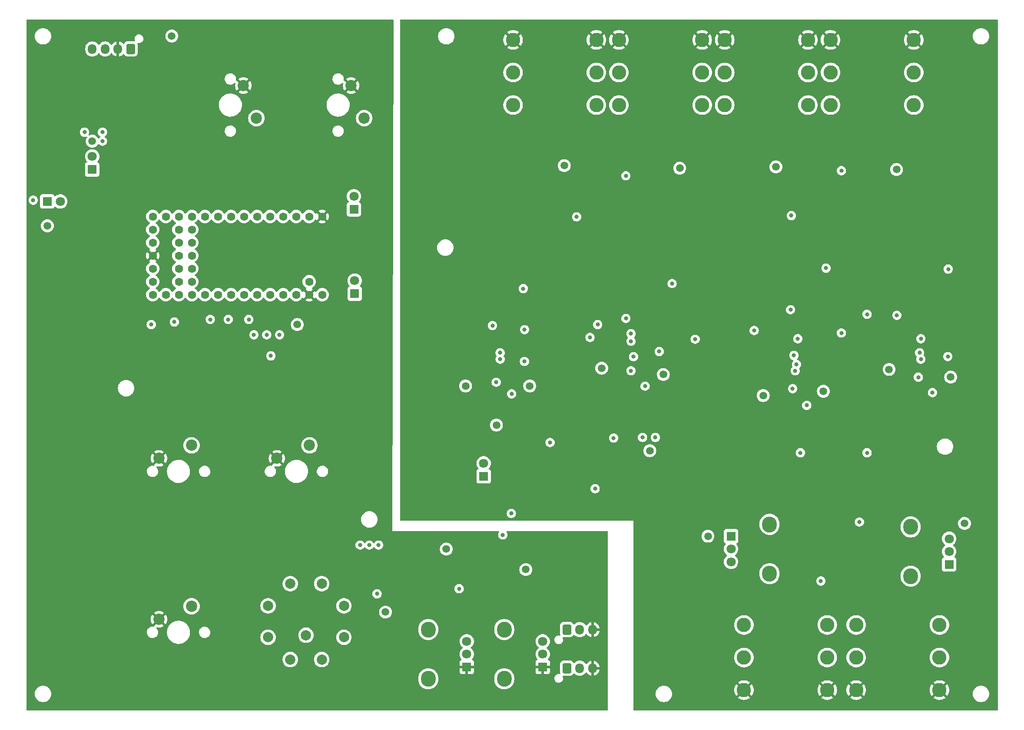
<source format=gbr>
%TF.GenerationSoftware,KiCad,Pcbnew,7.0.8*%
%TF.CreationDate,2024-03-08T11:10:07-05:00*%
%TF.ProjectId,Quad Joystick Mixer,51756164-204a-46f7-9973-7469636b204d,rev?*%
%TF.SameCoordinates,Original*%
%TF.FileFunction,Copper,L2,Inr*%
%TF.FilePolarity,Positive*%
%FSLAX46Y46*%
G04 Gerber Fmt 4.6, Leading zero omitted, Abs format (unit mm)*
G04 Created by KiCad (PCBNEW 7.0.8) date 2024-03-08 11:10:07*
%MOMM*%
%LPD*%
G01*
G04 APERTURE LIST*
G04 Aperture macros list*
%AMRoundRect*
0 Rectangle with rounded corners*
0 $1 Rounding radius*
0 $2 $3 $4 $5 $6 $7 $8 $9 X,Y pos of 4 corners*
0 Add a 4 corners polygon primitive as box body*
4,1,4,$2,$3,$4,$5,$6,$7,$8,$9,$2,$3,0*
0 Add four circle primitives for the rounded corners*
1,1,$1+$1,$2,$3*
1,1,$1+$1,$4,$5*
1,1,$1+$1,$6,$7*
1,1,$1+$1,$8,$9*
0 Add four rect primitives between the rounded corners*
20,1,$1+$1,$2,$3,$4,$5,0*
20,1,$1+$1,$4,$5,$6,$7,0*
20,1,$1+$1,$6,$7,$8,$9,0*
20,1,$1+$1,$8,$9,$2,$3,0*%
G04 Aperture macros list end*
%TA.AperFunction,ComponentPad*%
%ADD10C,1.500000*%
%TD*%
%TA.AperFunction,ComponentPad*%
%ADD11C,2.800000*%
%TD*%
%TA.AperFunction,ComponentPad*%
%ADD12R,1.800000X1.800000*%
%TD*%
%TA.AperFunction,ComponentPad*%
%ADD13C,1.800000*%
%TD*%
%TA.AperFunction,ComponentPad*%
%ADD14RoundRect,0.250000X0.600000X0.725000X-0.600000X0.725000X-0.600000X-0.725000X0.600000X-0.725000X0*%
%TD*%
%TA.AperFunction,ComponentPad*%
%ADD15O,1.700000X1.950000*%
%TD*%
%TA.AperFunction,ComponentPad*%
%ADD16C,2.200000*%
%TD*%
%TA.AperFunction,ComponentPad*%
%ADD17O,2.900000X3.100000*%
%TD*%
%TA.AperFunction,ComponentPad*%
%ADD18RoundRect,0.250000X-0.600000X-0.725000X0.600000X-0.725000X0.600000X0.725000X-0.600000X0.725000X0*%
%TD*%
%TA.AperFunction,ComponentPad*%
%ADD19C,2.000000*%
%TD*%
%TA.AperFunction,ComponentPad*%
%ADD20C,1.600000*%
%TD*%
%TA.AperFunction,ViaPad*%
%ADD21C,0.800000*%
%TD*%
%TA.AperFunction,ViaPad*%
%ADD22C,1.500000*%
%TD*%
G04 APERTURE END LIST*
D10*
%TO.N,+5V*%
%TO.C,TP4*%
X85500000Y-32750000D03*
%TD*%
%TO.N,Net-(J4-PadT)*%
%TO.C,TP16*%
X161988750Y-58011250D03*
%TD*%
%TO.N,Net-(J6-PadT)*%
%TO.C,TP19*%
X203238750Y-58261250D03*
%TD*%
D11*
%TO.N,unconnected-(J4-PadR)*%
%TO.C,J4*%
X152013750Y-39859850D03*
%TO.N,unconnected-(J4-PadRN)*%
X168243750Y-39859850D03*
%TO.N,GND*%
X152013750Y-33509850D03*
X168243750Y-33509850D03*
%TO.N,Net-(J4-PadT)*%
X152013750Y-46209850D03*
X168243750Y-46209850D03*
%TD*%
D12*
%TO.N,Net-(D11-K)*%
%TO.C,D11*%
X146268750Y-118589850D03*
D13*
%TO.N,VCC*%
X146268750Y-116049850D03*
%TD*%
D11*
%TO.N,unconnected-(J3-PadR)*%
%TO.C,J3*%
X235103750Y-153912650D03*
%TO.N,unconnected-(J3-PadRN)*%
X218873750Y-153912650D03*
%TO.N,GND*%
X235103750Y-160262650D03*
X218873750Y-160262650D03*
%TO.N,Net-(C28-Pad1)*%
X235103750Y-147562650D03*
X218873750Y-147562650D03*
%TD*%
D12*
%TO.N,Net-(D7-K)*%
%TO.C,D7*%
X70000000Y-58775000D03*
D13*
%TO.N,+12V*%
X70000000Y-56235000D03*
%TD*%
D14*
%TO.N,+5V*%
%TO.C,J1*%
X77500000Y-35275000D03*
D15*
%TO.N,Earth*%
X75000000Y-35275000D03*
%TO.N,+15V*%
X72500000Y-35275000D03*
%TO.N,-15V*%
X70000000Y-35275000D03*
%TD*%
D12*
%TO.N,Net-(D21-K)*%
%TO.C,D21*%
X121151250Y-82986250D03*
D13*
%TO.N,+3.3V*%
X121151250Y-80446250D03*
%TD*%
D16*
%TO.N,/Teensy/POWER*%
%TO.C,SW6*%
X123000000Y-48750000D03*
%TO.N,Earth*%
X120460000Y-42400000D03*
%TD*%
D11*
%TO.N,unconnected-(J5-PadR)*%
%TO.C,J5*%
X172633750Y-39859850D03*
%TO.N,unconnected-(J5-PadRN)*%
X188863750Y-39859850D03*
%TO.N,GND*%
X172633750Y-33509850D03*
X188863750Y-33509850D03*
%TO.N,Net-(J5-PadT)*%
X172633750Y-46209850D03*
X188863750Y-46209850D03*
%TD*%
D17*
%TO.N,*%
%TO.C,RV2*%
X229488750Y-138061250D03*
X229488750Y-128461250D03*
D12*
%TO.N,Net-(R17-Pad2)*%
X236988750Y-135761250D03*
D13*
%TO.N,/Audio Input/Channel2_Input*%
X236988750Y-133261250D03*
X236988750Y-130761250D03*
%TD*%
D16*
%TO.N,/Teensy/Button_1*%
%TO.C,SW3*%
X112340000Y-112550000D03*
%TO.N,Earth*%
X105990000Y-115090000D03*
%TD*%
D10*
%TO.N,Net-(U16A-+)*%
%TO.C,TP13*%
X200763750Y-102836250D03*
%TD*%
D16*
%TO.N,/Teensy/Button_2*%
%TO.C,SW4*%
X89350000Y-112550000D03*
%TO.N,Earth*%
X83000000Y-115090000D03*
%TD*%
D11*
%TO.N,unconnected-(J6-PadR)*%
%TO.C,J6*%
X193253750Y-39859850D03*
%TO.N,unconnected-(J6-PadRN)*%
X209483750Y-39859850D03*
%TO.N,GND*%
X193253750Y-33509850D03*
X209483750Y-33509850D03*
%TO.N,Net-(J6-PadT)*%
X193253750Y-46209850D03*
X209483750Y-46209850D03*
%TD*%
D18*
%TO.N,+3.3V*%
%TO.C,J9*%
X162500000Y-148475000D03*
D15*
%TO.N,Net-(J9-Pin_2)*%
X165000000Y-148475000D03*
%TO.N,Earth*%
X167500000Y-148475000D03*
%TD*%
D19*
%TO.N,Net-(R62-Pad1)*%
%TO.C,SW2*%
X119049750Y-149973650D03*
%TO.N,Net-(R63-Pad1)*%
X114719750Y-154303650D03*
%TO.N,Net-(R73-Pad1)*%
X108597750Y-154303650D03*
%TO.N,Net-(R74-Pad1)*%
X104267750Y-149973650D03*
%TO.N,Net-(R75-Pad1)*%
X104267750Y-143851650D03*
%TO.N,Net-(R76-Pad1)*%
X108597750Y-139521650D03*
%TO.N,Net-(R77-Pad1)*%
X114719750Y-139521650D03*
%TO.N,unconnected-(SW2-Pad8)*%
X119049750Y-143851650D03*
%TO.N,/Teensy/Channel Selection*%
X111658750Y-149562650D03*
%TD*%
D10*
%TO.N,VCC*%
%TO.C,TP5*%
X148768750Y-108589850D03*
%TD*%
%TO.N,-12V*%
%TO.C,TP3*%
X61250000Y-69750000D03*
%TD*%
D17*
%TO.N,*%
%TO.C,RV1*%
X201988750Y-127961250D03*
X201988750Y-137561250D03*
D12*
%TO.N,Net-(R16-Pad2)*%
X194488750Y-130261250D03*
D13*
%TO.N,/Audio Input/Channel1_Input*%
X194488750Y-132761250D03*
X194488750Y-135261250D03*
%TD*%
D10*
%TO.N,Net-(J7-PadT)*%
%TO.C,TP18*%
X226738750Y-58761250D03*
%TD*%
D17*
%TO.N,*%
%TO.C,RV4*%
X150288750Y-158061250D03*
X150288750Y-148461250D03*
D12*
%TO.N,Earth*%
X157788750Y-155761250D03*
D13*
%TO.N,Net-(J9-Pin_2)*%
X157788750Y-153261250D03*
%TO.N,+3.3V*%
X157788750Y-150761250D03*
%TD*%
D10*
%TO.N,/Teensy/CD_Control*%
%TO.C,TP21*%
X154488750Y-136761250D03*
%TD*%
%TO.N,+3.3V*%
%TO.C,TP1*%
X109960057Y-88984230D03*
%TD*%
D16*
%TO.N,/Teensy/PROGRAM*%
%TO.C,SW7*%
X102000000Y-48750000D03*
%TO.N,Earth*%
X99460000Y-42400000D03*
%TD*%
D10*
%TO.N,/Audio Input/Channel1_Input*%
%TO.C,TP6*%
X189988750Y-130261250D03*
%TD*%
%TO.N,Net-(U13-W0)*%
%TO.C,TP9*%
X225288750Y-97741250D03*
%TD*%
%TO.N,Net-(J5-PadT)*%
%TO.C,TP17*%
X184488750Y-58511250D03*
%TD*%
%TO.N,+12V*%
%TO.C,TP2*%
X70000000Y-53250000D03*
%TD*%
%TO.N,/Teensy/Channel Selection*%
%TO.C,TP22*%
X127158750Y-145062650D03*
%TD*%
D18*
%TO.N,+3.3V*%
%TO.C,J8*%
X162500000Y-156000000D03*
D15*
%TO.N,Net-(J8-Pin_2)*%
X165000000Y-156000000D03*
%TO.N,Earth*%
X167500000Y-156000000D03*
%TD*%
D10*
%TO.N,Net-(U10B-+)*%
%TO.C,TP14*%
X155251250Y-100971250D03*
%TD*%
D17*
%TO.N,*%
%TO.C,RV3*%
X135488750Y-158061250D03*
X135488750Y-148461250D03*
D12*
%TO.N,Earth*%
X142988750Y-155761250D03*
D13*
%TO.N,Net-(J8-Pin_2)*%
X142988750Y-153261250D03*
%TO.N,+3.3V*%
X142988750Y-150761250D03*
%TD*%
D10*
%TO.N,/Audio Input/Channel2_Input*%
%TO.C,TP7*%
X239988750Y-127761250D03*
%TD*%
%TO.N,Net-(U16B-+)*%
%TO.C,TP15*%
X212488750Y-102011250D03*
%TD*%
D16*
%TO.N,/Teensy/Button_3*%
%TO.C,SW5*%
X89350000Y-143925000D03*
%TO.N,Earth*%
X83000000Y-146465000D03*
%TD*%
D10*
%TO.N,VDD*%
%TO.C,TP23*%
X178668750Y-113589850D03*
%TD*%
D11*
%TO.N,unconnected-(J7-PadR)*%
%TO.C,J7*%
X213873750Y-39859850D03*
%TO.N,unconnected-(J7-PadRN)*%
X230103750Y-39859850D03*
%TO.N,GND*%
X213873750Y-33509850D03*
X230103750Y-33509850D03*
%TO.N,Net-(J7-PadT)*%
X213873750Y-46209850D03*
X230103750Y-46209850D03*
%TD*%
D10*
%TO.N,Net-(U10A-+)*%
%TO.C,TP12*%
X142751250Y-100971250D03*
%TD*%
D12*
%TO.N,-12V*%
%TO.C,D9*%
X61225000Y-65000000D03*
D13*
%TO.N,Net-(D9-A)*%
X63765000Y-65000000D03*
%TD*%
D11*
%TO.N,unconnected-(J2-PadR)*%
%TO.C,J2*%
X213238750Y-153912650D03*
%TO.N,unconnected-(J2-PadRN)*%
X197008750Y-153912650D03*
%TO.N,GND*%
X213238750Y-160262650D03*
X197008750Y-160262650D03*
%TO.N,Net-(C24-Pad1)*%
X213238750Y-147562650D03*
X197008750Y-147562650D03*
%TD*%
D10*
%TO.N,Net-(U6B-+)*%
%TO.C,TP10*%
X181288750Y-98741250D03*
%TD*%
%TO.N,Net-(U13-W1)*%
%TO.C,TP11*%
X237288750Y-99241250D03*
%TD*%
%TO.N,Net-(U6A-+)*%
%TO.C,TP8*%
X169288750Y-97511250D03*
%TD*%
D20*
%TO.N,Earth*%
%TO.C,U20*%
X114813750Y-67942650D03*
%TO.N,unconnected-(U20-0_RX1_CRX2_CS1-Pad2)*%
X112273750Y-67942650D03*
%TO.N,unconnected-(U20-1_TX1_CTX2_MISO1-Pad3)*%
X109733750Y-67942650D03*
%TO.N,/Teensy/LED_1*%
X107193750Y-67942650D03*
%TO.N,/Teensy/LED_2*%
X104653750Y-67942650D03*
%TO.N,unconnected-(U20-4_BCLK2-Pad6)*%
X102113750Y-67942650D03*
%TO.N,unconnected-(U20-5_IN2-Pad7)*%
X99573750Y-67942650D03*
%TO.N,/Teensy/Button_3*%
X97033750Y-67942650D03*
%TO.N,/Teensy/Button_1*%
X94493750Y-67942650D03*
%TO.N,/Teensy/Button_2*%
X91953750Y-67942650D03*
%TO.N,unconnected-(U20-9_OUT1C-Pad11)*%
X89413750Y-67942650D03*
%TO.N,unconnected-(U20-10_CS_MQSR-Pad12)*%
X86873750Y-67942650D03*
%TO.N,unconnected-(U20-11_MOSI_CTX1-Pad13)*%
X84333750Y-67942650D03*
%TO.N,unconnected-(U20-12_MISO_MQSL-Pad14)*%
X81793750Y-67942650D03*
%TO.N,unconnected-(U20-VBAT-Pad15)*%
X81793750Y-70482650D03*
%TO.N,+3.3V*%
X81793750Y-73022650D03*
%TO.N,Earth*%
X81793750Y-75562650D03*
%TO.N,/Teensy/PROGRAM*%
X81793750Y-78102650D03*
%TO.N,/Teensy/POWER*%
X81793750Y-80642650D03*
%TO.N,unconnected-(U20-13_SCK_CRX1_LED-Pad20)*%
X81793750Y-83182650D03*
%TO.N,/Teensy/Channel Selection*%
X84333750Y-83182650D03*
%TO.N,/Teensy/AB_Control*%
X86873750Y-83182650D03*
%TO.N,/SCL1*%
X89413750Y-83182650D03*
%TO.N,/SDA1*%
X91953750Y-83182650D03*
%TO.N,/SDA0*%
X94493750Y-83182650D03*
%TO.N,/SCL0*%
X97033750Y-83182650D03*
%TO.N,/Teensy/CD_Control*%
X99573750Y-83182650D03*
%TO.N,unconnected-(U20-21_A7_RX5_BCLK1-Pad28)*%
X102113750Y-83182650D03*
%TO.N,unconnected-(U20-22_A8_CTX1-Pad29)*%
X104653750Y-83182650D03*
%TO.N,unconnected-(U20-23_A9_CRX1_MCLK1-Pad30)*%
X107193750Y-83182650D03*
%TO.N,+3.3V*%
X109733750Y-83182650D03*
%TO.N,Earth*%
X112273750Y-83182650D03*
%TO.N,+5V*%
X114813750Y-83182650D03*
%TO.N,unconnected-(U20-VUSB-Pad34)*%
X112273750Y-80642650D03*
%TO.N,unconnected-(U20-24_A10_TX6_SCL2-Pad35)*%
X86873750Y-80642650D03*
%TO.N,unconnected-(U20-25_A11_RX6_SDA2-Pad36)*%
X89413750Y-80642650D03*
%TO.N,unconnected-(U20-26_A12_MOSI1-Pad37)*%
X86873750Y-78102650D03*
%TO.N,unconnected-(U20-27_A13_SCK1-Pad38)*%
X89413750Y-78102650D03*
%TO.N,unconnected-(U20-28_RX7-Pad39)*%
X86873750Y-75562650D03*
%TO.N,unconnected-(U20-29_TX7-Pad40)*%
X89413750Y-75562650D03*
%TO.N,unconnected-(U20-30_CRX3-Pad41)*%
X86873750Y-73022650D03*
%TO.N,unconnected-(U20-31_CTX3-Pad42)*%
X89413750Y-73022650D03*
%TO.N,unconnected-(U20-32_OUT1B-Pad43)*%
X86873750Y-70482650D03*
%TO.N,unconnected-(U20-33_MCLK2-Pad44)*%
X89413750Y-70482650D03*
%TD*%
D10*
%TO.N,/Teensy/AB_Control*%
%TO.C,TP20*%
X138988750Y-132761250D03*
%TD*%
D12*
%TO.N,Net-(D20-K)*%
%TO.C,D20*%
X120988750Y-66536250D03*
D13*
%TO.N,+3.3V*%
X120988750Y-63996250D03*
%TD*%
D21*
%TO.N,Earth*%
X81750000Y-44250000D03*
X103767750Y-139232250D03*
X74290150Y-78062650D03*
X114172557Y-87945057D03*
X102238750Y-156511250D03*
X82000000Y-31250000D03*
X86250000Y-44250000D03*
X81750000Y-55000000D03*
X147000000Y-131500000D03*
X124436250Y-72759850D03*
X78230000Y-137005000D03*
X66500000Y-58500000D03*
X98488750Y-147511250D03*
X84000000Y-55000000D03*
X84000000Y-44250000D03*
X141238750Y-142261250D03*
X79500000Y-55000000D03*
X80730000Y-134005000D03*
X80775000Y-105590000D03*
X123238750Y-149761250D03*
X120598750Y-89459850D03*
X86250000Y-53000000D03*
X144788750Y-130711250D03*
X123276250Y-89137350D03*
X78488750Y-85261250D03*
X112988750Y-158261250D03*
X118738750Y-158511250D03*
X103690000Y-102395000D03*
X95380000Y-58100000D03*
X86250000Y-51000000D03*
X86250000Y-55000000D03*
X121398350Y-137851650D03*
X121988750Y-72957350D03*
X112380000Y-57850000D03*
X121767750Y-155982250D03*
X86250000Y-48750000D03*
X146738750Y-141011250D03*
X76750000Y-74500000D03*
D22*
X124250000Y-120500000D03*
D21*
X102150000Y-105435000D03*
X111997557Y-88002443D03*
X86250000Y-46500000D03*
X155988750Y-147511250D03*
X141488750Y-147511250D03*
X67250000Y-48500000D03*
X79250000Y-44250000D03*
X85000000Y-100700000D03*
X156238750Y-142761250D03*
X153738750Y-133011250D03*
X63600000Y-30600000D03*
%TO.N,+12V*%
X150000000Y-130000000D03*
X72000000Y-51500000D03*
X159217350Y-111989850D03*
X174000000Y-60000000D03*
X183000000Y-81000000D03*
X154000000Y-82000000D03*
X171604850Y-111127350D03*
X213000000Y-78000000D03*
X216000000Y-59000000D03*
X151674775Y-125825225D03*
X68500000Y-51500000D03*
X236813750Y-78186250D03*
X219501250Y-127501250D03*
X72000000Y-53250000D03*
%TO.N,-12V*%
X141500000Y-140500000D03*
X174000000Y-87800000D03*
X206091250Y-86108750D03*
X58500000Y-64750000D03*
X168000000Y-121000000D03*
X226800000Y-87200000D03*
X206238750Y-67761250D03*
X148000000Y-89200000D03*
X212000000Y-139000000D03*
X164400000Y-68000000D03*
%TO.N,GND*%
X240738750Y-96761250D03*
X152738750Y-116511250D03*
X215523750Y-140161250D03*
X215913750Y-99336250D03*
X216723750Y-140161250D03*
X168988750Y-64261250D03*
X211738750Y-65011250D03*
X171701250Y-87723750D03*
X240488750Y-93761250D03*
X190723750Y-147061250D03*
X160488750Y-66011250D03*
X157738750Y-91761250D03*
X190198750Y-83051250D03*
X209988750Y-85761250D03*
X236988750Y-87261250D03*
X183968750Y-96011250D03*
X210488750Y-63761250D03*
X170890163Y-90385243D03*
X213023750Y-122161250D03*
X169768750Y-122731250D03*
X215413750Y-93836250D03*
X140750000Y-87471250D03*
X230488750Y-97011250D03*
X186223750Y-133061250D03*
X163768750Y-116731250D03*
X220238750Y-60761250D03*
X215738750Y-80261250D03*
X226543750Y-93066250D03*
X171738750Y-109011250D03*
X142500000Y-88500000D03*
X158123750Y-94146250D03*
X242023750Y-139411250D03*
X215073750Y-118311250D03*
X203988750Y-67761250D03*
X169988750Y-65261250D03*
X183968750Y-90281250D03*
X202316250Y-88183750D03*
X169238750Y-87761250D03*
X210523750Y-138561250D03*
X240873750Y-149261250D03*
D22*
X134100000Y-120500000D03*
D21*
X174988750Y-96511250D03*
X240853750Y-80376250D03*
X162488750Y-84261250D03*
X144738750Y-92261250D03*
X178238750Y-61511250D03*
X240488750Y-91011250D03*
X228238750Y-79511250D03*
X177768750Y-119981250D03*
X160238750Y-82261250D03*
X226836250Y-89413750D03*
X215488750Y-96261250D03*
X202238750Y-94511250D03*
X146488750Y-124511250D03*
X201238750Y-85761250D03*
X157988750Y-97761250D03*
X183988750Y-92761250D03*
X155238750Y-121761250D03*
X185988750Y-80761250D03*
X166238750Y-120761250D03*
X155717350Y-109489850D03*
X217426250Y-127563750D03*
%TO.N,/Audio Input/Channel1_Input*%
X167000000Y-91500000D03*
X187500000Y-91861750D03*
%TO.N,/Audio Input/Channel2_Input*%
X199000000Y-90154750D03*
X216000000Y-90646250D03*
%TO.N,VCC*%
X154226250Y-96191750D03*
X180488750Y-94261250D03*
X206738750Y-95011250D03*
X236726250Y-95248750D03*
%TO.N,+3.3V*%
X124000000Y-132000000D03*
X125500000Y-141500000D03*
X154250000Y-90000000D03*
X175000000Y-90775500D03*
X231488750Y-91761250D03*
X125800000Y-132000000D03*
X101500000Y-91000000D03*
X207488750Y-91761250D03*
X106500000Y-91000000D03*
X104000000Y-91000000D03*
X122200000Y-132000000D03*
%TO.N,/Audio Output/A*%
X221000000Y-87000000D03*
X168500000Y-89000000D03*
%TO.N,/Teensy/Button_1*%
X104800000Y-95100000D03*
%TO.N,/Teensy/Button_2*%
X81500000Y-89000000D03*
%TO.N,VDD*%
X179738750Y-111011250D03*
X233738750Y-102261250D03*
X209238750Y-104761250D03*
X174988750Y-98011250D03*
X177238750Y-111011250D03*
X230988750Y-99261250D03*
X151738750Y-102511250D03*
X148725036Y-100247536D03*
X177738750Y-101011250D03*
X206488750Y-101511250D03*
X221000000Y-114000000D03*
X208000000Y-114000000D03*
%TO.N,/SCL0*%
X100500000Y-88000000D03*
X174988750Y-92261250D03*
X149488750Y-94511250D03*
%TO.N,/SDA0*%
X149488750Y-95761250D03*
X175488750Y-95261250D03*
X96500000Y-88000000D03*
%TO.N,/SDA1*%
X93000000Y-88000000D03*
X206988750Y-98011250D03*
X231488750Y-95761250D03*
%TO.N,/SCL1*%
X207238750Y-96761250D03*
X86000000Y-88500000D03*
X231238750Y-94511250D03*
%TD*%
%TA.AperFunction,Conductor*%
%TO.N,GND*%
G36*
X246431289Y-29531435D02*
G01*
X246477044Y-29584239D01*
X246488250Y-29635750D01*
X246488250Y-164136750D01*
X246468565Y-164203789D01*
X246415761Y-164249544D01*
X246364250Y-164260750D01*
X175612750Y-164260750D01*
X175545711Y-164241065D01*
X175499956Y-164188261D01*
X175488750Y-164136750D01*
X175488750Y-161000000D01*
X179794551Y-161000000D01*
X179814317Y-161251151D01*
X179873126Y-161496110D01*
X179969533Y-161728859D01*
X180101160Y-161943653D01*
X180101161Y-161943656D01*
X180145324Y-161995364D01*
X180264776Y-162135224D01*
X180413066Y-162261875D01*
X180456343Y-162298838D01*
X180456346Y-162298839D01*
X180671140Y-162430466D01*
X180903889Y-162526873D01*
X181148852Y-162585683D01*
X181304950Y-162597968D01*
X181337116Y-162600500D01*
X181337118Y-162600500D01*
X181462884Y-162600500D01*
X181492518Y-162598167D01*
X181651148Y-162585683D01*
X181896111Y-162526873D01*
X182128859Y-162430466D01*
X182343659Y-162298836D01*
X182535224Y-162135224D01*
X182698836Y-161943659D01*
X182830466Y-161728859D01*
X182926873Y-161496111D01*
X182985683Y-161251148D01*
X183005449Y-161000000D01*
X182985683Y-160748852D01*
X182926873Y-160503889D01*
X182830466Y-160271141D01*
X182830466Y-160271140D01*
X182825264Y-160262651D01*
X195103897Y-160262651D01*
X195123286Y-160533740D01*
X195123287Y-160533747D01*
X195181055Y-160799304D01*
X195276035Y-161053956D01*
X195276037Y-161053960D01*
X195406282Y-161292485D01*
X195406287Y-161292493D01*
X195500070Y-161417774D01*
X195500071Y-161417774D01*
X196292088Y-160625757D01*
X196379327Y-160764598D01*
X196506802Y-160892073D01*
X196645641Y-160979311D01*
X195853624Y-161771327D01*
X195853625Y-161771328D01*
X195978906Y-161865112D01*
X195978914Y-161865117D01*
X196217439Y-161995362D01*
X196217443Y-161995364D01*
X196472095Y-162090344D01*
X196737652Y-162148112D01*
X196737659Y-162148113D01*
X197008749Y-162167503D01*
X197008751Y-162167503D01*
X197279840Y-162148113D01*
X197279847Y-162148112D01*
X197545404Y-162090344D01*
X197800056Y-161995364D01*
X197800060Y-161995362D01*
X198038585Y-161865117D01*
X198038593Y-161865112D01*
X198163873Y-161771328D01*
X198163874Y-161771327D01*
X197371858Y-160979311D01*
X197510698Y-160892073D01*
X197638173Y-160764598D01*
X197725411Y-160625758D01*
X198517427Y-161417774D01*
X198517428Y-161417773D01*
X198611212Y-161292493D01*
X198611217Y-161292485D01*
X198741462Y-161053960D01*
X198741464Y-161053956D01*
X198836444Y-160799304D01*
X198894212Y-160533747D01*
X198894213Y-160533740D01*
X198913603Y-160262651D01*
X211333897Y-160262651D01*
X211353286Y-160533740D01*
X211353287Y-160533747D01*
X211411055Y-160799304D01*
X211506035Y-161053956D01*
X211506037Y-161053960D01*
X211636282Y-161292485D01*
X211636287Y-161292493D01*
X211730070Y-161417774D01*
X211730071Y-161417774D01*
X212522088Y-160625757D01*
X212609327Y-160764598D01*
X212736802Y-160892073D01*
X212875641Y-160979311D01*
X212083624Y-161771327D01*
X212083625Y-161771328D01*
X212208906Y-161865112D01*
X212208914Y-161865117D01*
X212447439Y-161995362D01*
X212447443Y-161995364D01*
X212702095Y-162090344D01*
X212967652Y-162148112D01*
X212967659Y-162148113D01*
X213238749Y-162167503D01*
X213238751Y-162167503D01*
X213509840Y-162148113D01*
X213509847Y-162148112D01*
X213775404Y-162090344D01*
X214030056Y-161995364D01*
X214030060Y-161995362D01*
X214268585Y-161865117D01*
X214268593Y-161865112D01*
X214393873Y-161771328D01*
X214393874Y-161771327D01*
X213601858Y-160979311D01*
X213740698Y-160892073D01*
X213868173Y-160764598D01*
X213955411Y-160625758D01*
X214747427Y-161417774D01*
X214747428Y-161417773D01*
X214841212Y-161292493D01*
X214841217Y-161292485D01*
X214971462Y-161053960D01*
X214971464Y-161053956D01*
X215066444Y-160799304D01*
X215124212Y-160533747D01*
X215124213Y-160533740D01*
X215143603Y-160262651D01*
X216968897Y-160262651D01*
X216988286Y-160533740D01*
X216988287Y-160533747D01*
X217046055Y-160799304D01*
X217141035Y-161053956D01*
X217141037Y-161053960D01*
X217271282Y-161292485D01*
X217271287Y-161292493D01*
X217365070Y-161417774D01*
X217365071Y-161417774D01*
X218157088Y-160625757D01*
X218244327Y-160764598D01*
X218371802Y-160892073D01*
X218510641Y-160979311D01*
X217718624Y-161771327D01*
X217718625Y-161771328D01*
X217843906Y-161865112D01*
X217843914Y-161865117D01*
X218082439Y-161995362D01*
X218082443Y-161995364D01*
X218337095Y-162090344D01*
X218602652Y-162148112D01*
X218602659Y-162148113D01*
X218873749Y-162167503D01*
X218873751Y-162167503D01*
X219144840Y-162148113D01*
X219144847Y-162148112D01*
X219410404Y-162090344D01*
X219665056Y-161995364D01*
X219665060Y-161995362D01*
X219903585Y-161865117D01*
X219903593Y-161865112D01*
X220028873Y-161771328D01*
X220028874Y-161771327D01*
X219236858Y-160979311D01*
X219375698Y-160892073D01*
X219503173Y-160764598D01*
X219590411Y-160625758D01*
X220382427Y-161417774D01*
X220382428Y-161417773D01*
X220476212Y-161292493D01*
X220476217Y-161292485D01*
X220606462Y-161053960D01*
X220606464Y-161053956D01*
X220701444Y-160799304D01*
X220759212Y-160533747D01*
X220759213Y-160533740D01*
X220778603Y-160262651D01*
X233198897Y-160262651D01*
X233218286Y-160533740D01*
X233218287Y-160533747D01*
X233276055Y-160799304D01*
X233371035Y-161053956D01*
X233371037Y-161053960D01*
X233501282Y-161292485D01*
X233501287Y-161292493D01*
X233595070Y-161417774D01*
X233595071Y-161417774D01*
X234387088Y-160625757D01*
X234474327Y-160764598D01*
X234601802Y-160892073D01*
X234740641Y-160979311D01*
X233948624Y-161771327D01*
X233948625Y-161771328D01*
X234073906Y-161865112D01*
X234073914Y-161865117D01*
X234312439Y-161995362D01*
X234312443Y-161995364D01*
X234567095Y-162090344D01*
X234832652Y-162148112D01*
X234832659Y-162148113D01*
X235103749Y-162167503D01*
X235103751Y-162167503D01*
X235374840Y-162148113D01*
X235374847Y-162148112D01*
X235640404Y-162090344D01*
X235895056Y-161995364D01*
X235895060Y-161995362D01*
X236133585Y-161865117D01*
X236133593Y-161865112D01*
X236258873Y-161771328D01*
X236258874Y-161771327D01*
X235466858Y-160979311D01*
X235605698Y-160892073D01*
X235733173Y-160764598D01*
X235820411Y-160625758D01*
X236612427Y-161417774D01*
X236612428Y-161417773D01*
X236706212Y-161292493D01*
X236706217Y-161292485D01*
X236836462Y-161053960D01*
X236836464Y-161053956D01*
X236856588Y-161000000D01*
X241594551Y-161000000D01*
X241614317Y-161251151D01*
X241673126Y-161496110D01*
X241769533Y-161728859D01*
X241901160Y-161943653D01*
X241901161Y-161943656D01*
X241945324Y-161995364D01*
X242064776Y-162135224D01*
X242213066Y-162261875D01*
X242256343Y-162298838D01*
X242256346Y-162298839D01*
X242471140Y-162430466D01*
X242703889Y-162526873D01*
X242948852Y-162585683D01*
X243104950Y-162597968D01*
X243137116Y-162600500D01*
X243137118Y-162600500D01*
X243262884Y-162600500D01*
X243292518Y-162598167D01*
X243451148Y-162585683D01*
X243696111Y-162526873D01*
X243928859Y-162430466D01*
X244143659Y-162298836D01*
X244335224Y-162135224D01*
X244498836Y-161943659D01*
X244630466Y-161728859D01*
X244726873Y-161496111D01*
X244785683Y-161251148D01*
X244805449Y-161000000D01*
X244785683Y-160748852D01*
X244726873Y-160503889D01*
X244630466Y-160271141D01*
X244630466Y-160271140D01*
X244498839Y-160056346D01*
X244498838Y-160056343D01*
X244443501Y-159991552D01*
X244335224Y-159864776D01*
X244208571Y-159756604D01*
X244143656Y-159701161D01*
X244143653Y-159701160D01*
X243928859Y-159569533D01*
X243696110Y-159473126D01*
X243451150Y-159414317D01*
X243262884Y-159399500D01*
X243262882Y-159399500D01*
X243137118Y-159399500D01*
X243137116Y-159399500D01*
X242948849Y-159414317D01*
X242703889Y-159473126D01*
X242471140Y-159569533D01*
X242256346Y-159701160D01*
X242256343Y-159701161D01*
X242064776Y-159864776D01*
X241901161Y-160056343D01*
X241901160Y-160056346D01*
X241769533Y-160271140D01*
X241673126Y-160503889D01*
X241614317Y-160748848D01*
X241594551Y-161000000D01*
X236856588Y-161000000D01*
X236931444Y-160799304D01*
X236989212Y-160533747D01*
X236989213Y-160533740D01*
X237008603Y-160262651D01*
X237008603Y-160262648D01*
X236989213Y-159991559D01*
X236989212Y-159991552D01*
X236931444Y-159725995D01*
X236836464Y-159471343D01*
X236836462Y-159471339D01*
X236706217Y-159232814D01*
X236706212Y-159232806D01*
X236612428Y-159107525D01*
X236612427Y-159107524D01*
X235820410Y-159899540D01*
X235733173Y-159760702D01*
X235605698Y-159633227D01*
X235466858Y-159545988D01*
X236258874Y-158753971D01*
X236258874Y-158753970D01*
X236133593Y-158660187D01*
X236133585Y-158660182D01*
X235895060Y-158529937D01*
X235895056Y-158529935D01*
X235640404Y-158434955D01*
X235374847Y-158377187D01*
X235374840Y-158377186D01*
X235103751Y-158357797D01*
X235103749Y-158357797D01*
X234832659Y-158377186D01*
X234832652Y-158377187D01*
X234567095Y-158434955D01*
X234312443Y-158529935D01*
X234312439Y-158529937D01*
X234073914Y-158660182D01*
X233948625Y-158753971D01*
X234740642Y-159545988D01*
X234601802Y-159633227D01*
X234474327Y-159760702D01*
X234387088Y-159899541D01*
X233595071Y-159107525D01*
X233501282Y-159232814D01*
X233371037Y-159471339D01*
X233371035Y-159471343D01*
X233276055Y-159725995D01*
X233218287Y-159991552D01*
X233218286Y-159991559D01*
X233198897Y-160262648D01*
X233198897Y-160262651D01*
X220778603Y-160262651D01*
X220778603Y-160262648D01*
X220759213Y-159991559D01*
X220759212Y-159991552D01*
X220701444Y-159725995D01*
X220606464Y-159471343D01*
X220606462Y-159471339D01*
X220476217Y-159232814D01*
X220476212Y-159232806D01*
X220382428Y-159107525D01*
X220382427Y-159107524D01*
X219590410Y-159899540D01*
X219503173Y-159760702D01*
X219375698Y-159633227D01*
X219236858Y-159545988D01*
X220028874Y-158753971D01*
X220028874Y-158753970D01*
X219903593Y-158660187D01*
X219903585Y-158660182D01*
X219665060Y-158529937D01*
X219665056Y-158529935D01*
X219410404Y-158434955D01*
X219144847Y-158377187D01*
X219144840Y-158377186D01*
X218873751Y-158357797D01*
X218873749Y-158357797D01*
X218602659Y-158377186D01*
X218602652Y-158377187D01*
X218337095Y-158434955D01*
X218082443Y-158529935D01*
X218082439Y-158529937D01*
X217843914Y-158660182D01*
X217718625Y-158753971D01*
X218510642Y-159545988D01*
X218371802Y-159633227D01*
X218244327Y-159760702D01*
X218157088Y-159899541D01*
X217365071Y-159107525D01*
X217271282Y-159232814D01*
X217141037Y-159471339D01*
X217141035Y-159471343D01*
X217046055Y-159725995D01*
X216988287Y-159991552D01*
X216988286Y-159991559D01*
X216968897Y-160262648D01*
X216968897Y-160262651D01*
X215143603Y-160262651D01*
X215143603Y-160262648D01*
X215124213Y-159991559D01*
X215124212Y-159991552D01*
X215066444Y-159725995D01*
X214971464Y-159471343D01*
X214971462Y-159471339D01*
X214841217Y-159232814D01*
X214841212Y-159232806D01*
X214747428Y-159107525D01*
X214747427Y-159107524D01*
X213955410Y-159899540D01*
X213868173Y-159760702D01*
X213740698Y-159633227D01*
X213601858Y-159545988D01*
X214393874Y-158753971D01*
X214393874Y-158753970D01*
X214268593Y-158660187D01*
X214268585Y-158660182D01*
X214030060Y-158529937D01*
X214030056Y-158529935D01*
X213775404Y-158434955D01*
X213509847Y-158377187D01*
X213509840Y-158377186D01*
X213238751Y-158357797D01*
X213238749Y-158357797D01*
X212967659Y-158377186D01*
X212967652Y-158377187D01*
X212702095Y-158434955D01*
X212447443Y-158529935D01*
X212447439Y-158529937D01*
X212208914Y-158660182D01*
X212083625Y-158753971D01*
X212875642Y-159545988D01*
X212736802Y-159633227D01*
X212609327Y-159760702D01*
X212522088Y-159899541D01*
X211730071Y-159107525D01*
X211636282Y-159232814D01*
X211506037Y-159471339D01*
X211506035Y-159471343D01*
X211411055Y-159725995D01*
X211353287Y-159991552D01*
X211353286Y-159991559D01*
X211333897Y-160262648D01*
X211333897Y-160262651D01*
X198913603Y-160262651D01*
X198913603Y-160262648D01*
X198894213Y-159991559D01*
X198894212Y-159991552D01*
X198836444Y-159725995D01*
X198741464Y-159471343D01*
X198741462Y-159471339D01*
X198611217Y-159232814D01*
X198611212Y-159232806D01*
X198517428Y-159107525D01*
X198517427Y-159107524D01*
X197725410Y-159899540D01*
X197638173Y-159760702D01*
X197510698Y-159633227D01*
X197371858Y-159545988D01*
X198163874Y-158753971D01*
X198163874Y-158753970D01*
X198038593Y-158660187D01*
X198038585Y-158660182D01*
X197800060Y-158529937D01*
X197800056Y-158529935D01*
X197545404Y-158434955D01*
X197279847Y-158377187D01*
X197279840Y-158377186D01*
X197008751Y-158357797D01*
X197008749Y-158357797D01*
X196737659Y-158377186D01*
X196737652Y-158377187D01*
X196472095Y-158434955D01*
X196217443Y-158529935D01*
X196217439Y-158529937D01*
X195978914Y-158660182D01*
X195853625Y-158753971D01*
X196645642Y-159545988D01*
X196506802Y-159633227D01*
X196379327Y-159760702D01*
X196292088Y-159899542D01*
X195500071Y-159107525D01*
X195406282Y-159232814D01*
X195276037Y-159471339D01*
X195276035Y-159471343D01*
X195181055Y-159725995D01*
X195123287Y-159991552D01*
X195123286Y-159991559D01*
X195103897Y-160262648D01*
X195103897Y-160262651D01*
X182825264Y-160262651D01*
X182698839Y-160056346D01*
X182698838Y-160056343D01*
X182643501Y-159991552D01*
X182535224Y-159864776D01*
X182408571Y-159756604D01*
X182343656Y-159701161D01*
X182343653Y-159701160D01*
X182128859Y-159569533D01*
X181896110Y-159473126D01*
X181651150Y-159414317D01*
X181462884Y-159399500D01*
X181462882Y-159399500D01*
X181337118Y-159399500D01*
X181337116Y-159399500D01*
X181148849Y-159414317D01*
X180903889Y-159473126D01*
X180671140Y-159569533D01*
X180456346Y-159701160D01*
X180456343Y-159701161D01*
X180264776Y-159864776D01*
X180101161Y-160056343D01*
X180101160Y-160056346D01*
X179969533Y-160271140D01*
X179873126Y-160503889D01*
X179814317Y-160748848D01*
X179794551Y-161000000D01*
X175488750Y-161000000D01*
X175488750Y-153912651D01*
X195103395Y-153912651D01*
X195122789Y-154183810D01*
X195122790Y-154183817D01*
X195180573Y-154449443D01*
X195180575Y-154449451D01*
X195212484Y-154535001D01*
X195275580Y-154704169D01*
X195405859Y-154942757D01*
X195405860Y-154942758D01*
X195405863Y-154942763D01*
X195568779Y-155160392D01*
X195568783Y-155160396D01*
X195568788Y-155160402D01*
X195760997Y-155352611D01*
X195761003Y-155352616D01*
X195761008Y-155352621D01*
X195978637Y-155515537D01*
X195978641Y-155515539D01*
X195978642Y-155515540D01*
X196217231Y-155645819D01*
X196217230Y-155645819D01*
X196217234Y-155645820D01*
X196217237Y-155645822D01*
X196471949Y-155740825D01*
X196737590Y-155798611D01*
X196989355Y-155816617D01*
X197008749Y-155818005D01*
X197008750Y-155818005D01*
X197008751Y-155818005D01*
X197026850Y-155816710D01*
X197279910Y-155798611D01*
X197545551Y-155740825D01*
X197800263Y-155645822D01*
X197800267Y-155645819D01*
X197800269Y-155645819D01*
X197919563Y-155580679D01*
X198038863Y-155515537D01*
X198256492Y-155352621D01*
X198448721Y-155160392D01*
X198611637Y-154942763D01*
X198741922Y-154704163D01*
X198836925Y-154449451D01*
X198894711Y-154183810D01*
X198914105Y-153912651D01*
X211333395Y-153912651D01*
X211352789Y-154183810D01*
X211352790Y-154183817D01*
X211410573Y-154449443D01*
X211410575Y-154449451D01*
X211442484Y-154535001D01*
X211505580Y-154704169D01*
X211635859Y-154942757D01*
X211635860Y-154942758D01*
X211635863Y-154942763D01*
X211798779Y-155160392D01*
X211798783Y-155160396D01*
X211798788Y-155160402D01*
X211990997Y-155352611D01*
X211991003Y-155352616D01*
X211991008Y-155352621D01*
X212208637Y-155515537D01*
X212208641Y-155515539D01*
X212208642Y-155515540D01*
X212447231Y-155645819D01*
X212447230Y-155645819D01*
X212447234Y-155645820D01*
X212447237Y-155645822D01*
X212701949Y-155740825D01*
X212967590Y-155798611D01*
X213219355Y-155816617D01*
X213238749Y-155818005D01*
X213238750Y-155818005D01*
X213238751Y-155818005D01*
X213256850Y-155816710D01*
X213509910Y-155798611D01*
X213775551Y-155740825D01*
X214030263Y-155645822D01*
X214030267Y-155645819D01*
X214030269Y-155645819D01*
X214149563Y-155580679D01*
X214268863Y-155515537D01*
X214486492Y-155352621D01*
X214678721Y-155160392D01*
X214841637Y-154942763D01*
X214971922Y-154704163D01*
X215066925Y-154449451D01*
X215124711Y-154183810D01*
X215144105Y-153912651D01*
X216968395Y-153912651D01*
X216987789Y-154183810D01*
X216987790Y-154183817D01*
X217045573Y-154449443D01*
X217045575Y-154449451D01*
X217077484Y-154535001D01*
X217140580Y-154704169D01*
X217270859Y-154942757D01*
X217270860Y-154942758D01*
X217270863Y-154942763D01*
X217433779Y-155160392D01*
X217433783Y-155160396D01*
X217433788Y-155160402D01*
X217625997Y-155352611D01*
X217626003Y-155352616D01*
X217626008Y-155352621D01*
X217843637Y-155515537D01*
X217843641Y-155515539D01*
X217843642Y-155515540D01*
X218082231Y-155645819D01*
X218082230Y-155645819D01*
X218082234Y-155645820D01*
X218082237Y-155645822D01*
X218336949Y-155740825D01*
X218602590Y-155798611D01*
X218854355Y-155816617D01*
X218873749Y-155818005D01*
X218873750Y-155818005D01*
X218873751Y-155818005D01*
X218891850Y-155816710D01*
X219144910Y-155798611D01*
X219410551Y-155740825D01*
X219665263Y-155645822D01*
X219665267Y-155645819D01*
X219665269Y-155645819D01*
X219784563Y-155580679D01*
X219903863Y-155515537D01*
X220121492Y-155352621D01*
X220313721Y-155160392D01*
X220476637Y-154942763D01*
X220606922Y-154704163D01*
X220701925Y-154449451D01*
X220759711Y-154183810D01*
X220779105Y-153912651D01*
X233198395Y-153912651D01*
X233217789Y-154183810D01*
X233217790Y-154183817D01*
X233275573Y-154449443D01*
X233275575Y-154449451D01*
X233307484Y-154535001D01*
X233370580Y-154704169D01*
X233500859Y-154942757D01*
X233500860Y-154942758D01*
X233500863Y-154942763D01*
X233663779Y-155160392D01*
X233663783Y-155160396D01*
X233663788Y-155160402D01*
X233855997Y-155352611D01*
X233856003Y-155352616D01*
X233856008Y-155352621D01*
X234073637Y-155515537D01*
X234073641Y-155515539D01*
X234073642Y-155515540D01*
X234312231Y-155645819D01*
X234312230Y-155645819D01*
X234312234Y-155645820D01*
X234312237Y-155645822D01*
X234566949Y-155740825D01*
X234832590Y-155798611D01*
X235084355Y-155816617D01*
X235103749Y-155818005D01*
X235103750Y-155818005D01*
X235103751Y-155818005D01*
X235121850Y-155816710D01*
X235374910Y-155798611D01*
X235640551Y-155740825D01*
X235895263Y-155645822D01*
X235895267Y-155645819D01*
X235895269Y-155645819D01*
X236014563Y-155580679D01*
X236133863Y-155515537D01*
X236351492Y-155352621D01*
X236543721Y-155160392D01*
X236706637Y-154942763D01*
X236836922Y-154704163D01*
X236931925Y-154449451D01*
X236989711Y-154183810D01*
X237009105Y-153912650D01*
X236989711Y-153641490D01*
X236931925Y-153375849D01*
X236836922Y-153121137D01*
X236836920Y-153121134D01*
X236836919Y-153121130D01*
X236706640Y-152882542D01*
X236706639Y-152882541D01*
X236706637Y-152882537D01*
X236543721Y-152664908D01*
X236543716Y-152664903D01*
X236543711Y-152664897D01*
X236351502Y-152472688D01*
X236351496Y-152472683D01*
X236351492Y-152472679D01*
X236133863Y-152309763D01*
X236133858Y-152309760D01*
X236133857Y-152309759D01*
X235895268Y-152179480D01*
X235895269Y-152179480D01*
X235845670Y-152160980D01*
X235640551Y-152084475D01*
X235640544Y-152084473D01*
X235640543Y-152084473D01*
X235374917Y-152026690D01*
X235374910Y-152026689D01*
X235103751Y-152007295D01*
X235103749Y-152007295D01*
X234832589Y-152026689D01*
X234832582Y-152026690D01*
X234566956Y-152084473D01*
X234566952Y-152084474D01*
X234566949Y-152084475D01*
X234439593Y-152131976D01*
X234312230Y-152179480D01*
X234073642Y-152309759D01*
X234073641Y-152309760D01*
X233856009Y-152472678D01*
X233855997Y-152472688D01*
X233663788Y-152664897D01*
X233663778Y-152664909D01*
X233500860Y-152882541D01*
X233500859Y-152882542D01*
X233370580Y-153121130D01*
X233323076Y-153248493D01*
X233275575Y-153375849D01*
X233275574Y-153375852D01*
X233275573Y-153375856D01*
X233217790Y-153641482D01*
X233217789Y-153641489D01*
X233198395Y-153912648D01*
X233198395Y-153912651D01*
X220779105Y-153912651D01*
X220779105Y-153912650D01*
X220759711Y-153641490D01*
X220701925Y-153375849D01*
X220606922Y-153121137D01*
X220606920Y-153121134D01*
X220606919Y-153121130D01*
X220476640Y-152882542D01*
X220476639Y-152882541D01*
X220476637Y-152882537D01*
X220313721Y-152664908D01*
X220313716Y-152664903D01*
X220313711Y-152664897D01*
X220121502Y-152472688D01*
X220121496Y-152472683D01*
X220121492Y-152472679D01*
X219903863Y-152309763D01*
X219903858Y-152309760D01*
X219903857Y-152309759D01*
X219665268Y-152179480D01*
X219665269Y-152179480D01*
X219615670Y-152160980D01*
X219410551Y-152084475D01*
X219410544Y-152084473D01*
X219410543Y-152084473D01*
X219144917Y-152026690D01*
X219144910Y-152026689D01*
X218873751Y-152007295D01*
X218873749Y-152007295D01*
X218602589Y-152026689D01*
X218602582Y-152026690D01*
X218336956Y-152084473D01*
X218336952Y-152084474D01*
X218336949Y-152084475D01*
X218209593Y-152131976D01*
X218082230Y-152179480D01*
X217843642Y-152309759D01*
X217843641Y-152309760D01*
X217626009Y-152472678D01*
X217625997Y-152472688D01*
X217433788Y-152664897D01*
X217433778Y-152664909D01*
X217270860Y-152882541D01*
X217270859Y-152882542D01*
X217140580Y-153121130D01*
X217093076Y-153248493D01*
X217045575Y-153375849D01*
X217045574Y-153375852D01*
X217045573Y-153375856D01*
X216987790Y-153641482D01*
X216987789Y-153641489D01*
X216968395Y-153912648D01*
X216968395Y-153912651D01*
X215144105Y-153912651D01*
X215144105Y-153912650D01*
X215124711Y-153641490D01*
X215066925Y-153375849D01*
X214971922Y-153121137D01*
X214971920Y-153121134D01*
X214971919Y-153121130D01*
X214841640Y-152882542D01*
X214841639Y-152882541D01*
X214841637Y-152882537D01*
X214678721Y-152664908D01*
X214678716Y-152664903D01*
X214678711Y-152664897D01*
X214486502Y-152472688D01*
X214486496Y-152472683D01*
X214486492Y-152472679D01*
X214268863Y-152309763D01*
X214268858Y-152309760D01*
X214268857Y-152309759D01*
X214030268Y-152179480D01*
X214030269Y-152179480D01*
X213980670Y-152160980D01*
X213775551Y-152084475D01*
X213775544Y-152084473D01*
X213775543Y-152084473D01*
X213509917Y-152026690D01*
X213509910Y-152026689D01*
X213238751Y-152007295D01*
X213238749Y-152007295D01*
X212967589Y-152026689D01*
X212967582Y-152026690D01*
X212701956Y-152084473D01*
X212701952Y-152084474D01*
X212701949Y-152084475D01*
X212574593Y-152131976D01*
X212447230Y-152179480D01*
X212208642Y-152309759D01*
X212208641Y-152309760D01*
X211991009Y-152472678D01*
X211990997Y-152472688D01*
X211798788Y-152664897D01*
X211798778Y-152664909D01*
X211635860Y-152882541D01*
X211635859Y-152882542D01*
X211505580Y-153121130D01*
X211458076Y-153248493D01*
X211410575Y-153375849D01*
X211410574Y-153375852D01*
X211410573Y-153375856D01*
X211352790Y-153641482D01*
X211352789Y-153641489D01*
X211333395Y-153912648D01*
X211333395Y-153912651D01*
X198914105Y-153912651D01*
X198914105Y-153912650D01*
X198894711Y-153641490D01*
X198836925Y-153375849D01*
X198741922Y-153121137D01*
X198741920Y-153121134D01*
X198741919Y-153121130D01*
X198611640Y-152882542D01*
X198611639Y-152882541D01*
X198611637Y-152882537D01*
X198448721Y-152664908D01*
X198448716Y-152664903D01*
X198448711Y-152664897D01*
X198256502Y-152472688D01*
X198256496Y-152472683D01*
X198256492Y-152472679D01*
X198038863Y-152309763D01*
X198038858Y-152309760D01*
X198038857Y-152309759D01*
X197800268Y-152179480D01*
X197800269Y-152179480D01*
X197750670Y-152160980D01*
X197545551Y-152084475D01*
X197545544Y-152084473D01*
X197545543Y-152084473D01*
X197279917Y-152026690D01*
X197279910Y-152026689D01*
X197008751Y-152007295D01*
X197008749Y-152007295D01*
X196737589Y-152026689D01*
X196737582Y-152026690D01*
X196471956Y-152084473D01*
X196471952Y-152084474D01*
X196471949Y-152084475D01*
X196344593Y-152131976D01*
X196217230Y-152179480D01*
X195978642Y-152309759D01*
X195978641Y-152309760D01*
X195761009Y-152472678D01*
X195760997Y-152472688D01*
X195568788Y-152664897D01*
X195568778Y-152664909D01*
X195405860Y-152882541D01*
X195405859Y-152882542D01*
X195275580Y-153121130D01*
X195228076Y-153248493D01*
X195180575Y-153375849D01*
X195180574Y-153375852D01*
X195180573Y-153375856D01*
X195122790Y-153641482D01*
X195122789Y-153641489D01*
X195103395Y-153912648D01*
X195103395Y-153912651D01*
X175488750Y-153912651D01*
X175488750Y-147562651D01*
X195103395Y-147562651D01*
X195122789Y-147833810D01*
X195122790Y-147833817D01*
X195180573Y-148099443D01*
X195180575Y-148099451D01*
X195212162Y-148184138D01*
X195275580Y-148354169D01*
X195405859Y-148592757D01*
X195405860Y-148592758D01*
X195405863Y-148592763D01*
X195568779Y-148810392D01*
X195568783Y-148810396D01*
X195568788Y-148810402D01*
X195760997Y-149002611D01*
X195761003Y-149002616D01*
X195761008Y-149002621D01*
X195978637Y-149165537D01*
X195978641Y-149165539D01*
X195978642Y-149165540D01*
X196217231Y-149295819D01*
X196217230Y-149295819D01*
X196217234Y-149295820D01*
X196217237Y-149295822D01*
X196471949Y-149390825D01*
X196737590Y-149448611D01*
X196989355Y-149466617D01*
X197008749Y-149468005D01*
X197008750Y-149468005D01*
X197008751Y-149468005D01*
X197026850Y-149466710D01*
X197279910Y-149448611D01*
X197545551Y-149390825D01*
X197800263Y-149295822D01*
X197800267Y-149295819D01*
X197800269Y-149295819D01*
X197919563Y-149230679D01*
X198038863Y-149165537D01*
X198256492Y-149002621D01*
X198448721Y-148810392D01*
X198611637Y-148592763D01*
X198741922Y-148354163D01*
X198836925Y-148099451D01*
X198894711Y-147833810D01*
X198914105Y-147562651D01*
X211333395Y-147562651D01*
X211352789Y-147833810D01*
X211352790Y-147833817D01*
X211410573Y-148099443D01*
X211410575Y-148099451D01*
X211442162Y-148184138D01*
X211505580Y-148354169D01*
X211635859Y-148592757D01*
X211635860Y-148592758D01*
X211635863Y-148592763D01*
X211798779Y-148810392D01*
X211798783Y-148810396D01*
X211798788Y-148810402D01*
X211990997Y-149002611D01*
X211991003Y-149002616D01*
X211991008Y-149002621D01*
X212208637Y-149165537D01*
X212208641Y-149165539D01*
X212208642Y-149165540D01*
X212447231Y-149295819D01*
X212447230Y-149295819D01*
X212447234Y-149295820D01*
X212447237Y-149295822D01*
X212701949Y-149390825D01*
X212967590Y-149448611D01*
X213219355Y-149466617D01*
X213238749Y-149468005D01*
X213238750Y-149468005D01*
X213238751Y-149468005D01*
X213256850Y-149466710D01*
X213509910Y-149448611D01*
X213775551Y-149390825D01*
X214030263Y-149295822D01*
X214030267Y-149295819D01*
X214030269Y-149295819D01*
X214149563Y-149230679D01*
X214268863Y-149165537D01*
X214486492Y-149002621D01*
X214678721Y-148810392D01*
X214841637Y-148592763D01*
X214971922Y-148354163D01*
X215066925Y-148099451D01*
X215124711Y-147833810D01*
X215144105Y-147562651D01*
X216968395Y-147562651D01*
X216987789Y-147833810D01*
X216987790Y-147833817D01*
X217045573Y-148099443D01*
X217045575Y-148099451D01*
X217077162Y-148184138D01*
X217140580Y-148354169D01*
X217270859Y-148592757D01*
X217270860Y-148592758D01*
X217270863Y-148592763D01*
X217433779Y-148810392D01*
X217433783Y-148810396D01*
X217433788Y-148810402D01*
X217625997Y-149002611D01*
X217626003Y-149002616D01*
X217626008Y-149002621D01*
X217843637Y-149165537D01*
X217843641Y-149165539D01*
X217843642Y-149165540D01*
X218082231Y-149295819D01*
X218082230Y-149295819D01*
X218082234Y-149295820D01*
X218082237Y-149295822D01*
X218336949Y-149390825D01*
X218602590Y-149448611D01*
X218854355Y-149466617D01*
X218873749Y-149468005D01*
X218873750Y-149468005D01*
X218873751Y-149468005D01*
X218891850Y-149466710D01*
X219144910Y-149448611D01*
X219410551Y-149390825D01*
X219665263Y-149295822D01*
X219665267Y-149295819D01*
X219665269Y-149295819D01*
X219784563Y-149230679D01*
X219903863Y-149165537D01*
X220121492Y-149002621D01*
X220313721Y-148810392D01*
X220476637Y-148592763D01*
X220606922Y-148354163D01*
X220701925Y-148099451D01*
X220759711Y-147833810D01*
X220779105Y-147562651D01*
X233198395Y-147562651D01*
X233217789Y-147833810D01*
X233217790Y-147833817D01*
X233275573Y-148099443D01*
X233275575Y-148099451D01*
X233307162Y-148184138D01*
X233370580Y-148354169D01*
X233500859Y-148592757D01*
X233500860Y-148592758D01*
X233500863Y-148592763D01*
X233663779Y-148810392D01*
X233663783Y-148810396D01*
X233663788Y-148810402D01*
X233855997Y-149002611D01*
X233856003Y-149002616D01*
X233856008Y-149002621D01*
X234073637Y-149165537D01*
X234073641Y-149165539D01*
X234073642Y-149165540D01*
X234312231Y-149295819D01*
X234312230Y-149295819D01*
X234312234Y-149295820D01*
X234312237Y-149295822D01*
X234566949Y-149390825D01*
X234832590Y-149448611D01*
X235084355Y-149466617D01*
X235103749Y-149468005D01*
X235103750Y-149468005D01*
X235103751Y-149468005D01*
X235121850Y-149466710D01*
X235374910Y-149448611D01*
X235640551Y-149390825D01*
X235895263Y-149295822D01*
X235895267Y-149295819D01*
X235895269Y-149295819D01*
X236014563Y-149230679D01*
X236133863Y-149165537D01*
X236351492Y-149002621D01*
X236543721Y-148810392D01*
X236706637Y-148592763D01*
X236836922Y-148354163D01*
X236931925Y-148099451D01*
X236989711Y-147833810D01*
X237009105Y-147562650D01*
X237008122Y-147548913D01*
X236999665Y-147430666D01*
X236989711Y-147291490D01*
X236931925Y-147025849D01*
X236836922Y-146771137D01*
X236836920Y-146771134D01*
X236836919Y-146771130D01*
X236706640Y-146532542D01*
X236706639Y-146532541D01*
X236706637Y-146532537D01*
X236543721Y-146314908D01*
X236543716Y-146314903D01*
X236543711Y-146314897D01*
X236351502Y-146122688D01*
X236351496Y-146122683D01*
X236351492Y-146122679D01*
X236133863Y-145959763D01*
X236133858Y-145959760D01*
X236133857Y-145959759D01*
X235895268Y-145829480D01*
X235895269Y-145829480D01*
X235845670Y-145810980D01*
X235640551Y-145734475D01*
X235640544Y-145734473D01*
X235640543Y-145734473D01*
X235374917Y-145676690D01*
X235374910Y-145676689D01*
X235103751Y-145657295D01*
X235103749Y-145657295D01*
X234832589Y-145676689D01*
X234832582Y-145676690D01*
X234566956Y-145734473D01*
X234566952Y-145734474D01*
X234566949Y-145734475D01*
X234439593Y-145781976D01*
X234312230Y-145829480D01*
X234073642Y-145959759D01*
X234073641Y-145959760D01*
X233856009Y-146122678D01*
X233855997Y-146122688D01*
X233663788Y-146314897D01*
X233663778Y-146314909D01*
X233500860Y-146532541D01*
X233500859Y-146532542D01*
X233370580Y-146771130D01*
X233345504Y-146838362D01*
X233275575Y-147025849D01*
X233275574Y-147025852D01*
X233275573Y-147025856D01*
X233217790Y-147291482D01*
X233217789Y-147291489D01*
X233198395Y-147562648D01*
X233198395Y-147562651D01*
X220779105Y-147562651D01*
X220779105Y-147562650D01*
X220778122Y-147548913D01*
X220769665Y-147430666D01*
X220759711Y-147291490D01*
X220701925Y-147025849D01*
X220606922Y-146771137D01*
X220606920Y-146771134D01*
X220606919Y-146771130D01*
X220476640Y-146532542D01*
X220476639Y-146532541D01*
X220476637Y-146532537D01*
X220313721Y-146314908D01*
X220313716Y-146314903D01*
X220313711Y-146314897D01*
X220121502Y-146122688D01*
X220121496Y-146122683D01*
X220121492Y-146122679D01*
X219903863Y-145959763D01*
X219903858Y-145959760D01*
X219903857Y-145959759D01*
X219665268Y-145829480D01*
X219665269Y-145829480D01*
X219615670Y-145810980D01*
X219410551Y-145734475D01*
X219410544Y-145734473D01*
X219410543Y-145734473D01*
X219144917Y-145676690D01*
X219144910Y-145676689D01*
X218873751Y-145657295D01*
X218873749Y-145657295D01*
X218602589Y-145676689D01*
X218602582Y-145676690D01*
X218336956Y-145734473D01*
X218336952Y-145734474D01*
X218336949Y-145734475D01*
X218209593Y-145781976D01*
X218082230Y-145829480D01*
X217843642Y-145959759D01*
X217843641Y-145959760D01*
X217626009Y-146122678D01*
X217625997Y-146122688D01*
X217433788Y-146314897D01*
X217433778Y-146314909D01*
X217270860Y-146532541D01*
X217270859Y-146532542D01*
X217140580Y-146771130D01*
X217115504Y-146838362D01*
X217045575Y-147025849D01*
X217045574Y-147025852D01*
X217045573Y-147025856D01*
X216987790Y-147291482D01*
X216987789Y-147291489D01*
X216968395Y-147562648D01*
X216968395Y-147562651D01*
X215144105Y-147562651D01*
X215144105Y-147562650D01*
X215143122Y-147548913D01*
X215134665Y-147430666D01*
X215124711Y-147291490D01*
X215066925Y-147025849D01*
X214971922Y-146771137D01*
X214971920Y-146771134D01*
X214971919Y-146771130D01*
X214841640Y-146532542D01*
X214841639Y-146532541D01*
X214841637Y-146532537D01*
X214678721Y-146314908D01*
X214678716Y-146314903D01*
X214678711Y-146314897D01*
X214486502Y-146122688D01*
X214486496Y-146122683D01*
X214486492Y-146122679D01*
X214268863Y-145959763D01*
X214268858Y-145959760D01*
X214268857Y-145959759D01*
X214030268Y-145829480D01*
X214030269Y-145829480D01*
X213980670Y-145810980D01*
X213775551Y-145734475D01*
X213775544Y-145734473D01*
X213775543Y-145734473D01*
X213509917Y-145676690D01*
X213509910Y-145676689D01*
X213238751Y-145657295D01*
X213238749Y-145657295D01*
X212967589Y-145676689D01*
X212967582Y-145676690D01*
X212701956Y-145734473D01*
X212701952Y-145734474D01*
X212701949Y-145734475D01*
X212574593Y-145781976D01*
X212447230Y-145829480D01*
X212208642Y-145959759D01*
X212208641Y-145959760D01*
X211991009Y-146122678D01*
X211990997Y-146122688D01*
X211798788Y-146314897D01*
X211798778Y-146314909D01*
X211635860Y-146532541D01*
X211635859Y-146532542D01*
X211505580Y-146771130D01*
X211480504Y-146838362D01*
X211410575Y-147025849D01*
X211410574Y-147025852D01*
X211410573Y-147025856D01*
X211352790Y-147291482D01*
X211352789Y-147291489D01*
X211333395Y-147562648D01*
X211333395Y-147562651D01*
X198914105Y-147562651D01*
X198914105Y-147562650D01*
X198913122Y-147548913D01*
X198904665Y-147430666D01*
X198894711Y-147291490D01*
X198836925Y-147025849D01*
X198741922Y-146771137D01*
X198741920Y-146771134D01*
X198741919Y-146771130D01*
X198611640Y-146532542D01*
X198611639Y-146532541D01*
X198611637Y-146532537D01*
X198448721Y-146314908D01*
X198448716Y-146314903D01*
X198448711Y-146314897D01*
X198256502Y-146122688D01*
X198256496Y-146122683D01*
X198256492Y-146122679D01*
X198038863Y-145959763D01*
X198038858Y-145959760D01*
X198038857Y-145959759D01*
X197800268Y-145829480D01*
X197800269Y-145829480D01*
X197750670Y-145810980D01*
X197545551Y-145734475D01*
X197545544Y-145734473D01*
X197545543Y-145734473D01*
X197279917Y-145676690D01*
X197279910Y-145676689D01*
X197008751Y-145657295D01*
X197008749Y-145657295D01*
X196737589Y-145676689D01*
X196737582Y-145676690D01*
X196471956Y-145734473D01*
X196471952Y-145734474D01*
X196471949Y-145734475D01*
X196344593Y-145781976D01*
X196217230Y-145829480D01*
X195978642Y-145959759D01*
X195978641Y-145959760D01*
X195761009Y-146122678D01*
X195760997Y-146122688D01*
X195568788Y-146314897D01*
X195568778Y-146314909D01*
X195405860Y-146532541D01*
X195405859Y-146532542D01*
X195275580Y-146771130D01*
X195250504Y-146838362D01*
X195180575Y-147025849D01*
X195180574Y-147025852D01*
X195180573Y-147025856D01*
X195122790Y-147291482D01*
X195122789Y-147291489D01*
X195103395Y-147562648D01*
X195103395Y-147562651D01*
X175488750Y-147562651D01*
X175488750Y-137730907D01*
X200038250Y-137730907D01*
X200053172Y-137939549D01*
X200112477Y-138212166D01*
X200112479Y-138212173D01*
X200155349Y-138327112D01*
X200209981Y-138473588D01*
X200209983Y-138473592D01*
X200343690Y-138718457D01*
X200343695Y-138718465D01*
X200510888Y-138941810D01*
X200510904Y-138941828D01*
X200708171Y-139139095D01*
X200708189Y-139139111D01*
X200931534Y-139306304D01*
X200931542Y-139306309D01*
X201176407Y-139440016D01*
X201176411Y-139440018D01*
X201176413Y-139440019D01*
X201437827Y-139537521D01*
X201574141Y-139567174D01*
X201710450Y-139596827D01*
X201710452Y-139596827D01*
X201710456Y-139596828D01*
X201957764Y-139614515D01*
X201988749Y-139616732D01*
X201988750Y-139616732D01*
X201988751Y-139616732D01*
X202016631Y-139614737D01*
X202267044Y-139596828D01*
X202539673Y-139537521D01*
X202801087Y-139440019D01*
X203045963Y-139306306D01*
X203269318Y-139139105D01*
X203408423Y-139000000D01*
X211094540Y-139000000D01*
X211114326Y-139188256D01*
X211114327Y-139188259D01*
X211172818Y-139368277D01*
X211172821Y-139368284D01*
X211267467Y-139532216D01*
X211363702Y-139639095D01*
X211394129Y-139672888D01*
X211547265Y-139784148D01*
X211547270Y-139784151D01*
X211720192Y-139861142D01*
X211720197Y-139861144D01*
X211905354Y-139900500D01*
X211905355Y-139900500D01*
X212094644Y-139900500D01*
X212094646Y-139900500D01*
X212279803Y-139861144D01*
X212452730Y-139784151D01*
X212605871Y-139672888D01*
X212732533Y-139532216D01*
X212827179Y-139368284D01*
X212885674Y-139188256D01*
X212905460Y-139000000D01*
X212885674Y-138811744D01*
X212827179Y-138631716D01*
X212732533Y-138467784D01*
X212605871Y-138327112D01*
X212605870Y-138327111D01*
X212473457Y-138230907D01*
X227538250Y-138230907D01*
X227553172Y-138439549D01*
X227612477Y-138712166D01*
X227612479Y-138712173D01*
X227649617Y-138811744D01*
X227709981Y-138973588D01*
X227709983Y-138973592D01*
X227843690Y-139218457D01*
X227843695Y-139218465D01*
X228010888Y-139441810D01*
X228010904Y-139441828D01*
X228208171Y-139639095D01*
X228208189Y-139639111D01*
X228431534Y-139806304D01*
X228431542Y-139806309D01*
X228676407Y-139940016D01*
X228676411Y-139940018D01*
X228676413Y-139940019D01*
X228937827Y-140037521D01*
X229074141Y-140067174D01*
X229210450Y-140096827D01*
X229210452Y-140096827D01*
X229210456Y-140096828D01*
X229457764Y-140114515D01*
X229488749Y-140116732D01*
X229488750Y-140116732D01*
X229488751Y-140116732D01*
X229516631Y-140114737D01*
X229767044Y-140096828D01*
X230039673Y-140037521D01*
X230301087Y-139940019D01*
X230545963Y-139806306D01*
X230769318Y-139639105D01*
X230966605Y-139441818D01*
X231133806Y-139218463D01*
X231267519Y-138973587D01*
X231365021Y-138712173D01*
X231424328Y-138439544D01*
X231439250Y-138230907D01*
X231439250Y-137891593D01*
X231424328Y-137682956D01*
X231365021Y-137410327D01*
X231267519Y-137148913D01*
X231243566Y-137105047D01*
X231133809Y-136904042D01*
X231133804Y-136904034D01*
X230966611Y-136680689D01*
X230966595Y-136680671D01*
X230769328Y-136483404D01*
X230769310Y-136483388D01*
X230545965Y-136316195D01*
X230545957Y-136316190D01*
X230301092Y-136182483D01*
X230301088Y-136182481D01*
X230201980Y-136145516D01*
X230039673Y-136084979D01*
X230039669Y-136084978D01*
X230039666Y-136084977D01*
X229767049Y-136025672D01*
X229488751Y-136005768D01*
X229488749Y-136005768D01*
X229210450Y-136025672D01*
X228937833Y-136084977D01*
X228937828Y-136084978D01*
X228937827Y-136084979D01*
X228874625Y-136108551D01*
X228676411Y-136182481D01*
X228676407Y-136182483D01*
X228431542Y-136316190D01*
X228431534Y-136316195D01*
X228208189Y-136483388D01*
X228208171Y-136483404D01*
X228010904Y-136680671D01*
X228010888Y-136680689D01*
X227843695Y-136904034D01*
X227843690Y-136904042D01*
X227709983Y-137148907D01*
X227709981Y-137148911D01*
X227636051Y-137347125D01*
X227619467Y-137391593D01*
X227612477Y-137410333D01*
X227553172Y-137682950D01*
X227538250Y-137891593D01*
X227538250Y-138230907D01*
X212473457Y-138230907D01*
X212452734Y-138215851D01*
X212452729Y-138215848D01*
X212279807Y-138138857D01*
X212279802Y-138138855D01*
X212134001Y-138107865D01*
X212094646Y-138099500D01*
X211905354Y-138099500D01*
X211872897Y-138106398D01*
X211720197Y-138138855D01*
X211720192Y-138138857D01*
X211547270Y-138215848D01*
X211547265Y-138215851D01*
X211394129Y-138327111D01*
X211267466Y-138467785D01*
X211172821Y-138631715D01*
X211172818Y-138631722D01*
X211144634Y-138718465D01*
X211114326Y-138811744D01*
X211094540Y-139000000D01*
X203408423Y-139000000D01*
X203466605Y-138941818D01*
X203633806Y-138718463D01*
X203767519Y-138473587D01*
X203865021Y-138212173D01*
X203924328Y-137939544D01*
X203939250Y-137730907D01*
X203939250Y-137391593D01*
X203924328Y-137182956D01*
X203919714Y-137161748D01*
X203865022Y-136910333D01*
X203865021Y-136910327D01*
X203767519Y-136648913D01*
X203652198Y-136437720D01*
X203633809Y-136404042D01*
X203633804Y-136404034D01*
X203466611Y-136180689D01*
X203466595Y-136180671D01*
X203269328Y-135983404D01*
X203269310Y-135983388D01*
X203045965Y-135816195D01*
X203045957Y-135816190D01*
X202801092Y-135682483D01*
X202801088Y-135682481D01*
X202701980Y-135645516D01*
X202539673Y-135584979D01*
X202539669Y-135584978D01*
X202539666Y-135584977D01*
X202267049Y-135525672D01*
X201988751Y-135505768D01*
X201988749Y-135505768D01*
X201710450Y-135525672D01*
X201437833Y-135584977D01*
X201437828Y-135584978D01*
X201437827Y-135584979D01*
X201374625Y-135608551D01*
X201176411Y-135682481D01*
X201176407Y-135682483D01*
X200931542Y-135816190D01*
X200931534Y-135816195D01*
X200708189Y-135983388D01*
X200708171Y-135983404D01*
X200510904Y-136180671D01*
X200510888Y-136180689D01*
X200343695Y-136404034D01*
X200343690Y-136404042D01*
X200209983Y-136648907D01*
X200209981Y-136648911D01*
X200112477Y-136910333D01*
X200053172Y-137182950D01*
X200038250Y-137391593D01*
X200038250Y-137730907D01*
X175488750Y-137730907D01*
X175488750Y-135261256D01*
X193083450Y-135261256D01*
X193102614Y-135492547D01*
X193102616Y-135492558D01*
X193159592Y-135717550D01*
X193252825Y-135930098D01*
X193379766Y-136124397D01*
X193379769Y-136124401D01*
X193379771Y-136124403D01*
X193536966Y-136295163D01*
X193536969Y-136295165D01*
X193536972Y-136295168D01*
X193720115Y-136437714D01*
X193720121Y-136437718D01*
X193720124Y-136437720D01*
X193804511Y-136483388D01*
X193915168Y-136543273D01*
X193924247Y-136548186D01*
X194038237Y-136587318D01*
X194143765Y-136623547D01*
X194143767Y-136623547D01*
X194143769Y-136623548D01*
X194372701Y-136661750D01*
X194372702Y-136661750D01*
X194604798Y-136661750D01*
X194604799Y-136661750D01*
X194833731Y-136623548D01*
X195053253Y-136548186D01*
X195257376Y-136437720D01*
X195440534Y-136295163D01*
X195597729Y-136124403D01*
X195724674Y-135930099D01*
X195817907Y-135717550D01*
X195874884Y-135492555D01*
X195894050Y-135261250D01*
X195894050Y-135261243D01*
X195874885Y-135029952D01*
X195874883Y-135029941D01*
X195817907Y-134804949D01*
X195724674Y-134592401D01*
X195597733Y-134398102D01*
X195597730Y-134398099D01*
X195597729Y-134398097D01*
X195440534Y-134227337D01*
X195288626Y-134109102D01*
X195247814Y-134052393D01*
X195244139Y-133982620D01*
X195278770Y-133921937D01*
X195288626Y-133913397D01*
X195440534Y-133795163D01*
X195597729Y-133624403D01*
X195724674Y-133430099D01*
X195798736Y-133261256D01*
X235583450Y-133261256D01*
X235602614Y-133492547D01*
X235602616Y-133492558D01*
X235659592Y-133717550D01*
X235752825Y-133930098D01*
X235869775Y-134109103D01*
X235879771Y-134124403D01*
X235926442Y-134175102D01*
X235947141Y-134197587D01*
X235978063Y-134260241D01*
X235970202Y-134329667D01*
X235926055Y-134383823D01*
X235899244Y-134397751D01*
X235846421Y-134417452D01*
X235846414Y-134417456D01*
X235731205Y-134503702D01*
X235731202Y-134503705D01*
X235644956Y-134618914D01*
X235644952Y-134618921D01*
X235594658Y-134753767D01*
X235589156Y-134804949D01*
X235588251Y-134813373D01*
X235588250Y-134813385D01*
X235588250Y-136709120D01*
X235588251Y-136709126D01*
X235594658Y-136768733D01*
X235644952Y-136903578D01*
X235644956Y-136903585D01*
X235731202Y-137018794D01*
X235731205Y-137018797D01*
X235846414Y-137105043D01*
X235846421Y-137105047D01*
X235981267Y-137155341D01*
X235981266Y-137155341D01*
X235988194Y-137156085D01*
X236040877Y-137161750D01*
X237936622Y-137161749D01*
X237996233Y-137155341D01*
X238131081Y-137105046D01*
X238246296Y-137018796D01*
X238332546Y-136903581D01*
X238382841Y-136768733D01*
X238389250Y-136709123D01*
X238389249Y-134813378D01*
X238382841Y-134753767D01*
X238332546Y-134618919D01*
X238332545Y-134618918D01*
X238332543Y-134618914D01*
X238246297Y-134503705D01*
X238246294Y-134503702D01*
X238131085Y-134417456D01*
X238131078Y-134417452D01*
X238078255Y-134397751D01*
X238022321Y-134355880D01*
X237997904Y-134290416D01*
X238012755Y-134222143D01*
X238030352Y-134197593D01*
X238097729Y-134124403D01*
X238224674Y-133930099D01*
X238317907Y-133717550D01*
X238374884Y-133492555D01*
X238374885Y-133492547D01*
X238394050Y-133261256D01*
X238394050Y-133261243D01*
X238374885Y-133029952D01*
X238374883Y-133029941D01*
X238317907Y-132804949D01*
X238224674Y-132592401D01*
X238097733Y-132398102D01*
X238097730Y-132398099D01*
X238097729Y-132398097D01*
X237940534Y-132227337D01*
X237788626Y-132109102D01*
X237747814Y-132052393D01*
X237744139Y-131982620D01*
X237778770Y-131921937D01*
X237788626Y-131913397D01*
X237940534Y-131795163D01*
X238097729Y-131624403D01*
X238224674Y-131430099D01*
X238317907Y-131217550D01*
X238374884Y-130992555D01*
X238388593Y-130827112D01*
X238394050Y-130761256D01*
X238394050Y-130761243D01*
X238374885Y-130529952D01*
X238374883Y-130529941D01*
X238317907Y-130304949D01*
X238224674Y-130092401D01*
X238097733Y-129898102D01*
X238097730Y-129898099D01*
X238097729Y-129898097D01*
X237940534Y-129727337D01*
X237940529Y-129727333D01*
X237940527Y-129727331D01*
X237757384Y-129584785D01*
X237757378Y-129584781D01*
X237553254Y-129474314D01*
X237553245Y-129474311D01*
X237333734Y-129398952D01*
X237162032Y-129370300D01*
X237104799Y-129360750D01*
X236872701Y-129360750D01*
X236826914Y-129368390D01*
X236643765Y-129398952D01*
X236424254Y-129474311D01*
X236424245Y-129474314D01*
X236220121Y-129584781D01*
X236220115Y-129584785D01*
X236036972Y-129727331D01*
X236036969Y-129727334D01*
X235879766Y-129898102D01*
X235752825Y-130092401D01*
X235659592Y-130304949D01*
X235602616Y-130529941D01*
X235602614Y-130529952D01*
X235583450Y-130761243D01*
X235583450Y-130761256D01*
X235602614Y-130992547D01*
X235602616Y-130992558D01*
X235659592Y-131217550D01*
X235752825Y-131430098D01*
X235879766Y-131624397D01*
X235879769Y-131624401D01*
X235879771Y-131624403D01*
X236036966Y-131795163D01*
X236036969Y-131795165D01*
X236036972Y-131795168D01*
X236188872Y-131913397D01*
X236229685Y-131970107D01*
X236233360Y-132039880D01*
X236198728Y-132100563D01*
X236188872Y-132109103D01*
X236036972Y-132227331D01*
X236036969Y-132227334D01*
X235879766Y-132398102D01*
X235752825Y-132592401D01*
X235659592Y-132804949D01*
X235602616Y-133029941D01*
X235602614Y-133029952D01*
X235583450Y-133261243D01*
X235583450Y-133261256D01*
X195798736Y-133261256D01*
X195817907Y-133217550D01*
X195874884Y-132992555D01*
X195874885Y-132992547D01*
X195894050Y-132761256D01*
X195894050Y-132761243D01*
X195874885Y-132529952D01*
X195874883Y-132529941D01*
X195817907Y-132304949D01*
X195724674Y-132092401D01*
X195597731Y-131898099D01*
X195530358Y-131824912D01*
X195499436Y-131762258D01*
X195507297Y-131692832D01*
X195551444Y-131638676D01*
X195578249Y-131624750D01*
X195631081Y-131605046D01*
X195746296Y-131518796D01*
X195832546Y-131403581D01*
X195882841Y-131268733D01*
X195889250Y-131209123D01*
X195889249Y-129313378D01*
X195882841Y-129253767D01*
X195832546Y-129118919D01*
X195832545Y-129118918D01*
X195832543Y-129118914D01*
X195746297Y-129003705D01*
X195746294Y-129003702D01*
X195631085Y-128917456D01*
X195631078Y-128917452D01*
X195496232Y-128867158D01*
X195496233Y-128867158D01*
X195436633Y-128860751D01*
X195436631Y-128860750D01*
X195436623Y-128860750D01*
X195436614Y-128860750D01*
X193540879Y-128860750D01*
X193540873Y-128860751D01*
X193481266Y-128867158D01*
X193346421Y-128917452D01*
X193346414Y-128917456D01*
X193231205Y-129003702D01*
X193231202Y-129003705D01*
X193144956Y-129118914D01*
X193144952Y-129118921D01*
X193094658Y-129253767D01*
X193088251Y-129313366D01*
X193088251Y-129313373D01*
X193088250Y-129313385D01*
X193088250Y-131209120D01*
X193088251Y-131209126D01*
X193094658Y-131268733D01*
X193144952Y-131403578D01*
X193144956Y-131403585D01*
X193231202Y-131518794D01*
X193231205Y-131518797D01*
X193346414Y-131605043D01*
X193346423Y-131605048D01*
X193399243Y-131624748D01*
X193455177Y-131666618D01*
X193479595Y-131732082D01*
X193464744Y-131800355D01*
X193447142Y-131824912D01*
X193379771Y-131898097D01*
X193379769Y-131898098D01*
X193379766Y-131898103D01*
X193252825Y-132092401D01*
X193159592Y-132304949D01*
X193102616Y-132529941D01*
X193102614Y-132529952D01*
X193083450Y-132761243D01*
X193083450Y-132761256D01*
X193102614Y-132992547D01*
X193102616Y-132992558D01*
X193159592Y-133217550D01*
X193252825Y-133430098D01*
X193379766Y-133624397D01*
X193379769Y-133624401D01*
X193379771Y-133624403D01*
X193536966Y-133795163D01*
X193536969Y-133795165D01*
X193536972Y-133795168D01*
X193688872Y-133913397D01*
X193729685Y-133970107D01*
X193733360Y-134039880D01*
X193698728Y-134100563D01*
X193688872Y-134109103D01*
X193536972Y-134227331D01*
X193536969Y-134227334D01*
X193379766Y-134398102D01*
X193252825Y-134592401D01*
X193159592Y-134804949D01*
X193102616Y-135029941D01*
X193102614Y-135029952D01*
X193083450Y-135261243D01*
X193083450Y-135261256D01*
X175488750Y-135261256D01*
X175488750Y-130261252D01*
X188733473Y-130261252D01*
X188752543Y-130479225D01*
X188752543Y-130479229D01*
X188809172Y-130690572D01*
X188809174Y-130690576D01*
X188809175Y-130690580D01*
X188842126Y-130761243D01*
X188901647Y-130888888D01*
X188901648Y-130888889D01*
X189027152Y-131068127D01*
X189181873Y-131222848D01*
X189361111Y-131348352D01*
X189559420Y-131440825D01*
X189770773Y-131497457D01*
X189953676Y-131513458D01*
X189988748Y-131516527D01*
X189988750Y-131516527D01*
X189988752Y-131516527D01*
X190017004Y-131514055D01*
X190206727Y-131497457D01*
X190418080Y-131440825D01*
X190616389Y-131348352D01*
X190795627Y-131222848D01*
X190950348Y-131068127D01*
X191075852Y-130888889D01*
X191168325Y-130690580D01*
X191224957Y-130479227D01*
X191244027Y-130261250D01*
X191224957Y-130043273D01*
X191168325Y-129831920D01*
X191075852Y-129633612D01*
X191075850Y-129633609D01*
X191075849Y-129633607D01*
X190950349Y-129454374D01*
X190894927Y-129398952D01*
X190795627Y-129299652D01*
X190616389Y-129174148D01*
X190616390Y-129174148D01*
X190616388Y-129174147D01*
X190483468Y-129112166D01*
X190418080Y-129081675D01*
X190418076Y-129081674D01*
X190418072Y-129081672D01*
X190206727Y-129025043D01*
X189988752Y-129005973D01*
X189988748Y-129005973D01*
X189868114Y-129016527D01*
X189770773Y-129025043D01*
X189770770Y-129025043D01*
X189559427Y-129081672D01*
X189559418Y-129081676D01*
X189361111Y-129174148D01*
X189361107Y-129174150D01*
X189181871Y-129299652D01*
X189027152Y-129454371D01*
X188901650Y-129633607D01*
X188901648Y-129633611D01*
X188809176Y-129831918D01*
X188809172Y-129831927D01*
X188752543Y-130043270D01*
X188752543Y-130043274D01*
X188733473Y-130261247D01*
X188733473Y-130261252D01*
X175488750Y-130261252D01*
X175488750Y-128130907D01*
X200038250Y-128130907D01*
X200053172Y-128339549D01*
X200102897Y-128568127D01*
X200112479Y-128612173D01*
X200173016Y-128774480D01*
X200209981Y-128873588D01*
X200209983Y-128873592D01*
X200343690Y-129118457D01*
X200343695Y-129118465D01*
X200510888Y-129341810D01*
X200510904Y-129341828D01*
X200708171Y-129539095D01*
X200708189Y-129539111D01*
X200931534Y-129706304D01*
X200931542Y-129706309D01*
X201176407Y-129840016D01*
X201176411Y-129840018D01*
X201176413Y-129840019D01*
X201437827Y-129937521D01*
X201574141Y-129967174D01*
X201710450Y-129996827D01*
X201710452Y-129996827D01*
X201710456Y-129996828D01*
X201957764Y-130014515D01*
X201988749Y-130016732D01*
X201988750Y-130016732D01*
X201988751Y-130016732D01*
X202016631Y-130014737D01*
X202267044Y-129996828D01*
X202539673Y-129937521D01*
X202801087Y-129840019D01*
X203045963Y-129706306D01*
X203269318Y-129539105D01*
X203466605Y-129341818D01*
X203633806Y-129118463D01*
X203767519Y-128873587D01*
X203858034Y-128630907D01*
X227538250Y-128630907D01*
X227553172Y-128839549D01*
X227609722Y-129099500D01*
X227612479Y-129112173D01*
X227651148Y-129215849D01*
X227709981Y-129373588D01*
X227709983Y-129373592D01*
X227843690Y-129618457D01*
X227843695Y-129618465D01*
X228010888Y-129841810D01*
X228010904Y-129841828D01*
X228208171Y-130039095D01*
X228208189Y-130039111D01*
X228431534Y-130206304D01*
X228431542Y-130206309D01*
X228676407Y-130340016D01*
X228676411Y-130340018D01*
X228676413Y-130340019D01*
X228937827Y-130437521D01*
X229074141Y-130467174D01*
X229210450Y-130496827D01*
X229210452Y-130496827D01*
X229210456Y-130496828D01*
X229457764Y-130514515D01*
X229488749Y-130516732D01*
X229488750Y-130516732D01*
X229488751Y-130516732D01*
X229516631Y-130514737D01*
X229767044Y-130496828D01*
X230039673Y-130437521D01*
X230301087Y-130340019D01*
X230545963Y-130206306D01*
X230769318Y-130039105D01*
X230966605Y-129841818D01*
X231133806Y-129618463D01*
X231267519Y-129373587D01*
X231365021Y-129112173D01*
X231424328Y-128839544D01*
X231439250Y-128630907D01*
X231439250Y-128291593D01*
X231424328Y-128082956D01*
X231401763Y-127979229D01*
X231365022Y-127810333D01*
X231365021Y-127810327D01*
X231346717Y-127761252D01*
X238733473Y-127761252D01*
X238752543Y-127979225D01*
X238752543Y-127979229D01*
X238809172Y-128190572D01*
X238809174Y-128190576D01*
X238809175Y-128190580D01*
X238853389Y-128285398D01*
X238901647Y-128388888D01*
X238901648Y-128388889D01*
X239027152Y-128568127D01*
X239181873Y-128722848D01*
X239361111Y-128848352D01*
X239559420Y-128940825D01*
X239770773Y-128997457D01*
X239953676Y-129013458D01*
X239988748Y-129016527D01*
X239988750Y-129016527D01*
X239988752Y-129016527D01*
X240017004Y-129014055D01*
X240206727Y-128997457D01*
X240418080Y-128940825D01*
X240616389Y-128848352D01*
X240795627Y-128722848D01*
X240950348Y-128568127D01*
X241075852Y-128388889D01*
X241168325Y-128190580D01*
X241224957Y-127979227D01*
X241244027Y-127761250D01*
X241224957Y-127543273D01*
X241168325Y-127331920D01*
X241075852Y-127133612D01*
X241075850Y-127133609D01*
X241075849Y-127133607D01*
X240950349Y-126954374D01*
X240879363Y-126883388D01*
X240795627Y-126799652D01*
X240657728Y-126703094D01*
X240616388Y-126674147D01*
X240477485Y-126609376D01*
X240418080Y-126581675D01*
X240418076Y-126581674D01*
X240418072Y-126581672D01*
X240206727Y-126525043D01*
X239988752Y-126505973D01*
X239988748Y-126505973D01*
X239843432Y-126518686D01*
X239770773Y-126525043D01*
X239770770Y-126525043D01*
X239559427Y-126581672D01*
X239559418Y-126581676D01*
X239361111Y-126674148D01*
X239361107Y-126674150D01*
X239181871Y-126799652D01*
X239027152Y-126954371D01*
X238901650Y-127133607D01*
X238901648Y-127133611D01*
X238809176Y-127331918D01*
X238809172Y-127331927D01*
X238752543Y-127543270D01*
X238752543Y-127543274D01*
X238733473Y-127761247D01*
X238733473Y-127761252D01*
X231346717Y-127761252D01*
X231267519Y-127548913D01*
X231264439Y-127543273D01*
X231133809Y-127304042D01*
X231133804Y-127304034D01*
X230966611Y-127080689D01*
X230966595Y-127080671D01*
X230769328Y-126883404D01*
X230769310Y-126883388D01*
X230545965Y-126716195D01*
X230545957Y-126716190D01*
X230301092Y-126582483D01*
X230301088Y-126582481D01*
X230147089Y-126525043D01*
X230039673Y-126484979D01*
X230039669Y-126484978D01*
X230039666Y-126484977D01*
X229767049Y-126425672D01*
X229488751Y-126405768D01*
X229488749Y-126405768D01*
X229210450Y-126425672D01*
X228937833Y-126484977D01*
X228937828Y-126484978D01*
X228937827Y-126484979D01*
X228881540Y-126505973D01*
X228676411Y-126582481D01*
X228676407Y-126582483D01*
X228431542Y-126716190D01*
X228431534Y-126716195D01*
X228208189Y-126883388D01*
X228208171Y-126883404D01*
X228010904Y-127080671D01*
X228010888Y-127080689D01*
X227843695Y-127304034D01*
X227843690Y-127304042D01*
X227709983Y-127548907D01*
X227709981Y-127548911D01*
X227636051Y-127747125D01*
X227619467Y-127791593D01*
X227612477Y-127810333D01*
X227553172Y-128082950D01*
X227538250Y-128291593D01*
X227538250Y-128630907D01*
X203858034Y-128630907D01*
X203865021Y-128612173D01*
X203924328Y-128339544D01*
X203939250Y-128130907D01*
X203939250Y-127791593D01*
X203924328Y-127582956D01*
X203916922Y-127548913D01*
X203906554Y-127501250D01*
X218595790Y-127501250D01*
X218615576Y-127689506D01*
X218615577Y-127689509D01*
X218674068Y-127869527D01*
X218674071Y-127869534D01*
X218768717Y-128033466D01*
X218856454Y-128130907D01*
X218895379Y-128174138D01*
X219048515Y-128285398D01*
X219048520Y-128285401D01*
X219221442Y-128362392D01*
X219221447Y-128362394D01*
X219406604Y-128401750D01*
X219406605Y-128401750D01*
X219595894Y-128401750D01*
X219595896Y-128401750D01*
X219781053Y-128362394D01*
X219953980Y-128285401D01*
X220107121Y-128174138D01*
X220233783Y-128033466D01*
X220328429Y-127869534D01*
X220386924Y-127689506D01*
X220406710Y-127501250D01*
X220386924Y-127312994D01*
X220328429Y-127132966D01*
X220233783Y-126969034D01*
X220107121Y-126828362D01*
X220107120Y-126828361D01*
X219953984Y-126717101D01*
X219953979Y-126717098D01*
X219781057Y-126640107D01*
X219781052Y-126640105D01*
X219635251Y-126609115D01*
X219595896Y-126600750D01*
X219406604Y-126600750D01*
X219374147Y-126607648D01*
X219221447Y-126640105D01*
X219221442Y-126640107D01*
X219048520Y-126717098D01*
X219048515Y-126717101D01*
X218895379Y-126828361D01*
X218768716Y-126969035D01*
X218674071Y-127132965D01*
X218674068Y-127132972D01*
X218615577Y-127312990D01*
X218615576Y-127312994D01*
X218595790Y-127501250D01*
X203906554Y-127501250D01*
X203865022Y-127310333D01*
X203865021Y-127310327D01*
X203767519Y-127048913D01*
X203633806Y-126804037D01*
X203630524Y-126799653D01*
X203466611Y-126580689D01*
X203466595Y-126580671D01*
X203269328Y-126383404D01*
X203269310Y-126383388D01*
X203045965Y-126216195D01*
X203045957Y-126216190D01*
X202801092Y-126082483D01*
X202801088Y-126082481D01*
X202701980Y-126045516D01*
X202539673Y-125984979D01*
X202539669Y-125984978D01*
X202539666Y-125984977D01*
X202267049Y-125925672D01*
X201988751Y-125905768D01*
X201988749Y-125905768D01*
X201710450Y-125925672D01*
X201437833Y-125984977D01*
X201437828Y-125984978D01*
X201437827Y-125984979D01*
X201374625Y-126008551D01*
X201176411Y-126082481D01*
X201176407Y-126082483D01*
X200931542Y-126216190D01*
X200931534Y-126216195D01*
X200708189Y-126383388D01*
X200708171Y-126383404D01*
X200510904Y-126580671D01*
X200510888Y-126580689D01*
X200343695Y-126804034D01*
X200343690Y-126804042D01*
X200209983Y-127048907D01*
X200209981Y-127048911D01*
X200112477Y-127310333D01*
X200053172Y-127582950D01*
X200038250Y-127791593D01*
X200038250Y-128130907D01*
X175488750Y-128130907D01*
X175488750Y-127261250D01*
X130112750Y-127261250D01*
X130045711Y-127241565D01*
X129999956Y-127188761D01*
X129988750Y-127137250D01*
X129988750Y-125825225D01*
X150769315Y-125825225D01*
X150789101Y-126013481D01*
X150789102Y-126013484D01*
X150847593Y-126193502D01*
X150847596Y-126193509D01*
X150942242Y-126357441D01*
X150985756Y-126405768D01*
X151068904Y-126498113D01*
X151222040Y-126609373D01*
X151222045Y-126609376D01*
X151394967Y-126686367D01*
X151394972Y-126686369D01*
X151580129Y-126725725D01*
X151580130Y-126725725D01*
X151769419Y-126725725D01*
X151769421Y-126725725D01*
X151954578Y-126686369D01*
X152127505Y-126609376D01*
X152280646Y-126498113D01*
X152407308Y-126357441D01*
X152501954Y-126193509D01*
X152560449Y-126013481D01*
X152580235Y-125825225D01*
X152560449Y-125636969D01*
X152501954Y-125456941D01*
X152407308Y-125293009D01*
X152280646Y-125152337D01*
X152280645Y-125152336D01*
X152127509Y-125041076D01*
X152127504Y-125041073D01*
X151954582Y-124964082D01*
X151954577Y-124964080D01*
X151808776Y-124933090D01*
X151769421Y-124924725D01*
X151580129Y-124924725D01*
X151547672Y-124931623D01*
X151394972Y-124964080D01*
X151394967Y-124964082D01*
X151222045Y-125041073D01*
X151222040Y-125041076D01*
X151068904Y-125152336D01*
X150942241Y-125293010D01*
X150847596Y-125456940D01*
X150847593Y-125456947D01*
X150789102Y-125636965D01*
X150789101Y-125636969D01*
X150769315Y-125825225D01*
X129988750Y-125825225D01*
X129988750Y-121000000D01*
X167094540Y-121000000D01*
X167114326Y-121188256D01*
X167114327Y-121188259D01*
X167172818Y-121368277D01*
X167172821Y-121368284D01*
X167267467Y-121532216D01*
X167394129Y-121672888D01*
X167547265Y-121784148D01*
X167547270Y-121784151D01*
X167720192Y-121861142D01*
X167720197Y-121861144D01*
X167905354Y-121900500D01*
X167905355Y-121900500D01*
X168094644Y-121900500D01*
X168094646Y-121900500D01*
X168279803Y-121861144D01*
X168452730Y-121784151D01*
X168605871Y-121672888D01*
X168732533Y-121532216D01*
X168827179Y-121368284D01*
X168885674Y-121188256D01*
X168905460Y-121000000D01*
X168885674Y-120811744D01*
X168827179Y-120631716D01*
X168732533Y-120467784D01*
X168605871Y-120327112D01*
X168605870Y-120327111D01*
X168452734Y-120215851D01*
X168452729Y-120215848D01*
X168279807Y-120138857D01*
X168279802Y-120138855D01*
X168134001Y-120107865D01*
X168094646Y-120099500D01*
X167905354Y-120099500D01*
X167872897Y-120106398D01*
X167720197Y-120138855D01*
X167720192Y-120138857D01*
X167547270Y-120215848D01*
X167547265Y-120215851D01*
X167394129Y-120327111D01*
X167267466Y-120467785D01*
X167172821Y-120631715D01*
X167172818Y-120631722D01*
X167114327Y-120811740D01*
X167114326Y-120811744D01*
X167094540Y-121000000D01*
X129988750Y-121000000D01*
X129988750Y-116049856D01*
X144863450Y-116049856D01*
X144882614Y-116281147D01*
X144882616Y-116281158D01*
X144939592Y-116506150D01*
X145032825Y-116718698D01*
X145159766Y-116912997D01*
X145159769Y-116913001D01*
X145159771Y-116913003D01*
X145254553Y-117015964D01*
X145285474Y-117078617D01*
X145277614Y-117148043D01*
X145233466Y-117202198D01*
X145206656Y-117216127D01*
X145126419Y-117246053D01*
X145126414Y-117246056D01*
X145011205Y-117332302D01*
X145011202Y-117332305D01*
X144924956Y-117447514D01*
X144924952Y-117447521D01*
X144874658Y-117582367D01*
X144868251Y-117641966D01*
X144868251Y-117641973D01*
X144868250Y-117641985D01*
X144868250Y-119537720D01*
X144868251Y-119537726D01*
X144874658Y-119597333D01*
X144924952Y-119732178D01*
X144924956Y-119732185D01*
X145011202Y-119847394D01*
X145011205Y-119847397D01*
X145126414Y-119933643D01*
X145126421Y-119933647D01*
X145261267Y-119983941D01*
X145261266Y-119983941D01*
X145268194Y-119984685D01*
X145320877Y-119990350D01*
X147216622Y-119990349D01*
X147276233Y-119983941D01*
X147411081Y-119933646D01*
X147526296Y-119847396D01*
X147612546Y-119732181D01*
X147662841Y-119597333D01*
X147669250Y-119537723D01*
X147669249Y-117641978D01*
X147662841Y-117582367D01*
X147612546Y-117447519D01*
X147612545Y-117447518D01*
X147612543Y-117447514D01*
X147526297Y-117332305D01*
X147526294Y-117332302D01*
X147411085Y-117246056D01*
X147411078Y-117246052D01*
X147330844Y-117216127D01*
X147274910Y-117174256D01*
X147250493Y-117108791D01*
X147265345Y-117040518D01*
X147282940Y-117015971D01*
X147377729Y-116913003D01*
X147504674Y-116718699D01*
X147597907Y-116506150D01*
X147654884Y-116281155D01*
X147674050Y-116049850D01*
X147674050Y-116049843D01*
X147654885Y-115818552D01*
X147654883Y-115818541D01*
X147597907Y-115593549D01*
X147504674Y-115381001D01*
X147377733Y-115186702D01*
X147377730Y-115186699D01*
X147377729Y-115186697D01*
X147220534Y-115015937D01*
X147220529Y-115015933D01*
X147220527Y-115015931D01*
X147037384Y-114873385D01*
X147037378Y-114873381D01*
X146833254Y-114762914D01*
X146833245Y-114762911D01*
X146613734Y-114687552D01*
X146442032Y-114658900D01*
X146384799Y-114649350D01*
X146152701Y-114649350D01*
X146106914Y-114656990D01*
X145923765Y-114687552D01*
X145704254Y-114762911D01*
X145704245Y-114762914D01*
X145500121Y-114873381D01*
X145500115Y-114873385D01*
X145316972Y-115015931D01*
X145316969Y-115015934D01*
X145159766Y-115186702D01*
X145032825Y-115381001D01*
X144939592Y-115593549D01*
X144882616Y-115818541D01*
X144882614Y-115818552D01*
X144863450Y-116049843D01*
X144863450Y-116049856D01*
X129988750Y-116049856D01*
X129988750Y-113589852D01*
X177413473Y-113589852D01*
X177432543Y-113807825D01*
X177432543Y-113807829D01*
X177489172Y-114019172D01*
X177489174Y-114019176D01*
X177489175Y-114019180D01*
X177526319Y-114098836D01*
X177581647Y-114217488D01*
X177606748Y-114253336D01*
X177707152Y-114396727D01*
X177861873Y-114551448D01*
X178041111Y-114676952D01*
X178239420Y-114769425D01*
X178450773Y-114826057D01*
X178633676Y-114842058D01*
X178668748Y-114845127D01*
X178668750Y-114845127D01*
X178668752Y-114845127D01*
X178697004Y-114842655D01*
X178886727Y-114826057D01*
X179098080Y-114769425D01*
X179296389Y-114676952D01*
X179475627Y-114551448D01*
X179630348Y-114396727D01*
X179755852Y-114217489D01*
X179848325Y-114019180D01*
X179853464Y-114000000D01*
X207094540Y-114000000D01*
X207114326Y-114188256D01*
X207114327Y-114188259D01*
X207172818Y-114368277D01*
X207172821Y-114368284D01*
X207267467Y-114532216D01*
X207284784Y-114551448D01*
X207394129Y-114672888D01*
X207547265Y-114784148D01*
X207547270Y-114784151D01*
X207720192Y-114861142D01*
X207720197Y-114861144D01*
X207905354Y-114900500D01*
X207905355Y-114900500D01*
X208094644Y-114900500D01*
X208094646Y-114900500D01*
X208279803Y-114861144D01*
X208452730Y-114784151D01*
X208605871Y-114672888D01*
X208732533Y-114532216D01*
X208827179Y-114368284D01*
X208885674Y-114188256D01*
X208905460Y-114000000D01*
X220094540Y-114000000D01*
X220114326Y-114188256D01*
X220114327Y-114188259D01*
X220172818Y-114368277D01*
X220172821Y-114368284D01*
X220267467Y-114532216D01*
X220284784Y-114551448D01*
X220394129Y-114672888D01*
X220547265Y-114784148D01*
X220547270Y-114784151D01*
X220720192Y-114861142D01*
X220720197Y-114861144D01*
X220905354Y-114900500D01*
X220905355Y-114900500D01*
X221094644Y-114900500D01*
X221094646Y-114900500D01*
X221279803Y-114861144D01*
X221452730Y-114784151D01*
X221605871Y-114672888D01*
X221732533Y-114532216D01*
X221827179Y-114368284D01*
X221885674Y-114188256D01*
X221905460Y-114000000D01*
X221885674Y-113811744D01*
X221827179Y-113631716D01*
X221732533Y-113467784D01*
X221605871Y-113327112D01*
X221563202Y-113296111D01*
X221452734Y-113215851D01*
X221452729Y-113215848D01*
X221279807Y-113138857D01*
X221279802Y-113138855D01*
X221134001Y-113107865D01*
X221094646Y-113099500D01*
X220905354Y-113099500D01*
X220872897Y-113106398D01*
X220720197Y-113138855D01*
X220720192Y-113138857D01*
X220547270Y-113215848D01*
X220547265Y-113215851D01*
X220394129Y-113327111D01*
X220267466Y-113467785D01*
X220172821Y-113631715D01*
X220172818Y-113631722D01*
X220115598Y-113807829D01*
X220114326Y-113811744D01*
X220094540Y-114000000D01*
X208905460Y-114000000D01*
X208885674Y-113811744D01*
X208827179Y-113631716D01*
X208732533Y-113467784D01*
X208605871Y-113327112D01*
X208563202Y-113296111D01*
X208452734Y-113215851D01*
X208452729Y-113215848D01*
X208279807Y-113138857D01*
X208279802Y-113138855D01*
X208134001Y-113107865D01*
X208094646Y-113099500D01*
X207905354Y-113099500D01*
X207872897Y-113106398D01*
X207720197Y-113138855D01*
X207720192Y-113138857D01*
X207547270Y-113215848D01*
X207547265Y-113215851D01*
X207394129Y-113327111D01*
X207267466Y-113467785D01*
X207172821Y-113631715D01*
X207172818Y-113631722D01*
X207115598Y-113807829D01*
X207114326Y-113811744D01*
X207094540Y-114000000D01*
X179853464Y-114000000D01*
X179904957Y-113807827D01*
X179924027Y-113589850D01*
X179904957Y-113371873D01*
X179848325Y-113160520D01*
X179755852Y-112962212D01*
X179755850Y-112962209D01*
X179755849Y-112962207D01*
X179642271Y-112800000D01*
X234594551Y-112800000D01*
X234614317Y-113051151D01*
X234673126Y-113296110D01*
X234769533Y-113528859D01*
X234901160Y-113743653D01*
X234901161Y-113743656D01*
X234901164Y-113743659D01*
X235064776Y-113935224D01*
X235163076Y-114019180D01*
X235256343Y-114098838D01*
X235256346Y-114098839D01*
X235471140Y-114230466D01*
X235703889Y-114326873D01*
X235948852Y-114385683D01*
X236104950Y-114397968D01*
X236137116Y-114400500D01*
X236137118Y-114400500D01*
X236262884Y-114400500D01*
X236292518Y-114398167D01*
X236451148Y-114385683D01*
X236696111Y-114326873D01*
X236928859Y-114230466D01*
X237143659Y-114098836D01*
X237335224Y-113935224D01*
X237498836Y-113743659D01*
X237630466Y-113528859D01*
X237726873Y-113296111D01*
X237785683Y-113051148D01*
X237805449Y-112800000D01*
X237785683Y-112548852D01*
X237726873Y-112303889D01*
X237630466Y-112071140D01*
X237498839Y-111856346D01*
X237498838Y-111856343D01*
X237452074Y-111801590D01*
X237335224Y-111664776D01*
X237193186Y-111543464D01*
X237143656Y-111501161D01*
X237143653Y-111501160D01*
X236928859Y-111369533D01*
X236696110Y-111273126D01*
X236451150Y-111214317D01*
X236262884Y-111199500D01*
X236262882Y-111199500D01*
X236137118Y-111199500D01*
X236137116Y-111199500D01*
X235948849Y-111214317D01*
X235703889Y-111273126D01*
X235471140Y-111369533D01*
X235256346Y-111501160D01*
X235256343Y-111501161D01*
X235064776Y-111664776D01*
X234901161Y-111856343D01*
X234901160Y-111856346D01*
X234769533Y-112071140D01*
X234673126Y-112303889D01*
X234614317Y-112548848D01*
X234594551Y-112800000D01*
X179642271Y-112800000D01*
X179630349Y-112782974D01*
X179621373Y-112773998D01*
X179475627Y-112628252D01*
X179296389Y-112502748D01*
X179296390Y-112502748D01*
X179296388Y-112502747D01*
X179197234Y-112456511D01*
X179098080Y-112410275D01*
X179098076Y-112410274D01*
X179098072Y-112410272D01*
X178886727Y-112353643D01*
X178668752Y-112334573D01*
X178668748Y-112334573D01*
X178523432Y-112347286D01*
X178450773Y-112353643D01*
X178450770Y-112353643D01*
X178239427Y-112410272D01*
X178239418Y-112410276D01*
X178041111Y-112502748D01*
X178041107Y-112502750D01*
X177861871Y-112628252D01*
X177707152Y-112782971D01*
X177581650Y-112962207D01*
X177581648Y-112962211D01*
X177489176Y-113160518D01*
X177489172Y-113160527D01*
X177432543Y-113371870D01*
X177432543Y-113371874D01*
X177413473Y-113589847D01*
X177413473Y-113589852D01*
X129988750Y-113589852D01*
X129988750Y-111989850D01*
X158311890Y-111989850D01*
X158331676Y-112178106D01*
X158331677Y-112178109D01*
X158390168Y-112358127D01*
X158390171Y-112358134D01*
X158484817Y-112522066D01*
X158611479Y-112662738D01*
X158764615Y-112773998D01*
X158764620Y-112774001D01*
X158937542Y-112850992D01*
X158937547Y-112850994D01*
X159122704Y-112890350D01*
X159122705Y-112890350D01*
X159311994Y-112890350D01*
X159311996Y-112890350D01*
X159497153Y-112850994D01*
X159670080Y-112774001D01*
X159823221Y-112662738D01*
X159949883Y-112522066D01*
X160044529Y-112358134D01*
X160103024Y-112178106D01*
X160122810Y-111989850D01*
X160103024Y-111801594D01*
X160044529Y-111621566D01*
X159949883Y-111457634D01*
X159823221Y-111316962D01*
X159821355Y-111315606D01*
X159670084Y-111205701D01*
X159670079Y-111205698D01*
X159497157Y-111128707D01*
X159497152Y-111128705D01*
X159490777Y-111127350D01*
X170699390Y-111127350D01*
X170719176Y-111315606D01*
X170719177Y-111315609D01*
X170777668Y-111495627D01*
X170777671Y-111495634D01*
X170872317Y-111659566D01*
X170894442Y-111684138D01*
X170998979Y-111800238D01*
X171152115Y-111911498D01*
X171152120Y-111911501D01*
X171325042Y-111988492D01*
X171325047Y-111988494D01*
X171510204Y-112027850D01*
X171510205Y-112027850D01*
X171699494Y-112027850D01*
X171699496Y-112027850D01*
X171884653Y-111988494D01*
X172057580Y-111911501D01*
X172210721Y-111800238D01*
X172337383Y-111659566D01*
X172432029Y-111495634D01*
X172490524Y-111315606D01*
X172510310Y-111127350D01*
X172498108Y-111011250D01*
X176333290Y-111011250D01*
X176353076Y-111199506D01*
X176353077Y-111199509D01*
X176411568Y-111379527D01*
X176411571Y-111379534D01*
X176506217Y-111543466D01*
X176610754Y-111659566D01*
X176632879Y-111684138D01*
X176786015Y-111795398D01*
X176786020Y-111795401D01*
X176958942Y-111872392D01*
X176958947Y-111872394D01*
X177144104Y-111911750D01*
X177144105Y-111911750D01*
X177333394Y-111911750D01*
X177333396Y-111911750D01*
X177518553Y-111872394D01*
X177691480Y-111795401D01*
X177844621Y-111684138D01*
X177971283Y-111543466D01*
X178065929Y-111379534D01*
X178124424Y-111199506D01*
X178144210Y-111011250D01*
X178833290Y-111011250D01*
X178853076Y-111199506D01*
X178853077Y-111199509D01*
X178911568Y-111379527D01*
X178911571Y-111379534D01*
X179006217Y-111543466D01*
X179110754Y-111659566D01*
X179132879Y-111684138D01*
X179286015Y-111795398D01*
X179286020Y-111795401D01*
X179458942Y-111872392D01*
X179458947Y-111872394D01*
X179644104Y-111911750D01*
X179644105Y-111911750D01*
X179833394Y-111911750D01*
X179833396Y-111911750D01*
X180018553Y-111872394D01*
X180191480Y-111795401D01*
X180344621Y-111684138D01*
X180471283Y-111543466D01*
X180565929Y-111379534D01*
X180624424Y-111199506D01*
X180644210Y-111011250D01*
X180624424Y-110822994D01*
X180565929Y-110642966D01*
X180471283Y-110479034D01*
X180344621Y-110338362D01*
X180344620Y-110338361D01*
X180191484Y-110227101D01*
X180191479Y-110227098D01*
X180018557Y-110150107D01*
X180018552Y-110150105D01*
X179872751Y-110119115D01*
X179833396Y-110110750D01*
X179644104Y-110110750D01*
X179611647Y-110117648D01*
X179458947Y-110150105D01*
X179458942Y-110150107D01*
X179286020Y-110227098D01*
X179286015Y-110227101D01*
X179132879Y-110338361D01*
X179006216Y-110479035D01*
X178911571Y-110642965D01*
X178911568Y-110642972D01*
X178853077Y-110822990D01*
X178853076Y-110822994D01*
X178833290Y-111011250D01*
X178144210Y-111011250D01*
X178124424Y-110822994D01*
X178065929Y-110642966D01*
X177971283Y-110479034D01*
X177844621Y-110338362D01*
X177844620Y-110338361D01*
X177691484Y-110227101D01*
X177691479Y-110227098D01*
X177518557Y-110150107D01*
X177518552Y-110150105D01*
X177372751Y-110119115D01*
X177333396Y-110110750D01*
X177144104Y-110110750D01*
X177111647Y-110117648D01*
X176958947Y-110150105D01*
X176958942Y-110150107D01*
X176786020Y-110227098D01*
X176786015Y-110227101D01*
X176632879Y-110338361D01*
X176506216Y-110479035D01*
X176411571Y-110642965D01*
X176411568Y-110642972D01*
X176353077Y-110822990D01*
X176353076Y-110822994D01*
X176333290Y-111011250D01*
X172498108Y-111011250D01*
X172490524Y-110939094D01*
X172432029Y-110759066D01*
X172337383Y-110595134D01*
X172210721Y-110454462D01*
X172210720Y-110454461D01*
X172057584Y-110343201D01*
X172057579Y-110343198D01*
X171884657Y-110266207D01*
X171884652Y-110266205D01*
X171738851Y-110235215D01*
X171699496Y-110226850D01*
X171510204Y-110226850D01*
X171477747Y-110233748D01*
X171325047Y-110266205D01*
X171325042Y-110266207D01*
X171152120Y-110343198D01*
X171152115Y-110343201D01*
X170998979Y-110454461D01*
X170872316Y-110595135D01*
X170777671Y-110759065D01*
X170777668Y-110759072D01*
X170756899Y-110822994D01*
X170719176Y-110939094D01*
X170699390Y-111127350D01*
X159490777Y-111127350D01*
X159351351Y-111097715D01*
X159311996Y-111089350D01*
X159122704Y-111089350D01*
X159090247Y-111096248D01*
X158937547Y-111128705D01*
X158937542Y-111128707D01*
X158764620Y-111205698D01*
X158764615Y-111205701D01*
X158611479Y-111316961D01*
X158484816Y-111457635D01*
X158390171Y-111621565D01*
X158390168Y-111621572D01*
X158331677Y-111801590D01*
X158331676Y-111801594D01*
X158311890Y-111989850D01*
X129988750Y-111989850D01*
X129988750Y-108589852D01*
X147513473Y-108589852D01*
X147532543Y-108807825D01*
X147532543Y-108807829D01*
X147589172Y-109019172D01*
X147589174Y-109019176D01*
X147589175Y-109019180D01*
X147635411Y-109118334D01*
X147681647Y-109217488D01*
X147681648Y-109217489D01*
X147807152Y-109396727D01*
X147961873Y-109551448D01*
X148141111Y-109676952D01*
X148339420Y-109769425D01*
X148550773Y-109826057D01*
X148733676Y-109842058D01*
X148768748Y-109845127D01*
X148768750Y-109845127D01*
X148768752Y-109845127D01*
X148797004Y-109842655D01*
X148986727Y-109826057D01*
X149198080Y-109769425D01*
X149396389Y-109676952D01*
X149575627Y-109551448D01*
X149730348Y-109396727D01*
X149855852Y-109217489D01*
X149948325Y-109019180D01*
X150004957Y-108807827D01*
X150024027Y-108589850D01*
X150004957Y-108371873D01*
X149948325Y-108160520D01*
X149855852Y-107962212D01*
X149855850Y-107962209D01*
X149855849Y-107962207D01*
X149730349Y-107782974D01*
X149730346Y-107782971D01*
X149575627Y-107628252D01*
X149396389Y-107502748D01*
X149396390Y-107502748D01*
X149396388Y-107502747D01*
X149297234Y-107456511D01*
X149198080Y-107410275D01*
X149198076Y-107410274D01*
X149198072Y-107410272D01*
X148986727Y-107353643D01*
X148768752Y-107334573D01*
X148768748Y-107334573D01*
X148623432Y-107347286D01*
X148550773Y-107353643D01*
X148550770Y-107353643D01*
X148339427Y-107410272D01*
X148339418Y-107410276D01*
X148141111Y-107502748D01*
X148141107Y-107502750D01*
X147961871Y-107628252D01*
X147807152Y-107782971D01*
X147681650Y-107962207D01*
X147681648Y-107962211D01*
X147589176Y-108160518D01*
X147589172Y-108160527D01*
X147532543Y-108371870D01*
X147532543Y-108371874D01*
X147513473Y-108589847D01*
X147513473Y-108589852D01*
X129988750Y-108589852D01*
X129988750Y-104761250D01*
X208333290Y-104761250D01*
X208353076Y-104949506D01*
X208353077Y-104949509D01*
X208411568Y-105129527D01*
X208411571Y-105129534D01*
X208506217Y-105293466D01*
X208632879Y-105434138D01*
X208786015Y-105545398D01*
X208786020Y-105545401D01*
X208958942Y-105622392D01*
X208958947Y-105622394D01*
X209144104Y-105661750D01*
X209144105Y-105661750D01*
X209333394Y-105661750D01*
X209333396Y-105661750D01*
X209518553Y-105622394D01*
X209691480Y-105545401D01*
X209844621Y-105434138D01*
X209971283Y-105293466D01*
X210065929Y-105129534D01*
X210124424Y-104949506D01*
X210144210Y-104761250D01*
X210124424Y-104572994D01*
X210065929Y-104392966D01*
X209971283Y-104229034D01*
X209844621Y-104088362D01*
X209822730Y-104072457D01*
X209691484Y-103977101D01*
X209691479Y-103977098D01*
X209518557Y-103900107D01*
X209518552Y-103900105D01*
X209372751Y-103869115D01*
X209333396Y-103860750D01*
X209144104Y-103860750D01*
X209111647Y-103867648D01*
X208958947Y-103900105D01*
X208958942Y-103900107D01*
X208786020Y-103977098D01*
X208786015Y-103977101D01*
X208632879Y-104088361D01*
X208506216Y-104229035D01*
X208411571Y-104392965D01*
X208411568Y-104392972D01*
X208353077Y-104572990D01*
X208353076Y-104572994D01*
X208333290Y-104761250D01*
X129988750Y-104761250D01*
X129988750Y-102511250D01*
X150833290Y-102511250D01*
X150853076Y-102699506D01*
X150853077Y-102699509D01*
X150911568Y-102879527D01*
X150911571Y-102879534D01*
X151006217Y-103043466D01*
X151112721Y-103161750D01*
X151132879Y-103184138D01*
X151286015Y-103295398D01*
X151286020Y-103295401D01*
X151458942Y-103372392D01*
X151458947Y-103372394D01*
X151644104Y-103411750D01*
X151644105Y-103411750D01*
X151833394Y-103411750D01*
X151833396Y-103411750D01*
X152018553Y-103372394D01*
X152191480Y-103295401D01*
X152344621Y-103184138D01*
X152471283Y-103043466D01*
X152565929Y-102879534D01*
X152579993Y-102836250D01*
X199508473Y-102836250D01*
X199526601Y-103043464D01*
X199527543Y-103054225D01*
X199527543Y-103054229D01*
X199584172Y-103265572D01*
X199584174Y-103265576D01*
X199584175Y-103265580D01*
X199598081Y-103295401D01*
X199676647Y-103463888D01*
X199676648Y-103463889D01*
X199802152Y-103643127D01*
X199956873Y-103797848D01*
X200136111Y-103923352D01*
X200334420Y-104015825D01*
X200545773Y-104072457D01*
X200727573Y-104088362D01*
X200763748Y-104091527D01*
X200763750Y-104091527D01*
X200763752Y-104091527D01*
X200799927Y-104088362D01*
X200981727Y-104072457D01*
X201193080Y-104015825D01*
X201391389Y-103923352D01*
X201570627Y-103797848D01*
X201725348Y-103643127D01*
X201850852Y-103463889D01*
X201943325Y-103265580D01*
X201999957Y-103054227D01*
X202019027Y-102836250D01*
X202017441Y-102818127D01*
X202015284Y-102793464D01*
X201999957Y-102618273D01*
X201954736Y-102449506D01*
X201943327Y-102406927D01*
X201943326Y-102406926D01*
X201943325Y-102406920D01*
X201850852Y-102208612D01*
X201850850Y-102208609D01*
X201850849Y-102208607D01*
X201725349Y-102029374D01*
X201675009Y-101979034D01*
X201570627Y-101874652D01*
X201391389Y-101749148D01*
X201391390Y-101749148D01*
X201391388Y-101749147D01*
X201284931Y-101699506D01*
X201193080Y-101656675D01*
X201193076Y-101656674D01*
X201193072Y-101656672D01*
X200981727Y-101600043D01*
X200763752Y-101580973D01*
X200763748Y-101580973D01*
X200618432Y-101593686D01*
X200545773Y-101600043D01*
X200545770Y-101600043D01*
X200334427Y-101656672D01*
X200334418Y-101656676D01*
X200136111Y-101749148D01*
X200136107Y-101749150D01*
X199956871Y-101874652D01*
X199802152Y-102029371D01*
X199676650Y-102208607D01*
X199676648Y-102208611D01*
X199584176Y-102406918D01*
X199584172Y-102406927D01*
X199527543Y-102618270D01*
X199527543Y-102618273D01*
X199525739Y-102638889D01*
X199510059Y-102818127D01*
X199508473Y-102836250D01*
X152579993Y-102836250D01*
X152624424Y-102699506D01*
X152644210Y-102511250D01*
X152624424Y-102322994D01*
X152565929Y-102142966D01*
X152471283Y-101979034D01*
X152344621Y-101838362D01*
X152344620Y-101838361D01*
X152191484Y-101727101D01*
X152191479Y-101727098D01*
X152018557Y-101650107D01*
X152018552Y-101650105D01*
X151872751Y-101619115D01*
X151833396Y-101610750D01*
X151644104Y-101610750D01*
X151611647Y-101617648D01*
X151458947Y-101650105D01*
X151458942Y-101650107D01*
X151286020Y-101727098D01*
X151286015Y-101727101D01*
X151132879Y-101838361D01*
X151006216Y-101979035D01*
X150911571Y-102142965D01*
X150911568Y-102142972D01*
X150853077Y-102322990D01*
X150853076Y-102322994D01*
X150833290Y-102511250D01*
X129988750Y-102511250D01*
X129988750Y-100971252D01*
X141495973Y-100971252D01*
X141515043Y-101189225D01*
X141515043Y-101189229D01*
X141571672Y-101400572D01*
X141571674Y-101400576D01*
X141571675Y-101400580D01*
X141607357Y-101477101D01*
X141664147Y-101598888D01*
X141664148Y-101598889D01*
X141789652Y-101778127D01*
X141944373Y-101932848D01*
X142123611Y-102058352D01*
X142321920Y-102150825D01*
X142533273Y-102207457D01*
X142716176Y-102223458D01*
X142751248Y-102226527D01*
X142751250Y-102226527D01*
X142751252Y-102226527D01*
X142779504Y-102224055D01*
X142969227Y-102207457D01*
X143180580Y-102150825D01*
X143378889Y-102058352D01*
X143558127Y-101932848D01*
X143712848Y-101778127D01*
X143838352Y-101598889D01*
X143930825Y-101400580D01*
X143987457Y-101189227D01*
X144006527Y-100971250D01*
X143987457Y-100753273D01*
X143952798Y-100623925D01*
X143930827Y-100541927D01*
X143930826Y-100541926D01*
X143930825Y-100541920D01*
X143838352Y-100343612D01*
X143838350Y-100343609D01*
X143838349Y-100343607D01*
X143771080Y-100247536D01*
X147819576Y-100247536D01*
X147839362Y-100435792D01*
X147839363Y-100435795D01*
X147897854Y-100615813D01*
X147897857Y-100615820D01*
X147992503Y-100779752D01*
X148039255Y-100831675D01*
X148119165Y-100920424D01*
X148272301Y-101031684D01*
X148272306Y-101031687D01*
X148445228Y-101108678D01*
X148445233Y-101108680D01*
X148630390Y-101148036D01*
X148630391Y-101148036D01*
X148819680Y-101148036D01*
X148819682Y-101148036D01*
X149004839Y-101108680D01*
X149177766Y-101031687D01*
X149260948Y-100971252D01*
X153995973Y-100971252D01*
X154015043Y-101189225D01*
X154015043Y-101189229D01*
X154071672Y-101400572D01*
X154071674Y-101400576D01*
X154071675Y-101400580D01*
X154107357Y-101477101D01*
X154164147Y-101598888D01*
X154164148Y-101598889D01*
X154289652Y-101778127D01*
X154444373Y-101932848D01*
X154623611Y-102058352D01*
X154821920Y-102150825D01*
X155033273Y-102207457D01*
X155216176Y-102223458D01*
X155251248Y-102226527D01*
X155251250Y-102226527D01*
X155251252Y-102226527D01*
X155279504Y-102224055D01*
X155469227Y-102207457D01*
X155680580Y-102150825D01*
X155878889Y-102058352D01*
X156058127Y-101932848D01*
X156212848Y-101778127D01*
X156338352Y-101598889D01*
X156430825Y-101400580D01*
X156487457Y-101189227D01*
X156503028Y-101011250D01*
X176833290Y-101011250D01*
X176853076Y-101199506D01*
X176853077Y-101199509D01*
X176911568Y-101379527D01*
X176911571Y-101379534D01*
X177006217Y-101543466D01*
X177108151Y-101656675D01*
X177132879Y-101684138D01*
X177286015Y-101795398D01*
X177286020Y-101795401D01*
X177458942Y-101872392D01*
X177458947Y-101872394D01*
X177644104Y-101911750D01*
X177644105Y-101911750D01*
X177833394Y-101911750D01*
X177833396Y-101911750D01*
X178018553Y-101872394D01*
X178191480Y-101795401D01*
X178344621Y-101684138D01*
X178471283Y-101543466D01*
X178489883Y-101511250D01*
X205583290Y-101511250D01*
X205603076Y-101699506D01*
X205603077Y-101699509D01*
X205661568Y-101879527D01*
X205661571Y-101879534D01*
X205756217Y-102043466D01*
X205845813Y-102142972D01*
X205882879Y-102184138D01*
X206036015Y-102295398D01*
X206036020Y-102295401D01*
X206208942Y-102372392D01*
X206208947Y-102372394D01*
X206394104Y-102411750D01*
X206394105Y-102411750D01*
X206583394Y-102411750D01*
X206583396Y-102411750D01*
X206768553Y-102372394D01*
X206941480Y-102295401D01*
X207094621Y-102184138D01*
X207221283Y-102043466D01*
X207239882Y-102011252D01*
X211233473Y-102011252D01*
X211236291Y-102043464D01*
X211250739Y-102208612D01*
X211252543Y-102229225D01*
X211252543Y-102229229D01*
X211309172Y-102440572D01*
X211309174Y-102440576D01*
X211309175Y-102440580D01*
X211313339Y-102449509D01*
X211401647Y-102638888D01*
X211401648Y-102638889D01*
X211527152Y-102818127D01*
X211681873Y-102972848D01*
X211861111Y-103098352D01*
X212059420Y-103190825D01*
X212270773Y-103247457D01*
X212453676Y-103263458D01*
X212488748Y-103266527D01*
X212488750Y-103266527D01*
X212488752Y-103266527D01*
X212517004Y-103264055D01*
X212706727Y-103247457D01*
X212918080Y-103190825D01*
X213116389Y-103098352D01*
X213295627Y-102972848D01*
X213450348Y-102818127D01*
X213575852Y-102638889D01*
X213668325Y-102440580D01*
X213716376Y-102261250D01*
X232833290Y-102261250D01*
X232853076Y-102449506D01*
X232853077Y-102449509D01*
X232911568Y-102629527D01*
X232911571Y-102629534D01*
X233006217Y-102793466D01*
X233132879Y-102934138D01*
X233286015Y-103045398D01*
X233286020Y-103045401D01*
X233458942Y-103122392D01*
X233458947Y-103122394D01*
X233644104Y-103161750D01*
X233644105Y-103161750D01*
X233833394Y-103161750D01*
X233833396Y-103161750D01*
X234018553Y-103122394D01*
X234191480Y-103045401D01*
X234344621Y-102934138D01*
X234471283Y-102793466D01*
X234565929Y-102629534D01*
X234624424Y-102449506D01*
X234644210Y-102261250D01*
X234624424Y-102072994D01*
X234565929Y-101892966D01*
X234471283Y-101729034D01*
X234344621Y-101588362D01*
X234335764Y-101581927D01*
X234191484Y-101477101D01*
X234191479Y-101477098D01*
X234018557Y-101400107D01*
X234018552Y-101400105D01*
X233872751Y-101369115D01*
X233833396Y-101360750D01*
X233644104Y-101360750D01*
X233611647Y-101367648D01*
X233458947Y-101400105D01*
X233458942Y-101400107D01*
X233286020Y-101477098D01*
X233286015Y-101477101D01*
X233132879Y-101588361D01*
X233006216Y-101729035D01*
X232911571Y-101892965D01*
X232911568Y-101892972D01*
X232853077Y-102072990D01*
X232853076Y-102072994D01*
X232833290Y-102261250D01*
X213716376Y-102261250D01*
X213724957Y-102229227D01*
X213742441Y-102029374D01*
X213744027Y-102011252D01*
X213744027Y-102011247D01*
X213733679Y-101892972D01*
X213724957Y-101793273D01*
X213668325Y-101581920D01*
X213575852Y-101383612D01*
X213575850Y-101383609D01*
X213575849Y-101383607D01*
X213450349Y-101204374D01*
X213388940Y-101142965D01*
X213295627Y-101049652D01*
X213116389Y-100924148D01*
X213116390Y-100924148D01*
X213116388Y-100924147D01*
X213017234Y-100877911D01*
X212918080Y-100831675D01*
X212918076Y-100831674D01*
X212918072Y-100831672D01*
X212706727Y-100775043D01*
X212488752Y-100755973D01*
X212488748Y-100755973D01*
X212343432Y-100768686D01*
X212270773Y-100775043D01*
X212270770Y-100775043D01*
X212059427Y-100831672D01*
X212059418Y-100831676D01*
X211861111Y-100924148D01*
X211861107Y-100924150D01*
X211681871Y-101049652D01*
X211527152Y-101204371D01*
X211401650Y-101383607D01*
X211401648Y-101383611D01*
X211309176Y-101581918D01*
X211309172Y-101581927D01*
X211252543Y-101793270D01*
X211252543Y-101793274D01*
X211233473Y-102011247D01*
X211233473Y-102011252D01*
X207239882Y-102011252D01*
X207315929Y-101879534D01*
X207374424Y-101699506D01*
X207394210Y-101511250D01*
X207374424Y-101322994D01*
X207315929Y-101142966D01*
X207221283Y-100979034D01*
X207094621Y-100838362D01*
X207094620Y-100838361D01*
X206941484Y-100727101D01*
X206941479Y-100727098D01*
X206768557Y-100650107D01*
X206768552Y-100650105D01*
X206622751Y-100619115D01*
X206583396Y-100610750D01*
X206394104Y-100610750D01*
X206361647Y-100617648D01*
X206208947Y-100650105D01*
X206208942Y-100650107D01*
X206036020Y-100727098D01*
X206036015Y-100727101D01*
X205882879Y-100838361D01*
X205756216Y-100979035D01*
X205661571Y-101142965D01*
X205661568Y-101142972D01*
X205603077Y-101322990D01*
X205603076Y-101322994D01*
X205583290Y-101511250D01*
X178489883Y-101511250D01*
X178565929Y-101379534D01*
X178624424Y-101199506D01*
X178644210Y-101011250D01*
X178624424Y-100822994D01*
X178565929Y-100642966D01*
X178471283Y-100479034D01*
X178344621Y-100338362D01*
X178344620Y-100338361D01*
X178191484Y-100227101D01*
X178191479Y-100227098D01*
X178018557Y-100150107D01*
X178018552Y-100150105D01*
X177872751Y-100119115D01*
X177833396Y-100110750D01*
X177644104Y-100110750D01*
X177611647Y-100117648D01*
X177458947Y-100150105D01*
X177458942Y-100150107D01*
X177286020Y-100227098D01*
X177286015Y-100227101D01*
X177132879Y-100338361D01*
X177006216Y-100479035D01*
X176911571Y-100642965D01*
X176911568Y-100642972D01*
X176867126Y-100779752D01*
X176853076Y-100822994D01*
X176833290Y-101011250D01*
X156503028Y-101011250D01*
X156506527Y-100971250D01*
X156487457Y-100753273D01*
X156452798Y-100623925D01*
X156430827Y-100541927D01*
X156430826Y-100541926D01*
X156430825Y-100541920D01*
X156338352Y-100343612D01*
X156338350Y-100343609D01*
X156338349Y-100343607D01*
X156212849Y-100164374D01*
X156159225Y-100110750D01*
X156058127Y-100009652D01*
X155878889Y-99884148D01*
X155878890Y-99884148D01*
X155878888Y-99884147D01*
X155759234Y-99828352D01*
X155680580Y-99791675D01*
X155680576Y-99791674D01*
X155680572Y-99791672D01*
X155469227Y-99735043D01*
X155251252Y-99715973D01*
X155251248Y-99715973D01*
X155105932Y-99728686D01*
X155033273Y-99735043D01*
X155033270Y-99735043D01*
X154821927Y-99791672D01*
X154821920Y-99791674D01*
X154821920Y-99791675D01*
X154818079Y-99793466D01*
X154623611Y-99884148D01*
X154623607Y-99884150D01*
X154444371Y-100009652D01*
X154289652Y-100164371D01*
X154164150Y-100343607D01*
X154164148Y-100343611D01*
X154071676Y-100541918D01*
X154071672Y-100541927D01*
X154015043Y-100753270D01*
X154015043Y-100753274D01*
X153995973Y-100971247D01*
X153995973Y-100971252D01*
X149260948Y-100971252D01*
X149330907Y-100920424D01*
X149457569Y-100779752D01*
X149552215Y-100615820D01*
X149610710Y-100435792D01*
X149630496Y-100247536D01*
X149610710Y-100059280D01*
X149553806Y-99884148D01*
X149552217Y-99879258D01*
X149552216Y-99879257D01*
X149552215Y-99879252D01*
X149457569Y-99715320D01*
X149330907Y-99574648D01*
X149330906Y-99574647D01*
X149177770Y-99463387D01*
X149177765Y-99463384D01*
X149004843Y-99386393D01*
X149004838Y-99386391D01*
X148859037Y-99355401D01*
X148819682Y-99347036D01*
X148630390Y-99347036D01*
X148597933Y-99353934D01*
X148445233Y-99386391D01*
X148445228Y-99386393D01*
X148272306Y-99463384D01*
X148272301Y-99463387D01*
X148119165Y-99574647D01*
X147992502Y-99715321D01*
X147897857Y-99879251D01*
X147897854Y-99879258D01*
X147839363Y-100059276D01*
X147839362Y-100059280D01*
X147819576Y-100247536D01*
X143771080Y-100247536D01*
X143712849Y-100164374D01*
X143659225Y-100110750D01*
X143558127Y-100009652D01*
X143378889Y-99884148D01*
X143378890Y-99884148D01*
X143378888Y-99884147D01*
X143259234Y-99828352D01*
X143180580Y-99791675D01*
X143180576Y-99791674D01*
X143180572Y-99791672D01*
X142969227Y-99735043D01*
X142751252Y-99715973D01*
X142751248Y-99715973D01*
X142605932Y-99728686D01*
X142533273Y-99735043D01*
X142533270Y-99735043D01*
X142321927Y-99791672D01*
X142321920Y-99791674D01*
X142321920Y-99791675D01*
X142318079Y-99793466D01*
X142123611Y-99884148D01*
X142123607Y-99884150D01*
X141944371Y-100009652D01*
X141789652Y-100164371D01*
X141664150Y-100343607D01*
X141664148Y-100343611D01*
X141571676Y-100541918D01*
X141571672Y-100541927D01*
X141515043Y-100753270D01*
X141515043Y-100753274D01*
X141495973Y-100971247D01*
X141495973Y-100971252D01*
X129988750Y-100971252D01*
X129988750Y-97511252D01*
X168033473Y-97511252D01*
X168052543Y-97729225D01*
X168052543Y-97729229D01*
X168109172Y-97940572D01*
X168109174Y-97940576D01*
X168109175Y-97940580D01*
X168130342Y-97985973D01*
X168201647Y-98138888D01*
X168201648Y-98138889D01*
X168327152Y-98318127D01*
X168481873Y-98472848D01*
X168661111Y-98598352D01*
X168859420Y-98690825D01*
X169070773Y-98747457D01*
X169253676Y-98763458D01*
X169288748Y-98766527D01*
X169288750Y-98766527D01*
X169288752Y-98766527D01*
X169317004Y-98764055D01*
X169506727Y-98747457D01*
X169718080Y-98690825D01*
X169916389Y-98598352D01*
X170095627Y-98472848D01*
X170250348Y-98318127D01*
X170375852Y-98138889D01*
X170435371Y-98011250D01*
X174083290Y-98011250D01*
X174103076Y-98199506D01*
X174103077Y-98199509D01*
X174161568Y-98379527D01*
X174161571Y-98379534D01*
X174256217Y-98543466D01*
X174319376Y-98613611D01*
X174382879Y-98684138D01*
X174536015Y-98795398D01*
X174536020Y-98795401D01*
X174708942Y-98872392D01*
X174708947Y-98872394D01*
X174894104Y-98911750D01*
X174894105Y-98911750D01*
X175083394Y-98911750D01*
X175083396Y-98911750D01*
X175268553Y-98872394D01*
X175441480Y-98795401D01*
X175516013Y-98741250D01*
X180033473Y-98741250D01*
X180048389Y-98911750D01*
X180052543Y-98959225D01*
X180052543Y-98959229D01*
X180109172Y-99170572D01*
X180109174Y-99170576D01*
X180109175Y-99170580D01*
X180142128Y-99241247D01*
X180201647Y-99368888D01*
X180201648Y-99368889D01*
X180327152Y-99548127D01*
X180481873Y-99702848D01*
X180661111Y-99828352D01*
X180859420Y-99920825D01*
X181070773Y-99977457D01*
X181253676Y-99993458D01*
X181288748Y-99996527D01*
X181288750Y-99996527D01*
X181288752Y-99996527D01*
X181317004Y-99994055D01*
X181506727Y-99977457D01*
X181718080Y-99920825D01*
X181916389Y-99828352D01*
X182095627Y-99702848D01*
X182250348Y-99548127D01*
X182375852Y-99368889D01*
X182426045Y-99261250D01*
X230083290Y-99261250D01*
X230103076Y-99449506D01*
X230103077Y-99449509D01*
X230161568Y-99629527D01*
X230161571Y-99629534D01*
X230256217Y-99793466D01*
X230370890Y-99920823D01*
X230382879Y-99934138D01*
X230536015Y-100045398D01*
X230536020Y-100045401D01*
X230708942Y-100122392D01*
X230708947Y-100122394D01*
X230894104Y-100161750D01*
X230894105Y-100161750D01*
X231083394Y-100161750D01*
X231083396Y-100161750D01*
X231268553Y-100122394D01*
X231441480Y-100045401D01*
X231594621Y-99934138D01*
X231721283Y-99793466D01*
X231815929Y-99629534D01*
X231874424Y-99449506D01*
X231894210Y-99261250D01*
X231892108Y-99241252D01*
X236033473Y-99241252D01*
X236052543Y-99459225D01*
X236052543Y-99459229D01*
X236109172Y-99670572D01*
X236109174Y-99670576D01*
X236109175Y-99670580D01*
X236124222Y-99702848D01*
X236201647Y-99868888D01*
X236208904Y-99879252D01*
X236327152Y-100048127D01*
X236481873Y-100202848D01*
X236661111Y-100328352D01*
X236859420Y-100420825D01*
X237070773Y-100477457D01*
X237253676Y-100493458D01*
X237288748Y-100496527D01*
X237288750Y-100496527D01*
X237288752Y-100496527D01*
X237317004Y-100494055D01*
X237506727Y-100477457D01*
X237718080Y-100420825D01*
X237916389Y-100328352D01*
X238095627Y-100202848D01*
X238250348Y-100048127D01*
X238375852Y-99868889D01*
X238468325Y-99670580D01*
X238524957Y-99459227D01*
X238544027Y-99241250D01*
X238524957Y-99023273D01*
X238468325Y-98811920D01*
X238375852Y-98613612D01*
X238375850Y-98613609D01*
X238375849Y-98613607D01*
X238250349Y-98434374D01*
X238176725Y-98360750D01*
X238095627Y-98279652D01*
X237916389Y-98154148D01*
X237916390Y-98154148D01*
X237916388Y-98154147D01*
X237817234Y-98107911D01*
X237718080Y-98061675D01*
X237718076Y-98061674D01*
X237718072Y-98061672D01*
X237506727Y-98005043D01*
X237288752Y-97985973D01*
X237288748Y-97985973D01*
X237143432Y-97998686D01*
X237070773Y-98005043D01*
X237070770Y-98005043D01*
X236859427Y-98061672D01*
X236859418Y-98061676D01*
X236661111Y-98154148D01*
X236661107Y-98154150D01*
X236481871Y-98279652D01*
X236327152Y-98434371D01*
X236201650Y-98613607D01*
X236201648Y-98613611D01*
X236109176Y-98811918D01*
X236109172Y-98811927D01*
X236052543Y-99023270D01*
X236052543Y-99023274D01*
X236033473Y-99241247D01*
X236033473Y-99241252D01*
X231892108Y-99241252D01*
X231874424Y-99072994D01*
X231815929Y-98892966D01*
X231721283Y-98729034D01*
X231594621Y-98588362D01*
X231539248Y-98548131D01*
X231441484Y-98477101D01*
X231441479Y-98477098D01*
X231268557Y-98400107D01*
X231268552Y-98400105D01*
X231121683Y-98368888D01*
X231083396Y-98360750D01*
X230894104Y-98360750D01*
X230861647Y-98367648D01*
X230708947Y-98400105D01*
X230708942Y-98400107D01*
X230536020Y-98477098D01*
X230536015Y-98477101D01*
X230382879Y-98588361D01*
X230256216Y-98729035D01*
X230161571Y-98892965D01*
X230161568Y-98892972D01*
X230119232Y-99023270D01*
X230103076Y-99072994D01*
X230083290Y-99261250D01*
X182426045Y-99261250D01*
X182468325Y-99170580D01*
X182524957Y-98959227D01*
X182544027Y-98741250D01*
X182542958Y-98729035D01*
X182539616Y-98690827D01*
X182524957Y-98523273D01*
X182468325Y-98311920D01*
X182375852Y-98113612D01*
X182375850Y-98113609D01*
X182375849Y-98113607D01*
X182250349Y-97934374D01*
X182250346Y-97934371D01*
X182095627Y-97779652D01*
X181916389Y-97654148D01*
X181916390Y-97654148D01*
X181916388Y-97654147D01*
X181815764Y-97607226D01*
X181718080Y-97561675D01*
X181718076Y-97561674D01*
X181718072Y-97561672D01*
X181506727Y-97505043D01*
X181288752Y-97485973D01*
X181288748Y-97485973D01*
X181143432Y-97498686D01*
X181070773Y-97505043D01*
X181070770Y-97505043D01*
X180859427Y-97561672D01*
X180859418Y-97561676D01*
X180661111Y-97654148D01*
X180661107Y-97654150D01*
X180481871Y-97779652D01*
X180327152Y-97934371D01*
X180201650Y-98113607D01*
X180201648Y-98113611D01*
X180109176Y-98311918D01*
X180109172Y-98311927D01*
X180052543Y-98523270D01*
X180052543Y-98523274D01*
X180034542Y-98729035D01*
X180033473Y-98741250D01*
X175516013Y-98741250D01*
X175594621Y-98684138D01*
X175721283Y-98543466D01*
X175815929Y-98379534D01*
X175874424Y-98199506D01*
X175894210Y-98011250D01*
X175874424Y-97822994D01*
X175815929Y-97642966D01*
X175721283Y-97479034D01*
X175594621Y-97338362D01*
X175579795Y-97327590D01*
X175441484Y-97227101D01*
X175441479Y-97227098D01*
X175268557Y-97150107D01*
X175268552Y-97150105D01*
X175122751Y-97119115D01*
X175083396Y-97110750D01*
X174894104Y-97110750D01*
X174861647Y-97117648D01*
X174708947Y-97150105D01*
X174708942Y-97150107D01*
X174536020Y-97227098D01*
X174536015Y-97227101D01*
X174382879Y-97338361D01*
X174256216Y-97479035D01*
X174161571Y-97642965D01*
X174161568Y-97642972D01*
X174117158Y-97779653D01*
X174103076Y-97822994D01*
X174083290Y-98011250D01*
X170435371Y-98011250D01*
X170468325Y-97940580D01*
X170524957Y-97729227D01*
X170542975Y-97523273D01*
X170544027Y-97511252D01*
X170544027Y-97511247D01*
X170537281Y-97434138D01*
X170524957Y-97293273D01*
X170468325Y-97081920D01*
X170375852Y-96883612D01*
X170375850Y-96883609D01*
X170375849Y-96883607D01*
X170250349Y-96704374D01*
X170200122Y-96654147D01*
X170095627Y-96549652D01*
X169916389Y-96424148D01*
X169916390Y-96424148D01*
X169916388Y-96424147D01*
X169817234Y-96377911D01*
X169718080Y-96331675D01*
X169718076Y-96331674D01*
X169718072Y-96331672D01*
X169506727Y-96275043D01*
X169288752Y-96255973D01*
X169288748Y-96255973D01*
X169143432Y-96268686D01*
X169070773Y-96275043D01*
X169070770Y-96275043D01*
X168859427Y-96331672D01*
X168859418Y-96331676D01*
X168661111Y-96424148D01*
X168661107Y-96424150D01*
X168481871Y-96549652D01*
X168327152Y-96704371D01*
X168201650Y-96883607D01*
X168201648Y-96883611D01*
X168109176Y-97081918D01*
X168109172Y-97081927D01*
X168052543Y-97293270D01*
X168052543Y-97293274D01*
X168033473Y-97511247D01*
X168033473Y-97511252D01*
X129988750Y-97511252D01*
X129988750Y-95761250D01*
X148583290Y-95761250D01*
X148603076Y-95949506D01*
X148603077Y-95949509D01*
X148661568Y-96129527D01*
X148661571Y-96129534D01*
X148756217Y-96293466D01*
X148845813Y-96392972D01*
X148882879Y-96434138D01*
X149036015Y-96545398D01*
X149036020Y-96545401D01*
X149208942Y-96622392D01*
X149208947Y-96622394D01*
X149394104Y-96661750D01*
X149394105Y-96661750D01*
X149583394Y-96661750D01*
X149583396Y-96661750D01*
X149768553Y-96622394D01*
X149941480Y-96545401D01*
X150094621Y-96434138D01*
X150221283Y-96293466D01*
X150280009Y-96191750D01*
X153320790Y-96191750D01*
X153340576Y-96380006D01*
X153340577Y-96380009D01*
X153399068Y-96560027D01*
X153399071Y-96560034D01*
X153493717Y-96723966D01*
X153543858Y-96779653D01*
X153620379Y-96864638D01*
X153773515Y-96975898D01*
X153773520Y-96975901D01*
X153946442Y-97052892D01*
X153946447Y-97052894D01*
X154131604Y-97092250D01*
X154131605Y-97092250D01*
X154320894Y-97092250D01*
X154320896Y-97092250D01*
X154506053Y-97052894D01*
X154678980Y-96975901D01*
X154832121Y-96864638D01*
X154958783Y-96723966D01*
X155053429Y-96560034D01*
X155111924Y-96380006D01*
X155131710Y-96191750D01*
X155111924Y-96003494D01*
X155053429Y-95823466D01*
X154958783Y-95659534D01*
X154832121Y-95518862D01*
X154832120Y-95518861D01*
X154678984Y-95407601D01*
X154678979Y-95407598D01*
X154506057Y-95330607D01*
X154506052Y-95330605D01*
X154360251Y-95299615D01*
X154320896Y-95291250D01*
X154131604Y-95291250D01*
X154099147Y-95298148D01*
X153946447Y-95330605D01*
X153946442Y-95330607D01*
X153773520Y-95407598D01*
X153773515Y-95407601D01*
X153620379Y-95518861D01*
X153493716Y-95659535D01*
X153399071Y-95823465D01*
X153399068Y-95823472D01*
X153345669Y-95987818D01*
X153340576Y-96003494D01*
X153320790Y-96191750D01*
X150280009Y-96191750D01*
X150315929Y-96129534D01*
X150374424Y-95949506D01*
X150394210Y-95761250D01*
X150374424Y-95572994D01*
X150315929Y-95392966D01*
X150239883Y-95261250D01*
X174583290Y-95261250D01*
X174603076Y-95449506D01*
X174603077Y-95449509D01*
X174661568Y-95629527D01*
X174661571Y-95629534D01*
X174756217Y-95793466D01*
X174852237Y-95900107D01*
X174882879Y-95934138D01*
X175036015Y-96045398D01*
X175036020Y-96045401D01*
X175208942Y-96122392D01*
X175208947Y-96122394D01*
X175394104Y-96161750D01*
X175394105Y-96161750D01*
X175583394Y-96161750D01*
X175583396Y-96161750D01*
X175768553Y-96122394D01*
X175941480Y-96045401D01*
X176094621Y-95934138D01*
X176221283Y-95793466D01*
X176315929Y-95629534D01*
X176374424Y-95449506D01*
X176394210Y-95261250D01*
X176374424Y-95072994D01*
X176315929Y-94892966D01*
X176221283Y-94729034D01*
X176094621Y-94588362D01*
X176094620Y-94588361D01*
X175941484Y-94477101D01*
X175941479Y-94477098D01*
X175768557Y-94400107D01*
X175768552Y-94400105D01*
X175622751Y-94369115D01*
X175583396Y-94360750D01*
X175394104Y-94360750D01*
X175361647Y-94367648D01*
X175208947Y-94400105D01*
X175208942Y-94400107D01*
X175036020Y-94477098D01*
X175036015Y-94477101D01*
X174882879Y-94588361D01*
X174756216Y-94729035D01*
X174661571Y-94892965D01*
X174661568Y-94892972D01*
X174603077Y-95072990D01*
X174603076Y-95072994D01*
X174583290Y-95261250D01*
X150239883Y-95261250D01*
X150221283Y-95229034D01*
X150212448Y-95219222D01*
X150182219Y-95156231D01*
X150190843Y-95086896D01*
X150212449Y-95053277D01*
X150221283Y-95043466D01*
X150315929Y-94879534D01*
X150374424Y-94699506D01*
X150394210Y-94511250D01*
X150374424Y-94322994D01*
X150354362Y-94261250D01*
X179583290Y-94261250D01*
X179603076Y-94449506D01*
X179603077Y-94449509D01*
X179661568Y-94629527D01*
X179661571Y-94629534D01*
X179756217Y-94793466D01*
X179845813Y-94892972D01*
X179882879Y-94934138D01*
X180036015Y-95045398D01*
X180036020Y-95045401D01*
X180208942Y-95122392D01*
X180208947Y-95122394D01*
X180394104Y-95161750D01*
X180394105Y-95161750D01*
X180583394Y-95161750D01*
X180583396Y-95161750D01*
X180768553Y-95122394D01*
X180941480Y-95045401D01*
X180988485Y-95011250D01*
X205833290Y-95011250D01*
X205853076Y-95199506D01*
X205853077Y-95199509D01*
X205911568Y-95379527D01*
X205911571Y-95379534D01*
X206006217Y-95543466D01*
X206110726Y-95659535D01*
X206132879Y-95684138D01*
X206286015Y-95795398D01*
X206286020Y-95795401D01*
X206458941Y-95872392D01*
X206458943Y-95872392D01*
X206458947Y-95872394D01*
X206558080Y-95893465D01*
X206619558Y-95926656D01*
X206653335Y-95987818D01*
X206648683Y-96057533D01*
X206624446Y-96097726D01*
X206506216Y-96229034D01*
X206411571Y-96392965D01*
X206411568Y-96392972D01*
X206356753Y-96561676D01*
X206353076Y-96572994D01*
X206333290Y-96761250D01*
X206353076Y-96949506D01*
X206353077Y-96949509D01*
X206411568Y-97129527D01*
X206411571Y-97129534D01*
X206432205Y-97165273D01*
X206448678Y-97233174D01*
X206425825Y-97299201D01*
X206397705Y-97327590D01*
X206382878Y-97338362D01*
X206382873Y-97338366D01*
X206256216Y-97479035D01*
X206161571Y-97642965D01*
X206161568Y-97642972D01*
X206117158Y-97779653D01*
X206103076Y-97822994D01*
X206083290Y-98011250D01*
X206103076Y-98199506D01*
X206103077Y-98199509D01*
X206161568Y-98379527D01*
X206161571Y-98379534D01*
X206256217Y-98543466D01*
X206319376Y-98613611D01*
X206382879Y-98684138D01*
X206536015Y-98795398D01*
X206536020Y-98795401D01*
X206708942Y-98872392D01*
X206708947Y-98872394D01*
X206894104Y-98911750D01*
X206894105Y-98911750D01*
X207083394Y-98911750D01*
X207083396Y-98911750D01*
X207268553Y-98872394D01*
X207441480Y-98795401D01*
X207594621Y-98684138D01*
X207721283Y-98543466D01*
X207815929Y-98379534D01*
X207874424Y-98199506D01*
X207894210Y-98011250D01*
X207874424Y-97822994D01*
X207847864Y-97741250D01*
X224033473Y-97741250D01*
X224050368Y-97934371D01*
X224052543Y-97959225D01*
X224052543Y-97959229D01*
X224109172Y-98170572D01*
X224109174Y-98170576D01*
X224109175Y-98170580D01*
X224122665Y-98199509D01*
X224201647Y-98368888D01*
X224201648Y-98368889D01*
X224327152Y-98548127D01*
X224481873Y-98702848D01*
X224661111Y-98828352D01*
X224859420Y-98920825D01*
X225070773Y-98977457D01*
X225253676Y-98993458D01*
X225288748Y-98996527D01*
X225288750Y-98996527D01*
X225288752Y-98996527D01*
X225317004Y-98994055D01*
X225506727Y-98977457D01*
X225718080Y-98920825D01*
X225916389Y-98828352D01*
X226095627Y-98702848D01*
X226250348Y-98548127D01*
X226375852Y-98368889D01*
X226468325Y-98170580D01*
X226524957Y-97959227D01*
X226544027Y-97741250D01*
X226542975Y-97729229D01*
X226536407Y-97654150D01*
X226524957Y-97523273D01*
X226468325Y-97311920D01*
X226375852Y-97113612D01*
X226375850Y-97113609D01*
X226375849Y-97113607D01*
X226250349Y-96934374D01*
X226180613Y-96864638D01*
X226095627Y-96779652D01*
X225916389Y-96654148D01*
X225916390Y-96654148D01*
X225916388Y-96654147D01*
X225817234Y-96607911D01*
X225718080Y-96561675D01*
X225718076Y-96561674D01*
X225718072Y-96561672D01*
X225506727Y-96505043D01*
X225288752Y-96485973D01*
X225288748Y-96485973D01*
X225143432Y-96498686D01*
X225070773Y-96505043D01*
X225070770Y-96505043D01*
X224859427Y-96561672D01*
X224859418Y-96561676D01*
X224661111Y-96654148D01*
X224661107Y-96654150D01*
X224481871Y-96779652D01*
X224327152Y-96934371D01*
X224201650Y-97113607D01*
X224201648Y-97113611D01*
X224109176Y-97311918D01*
X224109172Y-97311927D01*
X224052543Y-97523270D01*
X224052543Y-97523274D01*
X224034525Y-97729229D01*
X224033473Y-97741250D01*
X207847864Y-97741250D01*
X207815929Y-97642966D01*
X207795293Y-97607224D01*
X207778821Y-97539326D01*
X207801673Y-97473299D01*
X207829796Y-97444908D01*
X207844621Y-97434138D01*
X207971283Y-97293466D01*
X208065929Y-97129534D01*
X208124424Y-96949506D01*
X208144210Y-96761250D01*
X208124424Y-96572994D01*
X208065929Y-96392966D01*
X207971283Y-96229034D01*
X207844621Y-96088362D01*
X207844620Y-96088361D01*
X207691484Y-95977101D01*
X207691479Y-95977098D01*
X207518557Y-95900107D01*
X207518552Y-95900105D01*
X207419422Y-95879035D01*
X207357940Y-95845843D01*
X207324164Y-95784680D01*
X207328816Y-95714965D01*
X207353053Y-95674773D01*
X207471283Y-95543466D01*
X207565929Y-95379534D01*
X207624424Y-95199506D01*
X207644210Y-95011250D01*
X207624424Y-94822994D01*
X207565929Y-94642966D01*
X207489883Y-94511250D01*
X230333290Y-94511250D01*
X230353076Y-94699506D01*
X230353077Y-94699509D01*
X230411568Y-94879527D01*
X230411570Y-94879532D01*
X230411571Y-94879534D01*
X230506217Y-95043466D01*
X230612721Y-95161750D01*
X230632879Y-95184138D01*
X230632881Y-95184140D01*
X230647702Y-95194908D01*
X230690368Y-95250238D01*
X230696347Y-95319851D01*
X230682205Y-95357224D01*
X230661571Y-95392963D01*
X230612671Y-95543464D01*
X230603076Y-95572994D01*
X230583290Y-95761250D01*
X230603076Y-95949506D01*
X230603077Y-95949509D01*
X230661568Y-96129527D01*
X230661571Y-96129534D01*
X230756217Y-96293466D01*
X230845813Y-96392972D01*
X230882879Y-96434138D01*
X231036015Y-96545398D01*
X231036020Y-96545401D01*
X231208942Y-96622392D01*
X231208947Y-96622394D01*
X231394104Y-96661750D01*
X231394105Y-96661750D01*
X231583394Y-96661750D01*
X231583396Y-96661750D01*
X231768553Y-96622394D01*
X231941480Y-96545401D01*
X232094621Y-96434138D01*
X232221283Y-96293466D01*
X232315929Y-96129534D01*
X232374424Y-95949506D01*
X232394210Y-95761250D01*
X232374424Y-95572994D01*
X232315929Y-95392966D01*
X232232666Y-95248750D01*
X235820790Y-95248750D01*
X235840576Y-95437006D01*
X235840577Y-95437009D01*
X235899068Y-95617027D01*
X235899071Y-95617034D01*
X235993717Y-95780966D01*
X236100992Y-95900107D01*
X236120379Y-95921638D01*
X236273515Y-96032898D01*
X236273520Y-96032901D01*
X236446442Y-96109892D01*
X236446447Y-96109894D01*
X236631604Y-96149250D01*
X236631605Y-96149250D01*
X236820894Y-96149250D01*
X236820896Y-96149250D01*
X237006053Y-96109894D01*
X237178980Y-96032901D01*
X237332121Y-95921638D01*
X237458783Y-95780966D01*
X237553429Y-95617034D01*
X237611924Y-95437006D01*
X237631710Y-95248750D01*
X237611924Y-95060494D01*
X237553429Y-94880466D01*
X237458783Y-94716534D01*
X237332121Y-94575862D01*
X237332120Y-94575861D01*
X237178984Y-94464601D01*
X237178979Y-94464598D01*
X237006057Y-94387607D01*
X237006052Y-94387605D01*
X236860251Y-94356615D01*
X236820896Y-94348250D01*
X236631604Y-94348250D01*
X236599147Y-94355148D01*
X236446447Y-94387605D01*
X236446442Y-94387607D01*
X236273520Y-94464598D01*
X236273515Y-94464601D01*
X236120379Y-94575861D01*
X235993716Y-94716535D01*
X235899071Y-94880465D01*
X235899068Y-94880472D01*
X235840577Y-95060490D01*
X235840576Y-95060494D01*
X235820790Y-95248750D01*
X232232666Y-95248750D01*
X232221283Y-95229034D01*
X232094621Y-95088362D01*
X232094620Y-95088361D01*
X232094616Y-95088357D01*
X232079795Y-95077589D01*
X232037130Y-95022258D01*
X232031152Y-94952645D01*
X232045294Y-94915272D01*
X232065929Y-94879534D01*
X232124424Y-94699506D01*
X232144210Y-94511250D01*
X232124424Y-94322994D01*
X232065929Y-94142966D01*
X231971283Y-93979034D01*
X231844621Y-93838362D01*
X231844620Y-93838361D01*
X231691484Y-93727101D01*
X231691479Y-93727098D01*
X231518557Y-93650107D01*
X231518552Y-93650105D01*
X231372751Y-93619115D01*
X231333396Y-93610750D01*
X231144104Y-93610750D01*
X231111647Y-93617648D01*
X230958947Y-93650105D01*
X230958942Y-93650107D01*
X230786020Y-93727098D01*
X230786015Y-93727101D01*
X230632879Y-93838361D01*
X230506216Y-93979035D01*
X230411571Y-94142965D01*
X230411568Y-94142972D01*
X230353077Y-94322990D01*
X230353076Y-94322994D01*
X230333290Y-94511250D01*
X207489883Y-94511250D01*
X207471283Y-94479034D01*
X207344621Y-94338362D01*
X207323469Y-94322994D01*
X207191484Y-94227101D01*
X207191479Y-94227098D01*
X207018557Y-94150107D01*
X207018552Y-94150105D01*
X206872751Y-94119115D01*
X206833396Y-94110750D01*
X206644104Y-94110750D01*
X206611647Y-94117648D01*
X206458947Y-94150105D01*
X206458942Y-94150107D01*
X206286020Y-94227098D01*
X206286015Y-94227101D01*
X206132879Y-94338361D01*
X206006216Y-94479035D01*
X205911571Y-94642965D01*
X205911568Y-94642972D01*
X205883605Y-94729035D01*
X205853076Y-94822994D01*
X205833290Y-95011250D01*
X180988485Y-95011250D01*
X181094621Y-94934138D01*
X181221283Y-94793466D01*
X181315929Y-94629534D01*
X181374424Y-94449506D01*
X181394210Y-94261250D01*
X181374424Y-94072994D01*
X181315929Y-93892966D01*
X181221283Y-93729034D01*
X181094621Y-93588362D01*
X181094620Y-93588361D01*
X180941484Y-93477101D01*
X180941479Y-93477098D01*
X180768557Y-93400107D01*
X180768552Y-93400105D01*
X180622751Y-93369115D01*
X180583396Y-93360750D01*
X180394104Y-93360750D01*
X180361647Y-93367648D01*
X180208947Y-93400105D01*
X180208942Y-93400107D01*
X180036020Y-93477098D01*
X180036015Y-93477101D01*
X179882879Y-93588361D01*
X179756216Y-93729035D01*
X179661571Y-93892965D01*
X179661568Y-93892972D01*
X179633605Y-93979035D01*
X179603076Y-94072994D01*
X179583290Y-94261250D01*
X150354362Y-94261250D01*
X150315929Y-94142966D01*
X150221283Y-93979034D01*
X150094621Y-93838362D01*
X150094620Y-93838361D01*
X149941484Y-93727101D01*
X149941479Y-93727098D01*
X149768557Y-93650107D01*
X149768552Y-93650105D01*
X149622751Y-93619115D01*
X149583396Y-93610750D01*
X149394104Y-93610750D01*
X149361647Y-93617648D01*
X149208947Y-93650105D01*
X149208942Y-93650107D01*
X149036020Y-93727098D01*
X149036015Y-93727101D01*
X148882879Y-93838361D01*
X148756216Y-93979035D01*
X148661571Y-94142965D01*
X148661568Y-94142972D01*
X148603077Y-94322990D01*
X148603076Y-94322994D01*
X148583290Y-94511250D01*
X148603076Y-94699506D01*
X148603077Y-94699509D01*
X148661568Y-94879527D01*
X148661570Y-94879532D01*
X148661571Y-94879534D01*
X148756217Y-95043466D01*
X148761846Y-95049717D01*
X148765054Y-95053281D01*
X148795281Y-95116273D01*
X148786654Y-95185608D01*
X148765054Y-95219219D01*
X148756216Y-95229035D01*
X148661571Y-95392965D01*
X148661568Y-95392972D01*
X148612671Y-95543464D01*
X148603076Y-95572994D01*
X148583290Y-95761250D01*
X129988750Y-95761250D01*
X129988750Y-91500000D01*
X166094540Y-91500000D01*
X166114326Y-91688256D01*
X166114327Y-91688259D01*
X166172818Y-91868277D01*
X166172821Y-91868284D01*
X166267467Y-92032216D01*
X166355093Y-92129534D01*
X166394129Y-92172888D01*
X166547265Y-92284148D01*
X166547270Y-92284151D01*
X166720192Y-92361142D01*
X166720197Y-92361144D01*
X166905354Y-92400500D01*
X166905355Y-92400500D01*
X167094644Y-92400500D01*
X167094646Y-92400500D01*
X167279803Y-92361144D01*
X167452730Y-92284151D01*
X167484251Y-92261250D01*
X174083290Y-92261250D01*
X174103076Y-92449506D01*
X174103077Y-92449509D01*
X174161568Y-92629527D01*
X174161571Y-92629534D01*
X174256217Y-92793466D01*
X174382879Y-92934138D01*
X174536015Y-93045398D01*
X174536020Y-93045401D01*
X174708942Y-93122392D01*
X174708947Y-93122394D01*
X174894104Y-93161750D01*
X174894105Y-93161750D01*
X175083394Y-93161750D01*
X175083396Y-93161750D01*
X175268553Y-93122394D01*
X175441480Y-93045401D01*
X175594621Y-92934138D01*
X175721283Y-92793466D01*
X175815929Y-92629534D01*
X175874424Y-92449506D01*
X175894210Y-92261250D01*
X175874424Y-92072994D01*
X175815929Y-91892966D01*
X175797906Y-91861750D01*
X186594540Y-91861750D01*
X186614326Y-92050006D01*
X186614327Y-92050009D01*
X186672818Y-92230027D01*
X186672821Y-92230034D01*
X186767467Y-92393966D01*
X186894129Y-92534638D01*
X187047265Y-92645898D01*
X187047270Y-92645901D01*
X187220192Y-92722892D01*
X187220197Y-92722894D01*
X187405354Y-92762250D01*
X187405355Y-92762250D01*
X187594644Y-92762250D01*
X187594646Y-92762250D01*
X187779803Y-92722894D01*
X187952730Y-92645901D01*
X188105871Y-92534638D01*
X188232533Y-92393966D01*
X188327179Y-92230034D01*
X188385674Y-92050006D01*
X188405460Y-91861750D01*
X188394897Y-91761250D01*
X206583290Y-91761250D01*
X206603076Y-91949506D01*
X206603077Y-91949509D01*
X206661568Y-92129527D01*
X206661571Y-92129534D01*
X206756217Y-92293466D01*
X206817153Y-92361142D01*
X206882879Y-92434138D01*
X207036015Y-92545398D01*
X207036020Y-92545401D01*
X207208942Y-92622392D01*
X207208947Y-92622394D01*
X207394104Y-92661750D01*
X207394105Y-92661750D01*
X207583394Y-92661750D01*
X207583396Y-92661750D01*
X207768553Y-92622394D01*
X207941480Y-92545401D01*
X208094621Y-92434138D01*
X208221283Y-92293466D01*
X208315929Y-92129534D01*
X208374424Y-91949506D01*
X208394210Y-91761250D01*
X230583290Y-91761250D01*
X230603076Y-91949506D01*
X230603077Y-91949509D01*
X230661568Y-92129527D01*
X230661571Y-92129534D01*
X230756217Y-92293466D01*
X230817153Y-92361142D01*
X230882879Y-92434138D01*
X231036015Y-92545398D01*
X231036020Y-92545401D01*
X231208942Y-92622392D01*
X231208947Y-92622394D01*
X231394104Y-92661750D01*
X231394105Y-92661750D01*
X231583394Y-92661750D01*
X231583396Y-92661750D01*
X231768553Y-92622394D01*
X231941480Y-92545401D01*
X232094621Y-92434138D01*
X232221283Y-92293466D01*
X232315929Y-92129534D01*
X232374424Y-91949506D01*
X232394210Y-91761250D01*
X232374424Y-91572994D01*
X232315929Y-91392966D01*
X232221283Y-91229034D01*
X232094621Y-91088362D01*
X232079806Y-91077598D01*
X231941484Y-90977101D01*
X231941479Y-90977098D01*
X231768557Y-90900107D01*
X231768552Y-90900105D01*
X231622751Y-90869115D01*
X231583396Y-90860750D01*
X231394104Y-90860750D01*
X231361647Y-90867648D01*
X231208947Y-90900105D01*
X231208942Y-90900107D01*
X231036020Y-90977098D01*
X231036015Y-90977101D01*
X230882879Y-91088361D01*
X230756216Y-91229035D01*
X230661571Y-91392965D01*
X230661568Y-91392972D01*
X230603077Y-91572990D01*
X230603076Y-91572994D01*
X230583290Y-91761250D01*
X208394210Y-91761250D01*
X208374424Y-91572994D01*
X208315929Y-91392966D01*
X208221283Y-91229034D01*
X208094621Y-91088362D01*
X208079806Y-91077598D01*
X207941484Y-90977101D01*
X207941479Y-90977098D01*
X207768557Y-90900107D01*
X207768552Y-90900105D01*
X207622751Y-90869115D01*
X207583396Y-90860750D01*
X207394104Y-90860750D01*
X207361647Y-90867648D01*
X207208947Y-90900105D01*
X207208942Y-90900107D01*
X207036020Y-90977098D01*
X207036015Y-90977101D01*
X206882879Y-91088361D01*
X206756216Y-91229035D01*
X206661571Y-91392965D01*
X206661568Y-91392972D01*
X206603077Y-91572990D01*
X206603076Y-91572994D01*
X206583290Y-91761250D01*
X188394897Y-91761250D01*
X188385674Y-91673494D01*
X188327179Y-91493466D01*
X188232533Y-91329534D01*
X188105871Y-91188862D01*
X188105870Y-91188861D01*
X187952734Y-91077601D01*
X187952729Y-91077598D01*
X187779807Y-91000607D01*
X187779802Y-91000605D01*
X187625386Y-90967784D01*
X187594646Y-90961250D01*
X187405354Y-90961250D01*
X187374614Y-90967784D01*
X187220197Y-91000605D01*
X187220192Y-91000607D01*
X187047270Y-91077598D01*
X187047265Y-91077601D01*
X186894129Y-91188861D01*
X186767466Y-91329535D01*
X186672821Y-91493465D01*
X186672818Y-91493472D01*
X186614327Y-91673490D01*
X186614326Y-91673494D01*
X186594540Y-91861750D01*
X175797906Y-91861750D01*
X175721283Y-91729034D01*
X175611935Y-91607591D01*
X175581707Y-91544603D01*
X175590332Y-91475268D01*
X175611932Y-91441656D01*
X175732533Y-91307716D01*
X175827179Y-91143784D01*
X175885674Y-90963756D01*
X175905460Y-90775500D01*
X175885674Y-90587244D01*
X175827179Y-90407216D01*
X175732533Y-90243284D01*
X175652816Y-90154750D01*
X198094540Y-90154750D01*
X198114326Y-90343006D01*
X198114327Y-90343009D01*
X198172818Y-90523027D01*
X198172821Y-90523034D01*
X198267467Y-90686966D01*
X198354973Y-90784151D01*
X198394129Y-90827638D01*
X198547265Y-90938898D01*
X198547270Y-90938901D01*
X198720192Y-91015892D01*
X198720197Y-91015894D01*
X198905354Y-91055250D01*
X198905355Y-91055250D01*
X199094644Y-91055250D01*
X199094646Y-91055250D01*
X199279803Y-91015894D01*
X199452730Y-90938901D01*
X199605871Y-90827638D01*
X199732533Y-90686966D01*
X199756040Y-90646250D01*
X215094540Y-90646250D01*
X215114326Y-90834506D01*
X215114327Y-90834509D01*
X215172818Y-91014527D01*
X215172821Y-91014534D01*
X215267467Y-91178466D01*
X215276827Y-91188861D01*
X215394129Y-91319138D01*
X215547265Y-91430398D01*
X215547270Y-91430401D01*
X215720192Y-91507392D01*
X215720197Y-91507394D01*
X215905354Y-91546750D01*
X215905355Y-91546750D01*
X216094644Y-91546750D01*
X216094646Y-91546750D01*
X216279803Y-91507394D01*
X216452730Y-91430401D01*
X216605871Y-91319138D01*
X216732533Y-91178466D01*
X216827179Y-91014534D01*
X216885674Y-90834506D01*
X216905460Y-90646250D01*
X216885674Y-90457994D01*
X216827179Y-90277966D01*
X216732533Y-90114034D01*
X216605871Y-89973362D01*
X216596418Y-89966494D01*
X216452734Y-89862101D01*
X216452729Y-89862098D01*
X216279807Y-89785107D01*
X216279802Y-89785105D01*
X216134001Y-89754115D01*
X216094646Y-89745750D01*
X215905354Y-89745750D01*
X215872897Y-89752648D01*
X215720197Y-89785105D01*
X215720192Y-89785107D01*
X215547270Y-89862098D01*
X215547265Y-89862101D01*
X215394129Y-89973361D01*
X215267466Y-90114035D01*
X215172821Y-90277965D01*
X215172818Y-90277972D01*
X215114327Y-90457990D01*
X215114326Y-90457994D01*
X215094540Y-90646250D01*
X199756040Y-90646250D01*
X199827179Y-90523034D01*
X199885674Y-90343006D01*
X199905460Y-90154750D01*
X199885674Y-89966494D01*
X199827179Y-89786466D01*
X199732533Y-89622534D01*
X199605871Y-89481862D01*
X199586496Y-89467785D01*
X199452734Y-89370601D01*
X199452729Y-89370598D01*
X199279807Y-89293607D01*
X199279802Y-89293605D01*
X199134001Y-89262615D01*
X199094646Y-89254250D01*
X198905354Y-89254250D01*
X198872897Y-89261148D01*
X198720197Y-89293605D01*
X198720192Y-89293607D01*
X198547270Y-89370598D01*
X198547265Y-89370601D01*
X198394129Y-89481861D01*
X198267466Y-89622535D01*
X198172821Y-89786465D01*
X198172818Y-89786472D01*
X198131266Y-89914357D01*
X198114326Y-89966494D01*
X198094540Y-90154750D01*
X175652816Y-90154750D01*
X175605871Y-90102612D01*
X175602964Y-90100500D01*
X175452734Y-89991351D01*
X175452729Y-89991348D01*
X175279807Y-89914357D01*
X175279802Y-89914355D01*
X175134001Y-89883365D01*
X175094646Y-89875000D01*
X174905354Y-89875000D01*
X174872897Y-89881898D01*
X174720197Y-89914355D01*
X174720192Y-89914357D01*
X174547270Y-89991348D01*
X174547265Y-89991351D01*
X174394129Y-90102611D01*
X174267466Y-90243285D01*
X174172821Y-90407215D01*
X174172818Y-90407222D01*
X174114327Y-90587240D01*
X174114326Y-90587244D01*
X174094540Y-90775500D01*
X174114326Y-90963756D01*
X174114327Y-90963759D01*
X174172818Y-91143777D01*
X174172821Y-91143784D01*
X174267464Y-91307712D01*
X174267465Y-91307714D01*
X174267467Y-91307716D01*
X174376813Y-91429157D01*
X174407042Y-91492146D01*
X174398417Y-91561481D01*
X174376812Y-91595099D01*
X174256216Y-91729035D01*
X174161571Y-91892965D01*
X174161568Y-91892972D01*
X174110545Y-92050006D01*
X174103076Y-92072994D01*
X174083290Y-92261250D01*
X167484251Y-92261250D01*
X167605871Y-92172888D01*
X167732533Y-92032216D01*
X167827179Y-91868284D01*
X167885674Y-91688256D01*
X167905460Y-91500000D01*
X167885674Y-91311744D01*
X167827179Y-91131716D01*
X167732533Y-90967784D01*
X167605871Y-90827112D01*
X167605870Y-90827111D01*
X167452734Y-90715851D01*
X167452729Y-90715848D01*
X167279807Y-90638857D01*
X167279802Y-90638855D01*
X167134001Y-90607865D01*
X167094646Y-90599500D01*
X166905354Y-90599500D01*
X166872897Y-90606398D01*
X166720197Y-90638855D01*
X166720192Y-90638857D01*
X166547270Y-90715848D01*
X166547265Y-90715851D01*
X166394129Y-90827111D01*
X166267466Y-90967785D01*
X166172821Y-91131715D01*
X166172818Y-91131722D01*
X166114327Y-91311740D01*
X166114326Y-91311744D01*
X166094540Y-91500000D01*
X129988750Y-91500000D01*
X129988750Y-89200000D01*
X147094540Y-89200000D01*
X147114326Y-89388256D01*
X147114327Y-89388259D01*
X147172818Y-89568277D01*
X147172821Y-89568284D01*
X147267467Y-89732216D01*
X147339071Y-89811740D01*
X147394129Y-89872888D01*
X147547265Y-89984148D01*
X147547270Y-89984151D01*
X147720192Y-90061142D01*
X147720197Y-90061144D01*
X147905354Y-90100500D01*
X147905355Y-90100500D01*
X148094644Y-90100500D01*
X148094646Y-90100500D01*
X148279803Y-90061144D01*
X148417133Y-90000000D01*
X153344540Y-90000000D01*
X153364326Y-90188256D01*
X153364327Y-90188259D01*
X153422818Y-90368277D01*
X153422821Y-90368284D01*
X153517467Y-90532216D01*
X153613487Y-90638857D01*
X153644129Y-90672888D01*
X153797265Y-90784148D01*
X153797270Y-90784151D01*
X153970192Y-90861142D01*
X153970197Y-90861144D01*
X154155354Y-90900500D01*
X154155355Y-90900500D01*
X154344644Y-90900500D01*
X154344646Y-90900500D01*
X154529803Y-90861144D01*
X154702730Y-90784151D01*
X154855871Y-90672888D01*
X154982533Y-90532216D01*
X155077179Y-90368284D01*
X155135674Y-90188256D01*
X155155460Y-90000000D01*
X155135674Y-89811744D01*
X155077179Y-89631716D01*
X154982533Y-89467784D01*
X154855871Y-89327112D01*
X154855870Y-89327111D01*
X154702734Y-89215851D01*
X154702729Y-89215848D01*
X154529807Y-89138857D01*
X154529802Y-89138855D01*
X154384001Y-89107865D01*
X154344646Y-89099500D01*
X154155354Y-89099500D01*
X154122897Y-89106398D01*
X153970197Y-89138855D01*
X153970192Y-89138857D01*
X153797270Y-89215848D01*
X153797265Y-89215851D01*
X153644129Y-89327111D01*
X153517466Y-89467785D01*
X153422821Y-89631715D01*
X153422818Y-89631722D01*
X153372539Y-89786466D01*
X153364326Y-89811744D01*
X153344540Y-90000000D01*
X148417133Y-90000000D01*
X148452730Y-89984151D01*
X148605871Y-89872888D01*
X148732533Y-89732216D01*
X148827179Y-89568284D01*
X148885674Y-89388256D01*
X148905460Y-89200000D01*
X148885674Y-89011744D01*
X148881858Y-89000000D01*
X167594540Y-89000000D01*
X167614326Y-89188256D01*
X167614327Y-89188259D01*
X167672818Y-89368277D01*
X167672821Y-89368284D01*
X167767467Y-89532216D01*
X167857063Y-89631722D01*
X167894129Y-89672888D01*
X168047265Y-89784148D01*
X168047270Y-89784151D01*
X168220192Y-89861142D01*
X168220197Y-89861144D01*
X168405354Y-89900500D01*
X168405355Y-89900500D01*
X168594644Y-89900500D01*
X168594646Y-89900500D01*
X168779803Y-89861144D01*
X168952730Y-89784151D01*
X169105871Y-89672888D01*
X169232533Y-89532216D01*
X169327179Y-89368284D01*
X169385674Y-89188256D01*
X169405460Y-89000000D01*
X169385674Y-88811744D01*
X169327179Y-88631716D01*
X169232533Y-88467784D01*
X169105871Y-88327112D01*
X169105870Y-88327111D01*
X168952734Y-88215851D01*
X168952729Y-88215848D01*
X168779807Y-88138857D01*
X168779802Y-88138855D01*
X168634001Y-88107865D01*
X168594646Y-88099500D01*
X168405354Y-88099500D01*
X168372897Y-88106398D01*
X168220197Y-88138855D01*
X168220192Y-88138857D01*
X168047270Y-88215848D01*
X168047265Y-88215851D01*
X167894129Y-88327111D01*
X167767466Y-88467785D01*
X167672821Y-88631715D01*
X167672818Y-88631722D01*
X167614327Y-88811740D01*
X167614326Y-88811744D01*
X167594540Y-89000000D01*
X148881858Y-89000000D01*
X148827179Y-88831716D01*
X148732533Y-88667784D01*
X148605871Y-88527112D01*
X148605870Y-88527111D01*
X148452734Y-88415851D01*
X148452729Y-88415848D01*
X148279807Y-88338857D01*
X148279802Y-88338855D01*
X148134001Y-88307865D01*
X148094646Y-88299500D01*
X147905354Y-88299500D01*
X147872897Y-88306398D01*
X147720197Y-88338855D01*
X147720192Y-88338857D01*
X147547270Y-88415848D01*
X147547265Y-88415851D01*
X147394129Y-88527111D01*
X147267466Y-88667785D01*
X147172821Y-88831715D01*
X147172818Y-88831722D01*
X147118142Y-89000000D01*
X147114326Y-89011744D01*
X147094540Y-89200000D01*
X129988750Y-89200000D01*
X129988750Y-87800000D01*
X173094540Y-87800000D01*
X173114326Y-87988256D01*
X173114327Y-87988259D01*
X173172818Y-88168277D01*
X173172821Y-88168284D01*
X173267467Y-88332216D01*
X173273446Y-88338856D01*
X173394129Y-88472888D01*
X173547265Y-88584148D01*
X173547270Y-88584151D01*
X173720192Y-88661142D01*
X173720197Y-88661144D01*
X173905354Y-88700500D01*
X173905355Y-88700500D01*
X174094644Y-88700500D01*
X174094646Y-88700500D01*
X174279803Y-88661144D01*
X174452730Y-88584151D01*
X174605871Y-88472888D01*
X174732533Y-88332216D01*
X174827179Y-88168284D01*
X174885674Y-87988256D01*
X174905460Y-87800000D01*
X174885674Y-87611744D01*
X174827179Y-87431716D01*
X174732533Y-87267784D01*
X174605871Y-87127112D01*
X174605870Y-87127111D01*
X174452734Y-87015851D01*
X174452729Y-87015848D01*
X174279807Y-86938857D01*
X174279802Y-86938855D01*
X174134001Y-86907865D01*
X174094646Y-86899500D01*
X173905354Y-86899500D01*
X173872897Y-86906398D01*
X173720197Y-86938855D01*
X173720192Y-86938857D01*
X173547270Y-87015848D01*
X173547265Y-87015851D01*
X173394129Y-87127111D01*
X173267466Y-87267785D01*
X173172821Y-87431715D01*
X173172818Y-87431722D01*
X173140166Y-87532216D01*
X173114326Y-87611744D01*
X173094540Y-87800000D01*
X129988750Y-87800000D01*
X129988750Y-86108750D01*
X205185790Y-86108750D01*
X205205576Y-86297006D01*
X205205577Y-86297009D01*
X205264068Y-86477027D01*
X205264071Y-86477034D01*
X205358717Y-86640966D01*
X205485379Y-86781638D01*
X205638515Y-86892898D01*
X205638520Y-86892901D01*
X205811442Y-86969892D01*
X205811447Y-86969894D01*
X205996604Y-87009250D01*
X205996605Y-87009250D01*
X206185894Y-87009250D01*
X206185896Y-87009250D01*
X206229414Y-87000000D01*
X220094540Y-87000000D01*
X220114326Y-87188256D01*
X220114327Y-87188259D01*
X220172818Y-87368277D01*
X220172821Y-87368284D01*
X220267467Y-87532216D01*
X220299937Y-87568277D01*
X220394129Y-87672888D01*
X220547265Y-87784148D01*
X220547270Y-87784151D01*
X220720192Y-87861142D01*
X220720197Y-87861144D01*
X220905354Y-87900500D01*
X220905355Y-87900500D01*
X221094644Y-87900500D01*
X221094646Y-87900500D01*
X221279803Y-87861144D01*
X221452730Y-87784151D01*
X221605871Y-87672888D01*
X221732533Y-87532216D01*
X221827179Y-87368284D01*
X221881858Y-87200000D01*
X225894540Y-87200000D01*
X225914326Y-87388256D01*
X225914327Y-87388259D01*
X225972818Y-87568277D01*
X225972821Y-87568284D01*
X226067467Y-87732216D01*
X226183553Y-87861142D01*
X226194129Y-87872888D01*
X226347265Y-87984148D01*
X226347270Y-87984151D01*
X226520192Y-88061142D01*
X226520197Y-88061144D01*
X226705354Y-88100500D01*
X226705355Y-88100500D01*
X226894644Y-88100500D01*
X226894646Y-88100500D01*
X227079803Y-88061144D01*
X227252730Y-87984151D01*
X227405871Y-87872888D01*
X227532533Y-87732216D01*
X227627179Y-87568284D01*
X227685674Y-87388256D01*
X227705460Y-87200000D01*
X227685674Y-87011744D01*
X227627179Y-86831716D01*
X227532533Y-86667784D01*
X227405871Y-86527112D01*
X227405870Y-86527111D01*
X227252734Y-86415851D01*
X227252729Y-86415848D01*
X227079807Y-86338857D01*
X227079802Y-86338855D01*
X226934001Y-86307865D01*
X226894646Y-86299500D01*
X226705354Y-86299500D01*
X226672897Y-86306398D01*
X226520197Y-86338855D01*
X226520192Y-86338857D01*
X226347270Y-86415848D01*
X226347265Y-86415851D01*
X226194129Y-86527111D01*
X226067466Y-86667785D01*
X225972821Y-86831715D01*
X225972818Y-86831722D01*
X225918142Y-87000000D01*
X225914326Y-87011744D01*
X225894540Y-87200000D01*
X221881858Y-87200000D01*
X221885674Y-87188256D01*
X221905460Y-87000000D01*
X221885674Y-86811744D01*
X221827179Y-86631716D01*
X221732533Y-86467784D01*
X221605871Y-86327112D01*
X221605870Y-86327111D01*
X221452734Y-86215851D01*
X221452729Y-86215848D01*
X221279807Y-86138857D01*
X221279802Y-86138855D01*
X221134001Y-86107865D01*
X221094646Y-86099500D01*
X220905354Y-86099500D01*
X220872897Y-86106398D01*
X220720197Y-86138855D01*
X220720192Y-86138857D01*
X220547270Y-86215848D01*
X220547265Y-86215851D01*
X220394129Y-86327111D01*
X220267466Y-86467785D01*
X220172821Y-86631715D01*
X220172818Y-86631722D01*
X220124108Y-86781638D01*
X220114326Y-86811744D01*
X220094540Y-87000000D01*
X206229414Y-87000000D01*
X206371053Y-86969894D01*
X206543980Y-86892901D01*
X206697121Y-86781638D01*
X206823783Y-86640966D01*
X206918429Y-86477034D01*
X206976924Y-86297006D01*
X206996710Y-86108750D01*
X206976924Y-85920494D01*
X206918429Y-85740466D01*
X206823783Y-85576534D01*
X206697121Y-85435862D01*
X206697120Y-85435861D01*
X206543984Y-85324601D01*
X206543979Y-85324598D01*
X206371057Y-85247607D01*
X206371052Y-85247605D01*
X206225251Y-85216615D01*
X206185896Y-85208250D01*
X205996604Y-85208250D01*
X205964147Y-85215148D01*
X205811447Y-85247605D01*
X205811442Y-85247607D01*
X205638520Y-85324598D01*
X205638515Y-85324601D01*
X205485379Y-85435861D01*
X205358716Y-85576535D01*
X205264071Y-85740465D01*
X205264068Y-85740472D01*
X205205577Y-85920490D01*
X205205576Y-85920494D01*
X205185790Y-86108750D01*
X129988750Y-86108750D01*
X129988750Y-82000000D01*
X153094540Y-82000000D01*
X153114326Y-82188256D01*
X153114327Y-82188259D01*
X153172818Y-82368277D01*
X153172821Y-82368284D01*
X153267467Y-82532216D01*
X153394129Y-82672888D01*
X153547265Y-82784148D01*
X153547270Y-82784151D01*
X153720192Y-82861142D01*
X153720197Y-82861144D01*
X153905354Y-82900500D01*
X153905355Y-82900500D01*
X154094644Y-82900500D01*
X154094646Y-82900500D01*
X154279803Y-82861144D01*
X154452730Y-82784151D01*
X154605871Y-82672888D01*
X154732533Y-82532216D01*
X154827179Y-82368284D01*
X154885674Y-82188256D01*
X154905460Y-82000000D01*
X154885674Y-81811744D01*
X154827179Y-81631716D01*
X154732533Y-81467784D01*
X154605871Y-81327112D01*
X154605870Y-81327111D01*
X154452734Y-81215851D01*
X154452729Y-81215848D01*
X154279807Y-81138857D01*
X154279802Y-81138855D01*
X154134001Y-81107865D01*
X154094646Y-81099500D01*
X153905354Y-81099500D01*
X153872897Y-81106398D01*
X153720197Y-81138855D01*
X153720192Y-81138857D01*
X153547270Y-81215848D01*
X153547265Y-81215851D01*
X153394129Y-81327111D01*
X153267466Y-81467785D01*
X153172821Y-81631715D01*
X153172818Y-81631722D01*
X153114327Y-81811740D01*
X153114326Y-81811744D01*
X153094540Y-82000000D01*
X129988750Y-82000000D01*
X129988750Y-81000000D01*
X182094540Y-81000000D01*
X182114326Y-81188256D01*
X182114327Y-81188259D01*
X182172818Y-81368277D01*
X182172821Y-81368284D01*
X182267467Y-81532216D01*
X182357063Y-81631722D01*
X182394129Y-81672888D01*
X182547265Y-81784148D01*
X182547270Y-81784151D01*
X182720192Y-81861142D01*
X182720197Y-81861144D01*
X182905354Y-81900500D01*
X182905355Y-81900500D01*
X183094644Y-81900500D01*
X183094646Y-81900500D01*
X183279803Y-81861144D01*
X183452730Y-81784151D01*
X183605871Y-81672888D01*
X183732533Y-81532216D01*
X183827179Y-81368284D01*
X183885674Y-81188256D01*
X183905460Y-81000000D01*
X183885674Y-80811744D01*
X183827179Y-80631716D01*
X183732533Y-80467784D01*
X183605871Y-80327112D01*
X183605870Y-80327111D01*
X183452734Y-80215851D01*
X183452729Y-80215848D01*
X183279807Y-80138857D01*
X183279802Y-80138855D01*
X183134001Y-80107865D01*
X183094646Y-80099500D01*
X182905354Y-80099500D01*
X182872897Y-80106398D01*
X182720197Y-80138855D01*
X182720192Y-80138857D01*
X182547270Y-80215848D01*
X182547265Y-80215851D01*
X182394129Y-80327111D01*
X182267466Y-80467785D01*
X182172821Y-80631715D01*
X182172818Y-80631722D01*
X182114327Y-80811740D01*
X182114326Y-80811744D01*
X182094540Y-81000000D01*
X129988750Y-81000000D01*
X129988750Y-78000000D01*
X212094540Y-78000000D01*
X212114326Y-78188256D01*
X212114327Y-78188259D01*
X212172818Y-78368277D01*
X212172821Y-78368284D01*
X212267467Y-78532216D01*
X212394129Y-78672888D01*
X212547265Y-78784148D01*
X212547270Y-78784151D01*
X212720192Y-78861142D01*
X212720197Y-78861144D01*
X212905354Y-78900500D01*
X212905355Y-78900500D01*
X213094644Y-78900500D01*
X213094646Y-78900500D01*
X213279803Y-78861144D01*
X213452730Y-78784151D01*
X213605871Y-78672888D01*
X213732533Y-78532216D01*
X213827179Y-78368284D01*
X213885674Y-78188256D01*
X213885885Y-78186250D01*
X235908290Y-78186250D01*
X235928076Y-78374506D01*
X235928077Y-78374509D01*
X235986568Y-78554527D01*
X235986571Y-78554534D01*
X236081217Y-78718466D01*
X236140358Y-78784148D01*
X236207876Y-78859135D01*
X236207879Y-78859138D01*
X236361015Y-78970398D01*
X236361020Y-78970401D01*
X236533942Y-79047392D01*
X236533947Y-79047394D01*
X236719104Y-79086750D01*
X236719105Y-79086750D01*
X236908394Y-79086750D01*
X236908396Y-79086750D01*
X237093553Y-79047394D01*
X237266480Y-78970401D01*
X237419621Y-78859138D01*
X237546283Y-78718466D01*
X237640929Y-78554534D01*
X237699424Y-78374506D01*
X237719210Y-78186250D01*
X237699424Y-77997994D01*
X237640929Y-77817966D01*
X237546283Y-77654034D01*
X237419621Y-77513362D01*
X237419620Y-77513361D01*
X237266484Y-77402101D01*
X237266479Y-77402098D01*
X237093557Y-77325107D01*
X237093552Y-77325105D01*
X236947751Y-77294115D01*
X236908396Y-77285750D01*
X236719104Y-77285750D01*
X236686647Y-77292648D01*
X236533947Y-77325105D01*
X236533942Y-77325107D01*
X236361020Y-77402098D01*
X236361015Y-77402101D01*
X236207879Y-77513361D01*
X236081216Y-77654035D01*
X235986571Y-77817965D01*
X235986568Y-77817972D01*
X235928077Y-77997990D01*
X235928076Y-77997994D01*
X235908290Y-78186250D01*
X213885885Y-78186250D01*
X213905460Y-78000000D01*
X213885674Y-77811744D01*
X213827179Y-77631716D01*
X213732533Y-77467784D01*
X213605871Y-77327112D01*
X213605870Y-77327111D01*
X213452734Y-77215851D01*
X213452729Y-77215848D01*
X213279807Y-77138857D01*
X213279802Y-77138855D01*
X213134001Y-77107865D01*
X213094646Y-77099500D01*
X212905354Y-77099500D01*
X212872897Y-77106398D01*
X212720197Y-77138855D01*
X212720192Y-77138857D01*
X212547270Y-77215848D01*
X212547265Y-77215851D01*
X212394129Y-77327111D01*
X212267466Y-77467785D01*
X212172821Y-77631715D01*
X212172818Y-77631722D01*
X212114327Y-77811740D01*
X212114326Y-77811744D01*
X212094540Y-78000000D01*
X129988750Y-78000000D01*
X129988750Y-74000000D01*
X137194551Y-74000000D01*
X137214317Y-74251151D01*
X137273126Y-74496110D01*
X137369533Y-74728859D01*
X137501160Y-74943653D01*
X137501161Y-74943656D01*
X137501164Y-74943659D01*
X137664776Y-75135224D01*
X137813066Y-75261875D01*
X137856343Y-75298838D01*
X137856346Y-75298839D01*
X138071140Y-75430466D01*
X138303889Y-75526873D01*
X138548852Y-75585683D01*
X138704950Y-75597968D01*
X138737116Y-75600500D01*
X138737118Y-75600500D01*
X138862884Y-75600500D01*
X138892518Y-75598167D01*
X139051148Y-75585683D01*
X139296111Y-75526873D01*
X139528859Y-75430466D01*
X139743659Y-75298836D01*
X139935224Y-75135224D01*
X140098836Y-74943659D01*
X140230466Y-74728859D01*
X140326873Y-74496111D01*
X140385683Y-74251148D01*
X140405449Y-74000000D01*
X140385683Y-73748852D01*
X140326873Y-73503889D01*
X140230466Y-73271141D01*
X140230466Y-73271140D01*
X140098839Y-73056346D01*
X140098838Y-73056343D01*
X140061875Y-73013066D01*
X139935224Y-72864776D01*
X139808571Y-72756604D01*
X139743656Y-72701161D01*
X139743653Y-72701160D01*
X139528859Y-72569533D01*
X139296110Y-72473126D01*
X139051150Y-72414317D01*
X138862884Y-72399500D01*
X138862882Y-72399500D01*
X138737118Y-72399500D01*
X138737116Y-72399500D01*
X138548849Y-72414317D01*
X138303889Y-72473126D01*
X138071140Y-72569533D01*
X137856346Y-72701160D01*
X137856343Y-72701161D01*
X137664776Y-72864776D01*
X137501161Y-73056343D01*
X137501160Y-73056346D01*
X137369533Y-73271140D01*
X137273126Y-73503889D01*
X137214317Y-73748848D01*
X137194551Y-74000000D01*
X129988750Y-74000000D01*
X129988750Y-68000000D01*
X163494540Y-68000000D01*
X163514326Y-68188256D01*
X163514327Y-68188259D01*
X163572818Y-68368277D01*
X163572821Y-68368284D01*
X163667467Y-68532216D01*
X163748662Y-68622392D01*
X163794129Y-68672888D01*
X163947265Y-68784148D01*
X163947270Y-68784151D01*
X164120192Y-68861142D01*
X164120197Y-68861144D01*
X164305354Y-68900500D01*
X164305355Y-68900500D01*
X164494644Y-68900500D01*
X164494646Y-68900500D01*
X164679803Y-68861144D01*
X164852730Y-68784151D01*
X165005871Y-68672888D01*
X165132533Y-68532216D01*
X165227179Y-68368284D01*
X165285674Y-68188256D01*
X165305460Y-68000000D01*
X165285674Y-67811744D01*
X165269267Y-67761250D01*
X205333290Y-67761250D01*
X205353076Y-67949506D01*
X205353077Y-67949509D01*
X205411568Y-68129527D01*
X205411571Y-68129534D01*
X205506217Y-68293466D01*
X205573584Y-68368284D01*
X205632879Y-68434138D01*
X205786015Y-68545398D01*
X205786020Y-68545401D01*
X205958942Y-68622392D01*
X205958947Y-68622394D01*
X206144104Y-68661750D01*
X206144105Y-68661750D01*
X206333394Y-68661750D01*
X206333396Y-68661750D01*
X206518553Y-68622394D01*
X206691480Y-68545401D01*
X206844621Y-68434138D01*
X206971283Y-68293466D01*
X207065929Y-68129534D01*
X207124424Y-67949506D01*
X207144210Y-67761250D01*
X207124424Y-67572994D01*
X207065929Y-67392966D01*
X206971283Y-67229034D01*
X206844621Y-67088362D01*
X206844620Y-67088361D01*
X206691484Y-66977101D01*
X206691479Y-66977098D01*
X206518557Y-66900107D01*
X206518552Y-66900105D01*
X206372751Y-66869115D01*
X206333396Y-66860750D01*
X206144104Y-66860750D01*
X206111647Y-66867648D01*
X205958947Y-66900105D01*
X205958942Y-66900107D01*
X205786020Y-66977098D01*
X205786015Y-66977101D01*
X205632879Y-67088361D01*
X205506216Y-67229035D01*
X205411571Y-67392965D01*
X205411568Y-67392972D01*
X205353077Y-67572990D01*
X205353076Y-67572994D01*
X205333290Y-67761250D01*
X165269267Y-67761250D01*
X165227179Y-67631716D01*
X165132533Y-67467784D01*
X165005871Y-67327112D01*
X165005870Y-67327111D01*
X164852734Y-67215851D01*
X164852729Y-67215848D01*
X164679807Y-67138857D01*
X164679802Y-67138855D01*
X164534001Y-67107865D01*
X164494646Y-67099500D01*
X164305354Y-67099500D01*
X164272897Y-67106398D01*
X164120197Y-67138855D01*
X164120192Y-67138857D01*
X163947270Y-67215848D01*
X163947265Y-67215851D01*
X163794129Y-67327111D01*
X163667466Y-67467785D01*
X163572821Y-67631715D01*
X163572818Y-67631722D01*
X163514327Y-67811740D01*
X163514326Y-67811744D01*
X163494540Y-68000000D01*
X129988750Y-68000000D01*
X129988750Y-60000000D01*
X173094540Y-60000000D01*
X173114326Y-60188256D01*
X173114327Y-60188259D01*
X173172818Y-60368277D01*
X173172821Y-60368284D01*
X173267467Y-60532216D01*
X173394129Y-60672888D01*
X173547265Y-60784148D01*
X173547270Y-60784151D01*
X173720192Y-60861142D01*
X173720197Y-60861144D01*
X173905354Y-60900500D01*
X173905355Y-60900500D01*
X174094644Y-60900500D01*
X174094646Y-60900500D01*
X174279803Y-60861144D01*
X174452730Y-60784151D01*
X174605871Y-60672888D01*
X174732533Y-60532216D01*
X174827179Y-60368284D01*
X174885674Y-60188256D01*
X174905460Y-60000000D01*
X174885674Y-59811744D01*
X174827179Y-59631716D01*
X174732533Y-59467784D01*
X174605871Y-59327112D01*
X174593510Y-59318131D01*
X174452734Y-59215851D01*
X174452729Y-59215848D01*
X174279807Y-59138857D01*
X174279802Y-59138855D01*
X174134001Y-59107865D01*
X174094646Y-59099500D01*
X173905354Y-59099500D01*
X173872897Y-59106398D01*
X173720197Y-59138855D01*
X173720192Y-59138857D01*
X173547270Y-59215848D01*
X173547265Y-59215851D01*
X173394129Y-59327111D01*
X173267466Y-59467785D01*
X173172821Y-59631715D01*
X173172818Y-59631722D01*
X173114327Y-59811740D01*
X173114326Y-59811744D01*
X173094540Y-60000000D01*
X129988750Y-60000000D01*
X129988750Y-58011252D01*
X160733473Y-58011252D01*
X160752543Y-58229225D01*
X160752543Y-58229229D01*
X160809172Y-58440572D01*
X160809174Y-58440576D01*
X160809175Y-58440580D01*
X160842128Y-58511247D01*
X160901647Y-58638888D01*
X160901648Y-58638889D01*
X161027152Y-58818127D01*
X161181873Y-58972848D01*
X161361111Y-59098352D01*
X161559420Y-59190825D01*
X161770773Y-59247457D01*
X161953676Y-59263458D01*
X161988748Y-59266527D01*
X161988750Y-59266527D01*
X161988752Y-59266527D01*
X162017004Y-59264055D01*
X162206727Y-59247457D01*
X162418080Y-59190825D01*
X162616389Y-59098352D01*
X162795627Y-58972848D01*
X162950348Y-58818127D01*
X163075852Y-58638889D01*
X163135370Y-58511252D01*
X183233473Y-58511252D01*
X183252543Y-58729225D01*
X183252543Y-58729229D01*
X183309172Y-58940572D01*
X183309174Y-58940576D01*
X183309175Y-58940580D01*
X183336883Y-59000000D01*
X183401647Y-59138888D01*
X183401648Y-59138889D01*
X183527152Y-59318127D01*
X183681873Y-59472848D01*
X183861111Y-59598352D01*
X184059420Y-59690825D01*
X184270773Y-59747457D01*
X184453676Y-59763458D01*
X184488748Y-59766527D01*
X184488750Y-59766527D01*
X184488752Y-59766527D01*
X184517004Y-59764055D01*
X184706727Y-59747457D01*
X184918080Y-59690825D01*
X185116389Y-59598352D01*
X185295627Y-59472848D01*
X185450348Y-59318127D01*
X185575852Y-59138889D01*
X185668325Y-58940580D01*
X185724957Y-58729227D01*
X185744027Y-58511250D01*
X185724957Y-58293273D01*
X185716377Y-58261252D01*
X201983473Y-58261252D01*
X202002543Y-58479225D01*
X202002543Y-58479229D01*
X202059172Y-58690572D01*
X202059174Y-58690576D01*
X202059175Y-58690580D01*
X202092128Y-58761247D01*
X202151647Y-58888888D01*
X202151648Y-58888889D01*
X202277152Y-59068127D01*
X202431873Y-59222848D01*
X202611111Y-59348352D01*
X202809420Y-59440825D01*
X203020773Y-59497457D01*
X203203676Y-59513458D01*
X203238748Y-59516527D01*
X203238750Y-59516527D01*
X203238752Y-59516527D01*
X203267004Y-59514055D01*
X203456727Y-59497457D01*
X203668080Y-59440825D01*
X203866389Y-59348352D01*
X204045627Y-59222848D01*
X204200348Y-59068127D01*
X204248051Y-59000000D01*
X215094540Y-59000000D01*
X215114326Y-59188256D01*
X215114327Y-59188259D01*
X215172818Y-59368277D01*
X215172821Y-59368284D01*
X215267467Y-59532216D01*
X215357063Y-59631722D01*
X215394129Y-59672888D01*
X215547265Y-59784148D01*
X215547270Y-59784151D01*
X215720192Y-59861142D01*
X215720197Y-59861144D01*
X215905354Y-59900500D01*
X215905355Y-59900500D01*
X216094644Y-59900500D01*
X216094646Y-59900500D01*
X216279803Y-59861144D01*
X216452730Y-59784151D01*
X216605871Y-59672888D01*
X216732533Y-59532216D01*
X216827179Y-59368284D01*
X216885674Y-59188256D01*
X216905460Y-59000000D01*
X216885674Y-58811744D01*
X216869268Y-58761252D01*
X225483473Y-58761252D01*
X225488449Y-58818127D01*
X225501984Y-58972843D01*
X225502543Y-58979225D01*
X225502543Y-58979229D01*
X225559172Y-59190572D01*
X225559174Y-59190576D01*
X225559175Y-59190580D01*
X225574222Y-59222848D01*
X225651647Y-59388888D01*
X225651648Y-59388889D01*
X225777152Y-59568127D01*
X225931873Y-59722848D01*
X226111111Y-59848352D01*
X226309420Y-59940825D01*
X226520773Y-59997457D01*
X226703676Y-60013458D01*
X226738748Y-60016527D01*
X226738750Y-60016527D01*
X226738752Y-60016527D01*
X226767004Y-60014055D01*
X226956727Y-59997457D01*
X227168080Y-59940825D01*
X227366389Y-59848352D01*
X227545627Y-59722848D01*
X227700348Y-59568127D01*
X227825852Y-59388889D01*
X227918325Y-59190580D01*
X227974957Y-58979227D01*
X227994027Y-58761250D01*
X227974957Y-58543273D01*
X227918325Y-58331920D01*
X227825852Y-58133612D01*
X227825850Y-58133609D01*
X227825849Y-58133607D01*
X227700349Y-57954374D01*
X227629582Y-57883607D01*
X227545627Y-57799652D01*
X227366389Y-57674148D01*
X227366390Y-57674148D01*
X227366388Y-57674147D01*
X227267234Y-57627911D01*
X227168080Y-57581675D01*
X227168076Y-57581674D01*
X227168072Y-57581672D01*
X226956727Y-57525043D01*
X226738752Y-57505973D01*
X226738748Y-57505973D01*
X226593432Y-57518686D01*
X226520773Y-57525043D01*
X226520770Y-57525043D01*
X226309427Y-57581672D01*
X226309418Y-57581676D01*
X226111111Y-57674148D01*
X226111107Y-57674150D01*
X225931871Y-57799652D01*
X225777152Y-57954371D01*
X225651650Y-58133607D01*
X225651648Y-58133611D01*
X225592129Y-58261250D01*
X225561418Y-58327111D01*
X225559176Y-58331918D01*
X225559172Y-58331927D01*
X225502543Y-58543270D01*
X225502543Y-58543274D01*
X225483473Y-58761247D01*
X225483473Y-58761252D01*
X216869268Y-58761252D01*
X216827179Y-58631716D01*
X216732533Y-58467784D01*
X216605871Y-58327112D01*
X216559297Y-58293274D01*
X216452734Y-58215851D01*
X216452729Y-58215848D01*
X216279807Y-58138857D01*
X216279802Y-58138855D01*
X216134001Y-58107865D01*
X216094646Y-58099500D01*
X215905354Y-58099500D01*
X215872897Y-58106398D01*
X215720197Y-58138855D01*
X215720192Y-58138857D01*
X215547270Y-58215848D01*
X215547265Y-58215851D01*
X215394129Y-58327111D01*
X215267466Y-58467785D01*
X215172821Y-58631715D01*
X215172818Y-58631722D01*
X215114327Y-58811740D01*
X215114326Y-58811744D01*
X215094540Y-59000000D01*
X204248051Y-59000000D01*
X204325852Y-58888889D01*
X204418325Y-58690580D01*
X204474957Y-58479227D01*
X204494027Y-58261250D01*
X204474957Y-58043273D01*
X204418325Y-57831920D01*
X204325852Y-57633612D01*
X204325850Y-57633609D01*
X204325849Y-57633607D01*
X204200349Y-57454374D01*
X204129582Y-57383607D01*
X204045627Y-57299652D01*
X203866389Y-57174148D01*
X203866390Y-57174148D01*
X203866388Y-57174147D01*
X203767234Y-57127911D01*
X203668080Y-57081675D01*
X203668076Y-57081674D01*
X203668072Y-57081672D01*
X203456727Y-57025043D01*
X203238752Y-57005973D01*
X203238748Y-57005973D01*
X203093432Y-57018686D01*
X203020773Y-57025043D01*
X203020770Y-57025043D01*
X202809427Y-57081672D01*
X202809418Y-57081676D01*
X202611111Y-57174148D01*
X202611107Y-57174150D01*
X202431871Y-57299652D01*
X202277152Y-57454371D01*
X202151650Y-57633607D01*
X202151648Y-57633611D01*
X202059176Y-57831918D01*
X202059172Y-57831927D01*
X202002543Y-58043270D01*
X202002543Y-58043274D01*
X201983473Y-58261247D01*
X201983473Y-58261252D01*
X185716377Y-58261252D01*
X185668325Y-58081920D01*
X185575852Y-57883612D01*
X185575850Y-57883609D01*
X185575849Y-57883607D01*
X185450349Y-57704374D01*
X185379582Y-57633607D01*
X185295627Y-57549652D01*
X185116389Y-57424148D01*
X185116390Y-57424148D01*
X185116388Y-57424147D01*
X185017234Y-57377911D01*
X184918080Y-57331675D01*
X184918076Y-57331674D01*
X184918072Y-57331672D01*
X184706727Y-57275043D01*
X184488752Y-57255973D01*
X184488748Y-57255973D01*
X184343432Y-57268686D01*
X184270773Y-57275043D01*
X184270770Y-57275043D01*
X184059427Y-57331672D01*
X184059418Y-57331676D01*
X183861111Y-57424148D01*
X183861107Y-57424150D01*
X183681871Y-57549652D01*
X183527152Y-57704371D01*
X183401650Y-57883607D01*
X183401648Y-57883611D01*
X183309176Y-58081918D01*
X183309172Y-58081927D01*
X183252543Y-58293270D01*
X183252543Y-58293274D01*
X183233473Y-58511247D01*
X183233473Y-58511252D01*
X163135370Y-58511252D01*
X163168325Y-58440580D01*
X163224957Y-58229227D01*
X163244027Y-58011250D01*
X163224957Y-57793273D01*
X163168325Y-57581920D01*
X163075852Y-57383612D01*
X163075850Y-57383609D01*
X163075849Y-57383607D01*
X162950349Y-57204374D01*
X162920122Y-57174147D01*
X162795627Y-57049652D01*
X162616389Y-56924148D01*
X162616390Y-56924148D01*
X162616388Y-56924147D01*
X162517234Y-56877911D01*
X162418080Y-56831675D01*
X162418076Y-56831674D01*
X162418072Y-56831672D01*
X162206727Y-56775043D01*
X161988752Y-56755973D01*
X161988748Y-56755973D01*
X161843432Y-56768686D01*
X161770773Y-56775043D01*
X161770770Y-56775043D01*
X161559427Y-56831672D01*
X161559418Y-56831676D01*
X161361111Y-56924148D01*
X161361107Y-56924150D01*
X161181871Y-57049652D01*
X161027152Y-57204371D01*
X160901650Y-57383607D01*
X160901648Y-57383611D01*
X160809176Y-57581918D01*
X160809172Y-57581927D01*
X160752543Y-57793270D01*
X160752543Y-57793274D01*
X160733473Y-58011247D01*
X160733473Y-58011252D01*
X129988750Y-58011252D01*
X129988750Y-46209851D01*
X150108395Y-46209851D01*
X150127789Y-46481010D01*
X150127790Y-46481017D01*
X150185573Y-46746643D01*
X150185575Y-46746651D01*
X150262080Y-46951770D01*
X150280580Y-47001369D01*
X150410859Y-47239957D01*
X150410860Y-47239958D01*
X150410863Y-47239963D01*
X150573779Y-47457592D01*
X150573783Y-47457596D01*
X150573788Y-47457602D01*
X150765997Y-47649811D01*
X150766003Y-47649816D01*
X150766008Y-47649821D01*
X150983637Y-47812737D01*
X150983641Y-47812739D01*
X150983642Y-47812740D01*
X151222231Y-47943019D01*
X151222230Y-47943019D01*
X151222234Y-47943020D01*
X151222237Y-47943022D01*
X151476949Y-48038025D01*
X151742590Y-48095811D01*
X151994355Y-48113817D01*
X152013749Y-48115205D01*
X152013750Y-48115205D01*
X152013751Y-48115205D01*
X152031850Y-48113910D01*
X152284910Y-48095811D01*
X152550551Y-48038025D01*
X152805263Y-47943022D01*
X152805267Y-47943019D01*
X152805269Y-47943019D01*
X152924563Y-47877879D01*
X153043863Y-47812737D01*
X153261492Y-47649821D01*
X153453721Y-47457592D01*
X153616637Y-47239963D01*
X153746922Y-47001363D01*
X153841925Y-46746651D01*
X153899711Y-46481010D01*
X153919105Y-46209851D01*
X166338395Y-46209851D01*
X166357789Y-46481010D01*
X166357790Y-46481017D01*
X166415573Y-46746643D01*
X166415575Y-46746651D01*
X166492080Y-46951770D01*
X166510580Y-47001369D01*
X166640859Y-47239957D01*
X166640860Y-47239958D01*
X166640863Y-47239963D01*
X166803779Y-47457592D01*
X166803783Y-47457596D01*
X166803788Y-47457602D01*
X166995997Y-47649811D01*
X166996003Y-47649816D01*
X166996008Y-47649821D01*
X167213637Y-47812737D01*
X167213641Y-47812739D01*
X167213642Y-47812740D01*
X167452231Y-47943019D01*
X167452230Y-47943019D01*
X167452234Y-47943020D01*
X167452237Y-47943022D01*
X167706949Y-48038025D01*
X167972590Y-48095811D01*
X168224355Y-48113817D01*
X168243749Y-48115205D01*
X168243750Y-48115205D01*
X168243751Y-48115205D01*
X168261850Y-48113910D01*
X168514910Y-48095811D01*
X168780551Y-48038025D01*
X169035263Y-47943022D01*
X169035267Y-47943019D01*
X169035269Y-47943019D01*
X169154563Y-47877879D01*
X169273863Y-47812737D01*
X169491492Y-47649821D01*
X169683721Y-47457592D01*
X169846637Y-47239963D01*
X169976922Y-47001363D01*
X170071925Y-46746651D01*
X170129711Y-46481010D01*
X170149105Y-46209851D01*
X170728395Y-46209851D01*
X170747789Y-46481010D01*
X170747790Y-46481017D01*
X170805573Y-46746643D01*
X170805575Y-46746651D01*
X170882080Y-46951770D01*
X170900580Y-47001369D01*
X171030859Y-47239957D01*
X171030860Y-47239958D01*
X171030863Y-47239963D01*
X171193779Y-47457592D01*
X171193783Y-47457596D01*
X171193788Y-47457602D01*
X171385997Y-47649811D01*
X171386003Y-47649816D01*
X171386008Y-47649821D01*
X171603637Y-47812737D01*
X171603641Y-47812739D01*
X171603642Y-47812740D01*
X171842231Y-47943019D01*
X171842230Y-47943019D01*
X171842234Y-47943020D01*
X171842237Y-47943022D01*
X172096949Y-48038025D01*
X172362590Y-48095811D01*
X172614355Y-48113817D01*
X172633749Y-48115205D01*
X172633750Y-48115205D01*
X172633751Y-48115205D01*
X172651850Y-48113910D01*
X172904910Y-48095811D01*
X173170551Y-48038025D01*
X173425263Y-47943022D01*
X173425267Y-47943019D01*
X173425269Y-47943019D01*
X173544563Y-47877879D01*
X173663863Y-47812737D01*
X173881492Y-47649821D01*
X174073721Y-47457592D01*
X174236637Y-47239963D01*
X174366922Y-47001363D01*
X174461925Y-46746651D01*
X174519711Y-46481010D01*
X174539105Y-46209851D01*
X186958395Y-46209851D01*
X186977789Y-46481010D01*
X186977790Y-46481017D01*
X187035573Y-46746643D01*
X187035575Y-46746651D01*
X187112080Y-46951770D01*
X187130580Y-47001369D01*
X187260859Y-47239957D01*
X187260860Y-47239958D01*
X187260863Y-47239963D01*
X187423779Y-47457592D01*
X187423783Y-47457596D01*
X187423788Y-47457602D01*
X187615997Y-47649811D01*
X187616003Y-47649816D01*
X187616008Y-47649821D01*
X187833637Y-47812737D01*
X187833641Y-47812739D01*
X187833642Y-47812740D01*
X188072231Y-47943019D01*
X188072230Y-47943019D01*
X188072234Y-47943020D01*
X188072237Y-47943022D01*
X188326949Y-48038025D01*
X188592590Y-48095811D01*
X188844355Y-48113817D01*
X188863749Y-48115205D01*
X188863750Y-48115205D01*
X188863751Y-48115205D01*
X188881850Y-48113910D01*
X189134910Y-48095811D01*
X189400551Y-48038025D01*
X189655263Y-47943022D01*
X189655267Y-47943019D01*
X189655269Y-47943019D01*
X189774563Y-47877879D01*
X189893863Y-47812737D01*
X190111492Y-47649821D01*
X190303721Y-47457592D01*
X190466637Y-47239963D01*
X190596922Y-47001363D01*
X190691925Y-46746651D01*
X190749711Y-46481010D01*
X190769105Y-46209851D01*
X191348395Y-46209851D01*
X191367789Y-46481010D01*
X191367790Y-46481017D01*
X191425573Y-46746643D01*
X191425575Y-46746651D01*
X191502080Y-46951770D01*
X191520580Y-47001369D01*
X191650859Y-47239957D01*
X191650860Y-47239958D01*
X191650863Y-47239963D01*
X191813779Y-47457592D01*
X191813783Y-47457596D01*
X191813788Y-47457602D01*
X192005997Y-47649811D01*
X192006003Y-47649816D01*
X192006008Y-47649821D01*
X192223637Y-47812737D01*
X192223641Y-47812739D01*
X192223642Y-47812740D01*
X192462231Y-47943019D01*
X192462230Y-47943019D01*
X192462234Y-47943020D01*
X192462237Y-47943022D01*
X192716949Y-48038025D01*
X192982590Y-48095811D01*
X193234355Y-48113817D01*
X193253749Y-48115205D01*
X193253750Y-48115205D01*
X193253751Y-48115205D01*
X193271850Y-48113910D01*
X193524910Y-48095811D01*
X193790551Y-48038025D01*
X194045263Y-47943022D01*
X194045267Y-47943019D01*
X194045269Y-47943019D01*
X194164563Y-47877879D01*
X194283863Y-47812737D01*
X194501492Y-47649821D01*
X194693721Y-47457592D01*
X194856637Y-47239963D01*
X194986922Y-47001363D01*
X195081925Y-46746651D01*
X195139711Y-46481010D01*
X195159105Y-46209851D01*
X207578395Y-46209851D01*
X207597789Y-46481010D01*
X207597790Y-46481017D01*
X207655573Y-46746643D01*
X207655575Y-46746651D01*
X207732080Y-46951770D01*
X207750580Y-47001369D01*
X207880859Y-47239957D01*
X207880860Y-47239958D01*
X207880863Y-47239963D01*
X208043779Y-47457592D01*
X208043783Y-47457596D01*
X208043788Y-47457602D01*
X208235997Y-47649811D01*
X208236003Y-47649816D01*
X208236008Y-47649821D01*
X208453637Y-47812737D01*
X208453641Y-47812739D01*
X208453642Y-47812740D01*
X208692231Y-47943019D01*
X208692230Y-47943019D01*
X208692234Y-47943020D01*
X208692237Y-47943022D01*
X208946949Y-48038025D01*
X209212590Y-48095811D01*
X209464355Y-48113817D01*
X209483749Y-48115205D01*
X209483750Y-48115205D01*
X209483751Y-48115205D01*
X209501850Y-48113910D01*
X209754910Y-48095811D01*
X210020551Y-48038025D01*
X210275263Y-47943022D01*
X210275267Y-47943019D01*
X210275269Y-47943019D01*
X210394563Y-47877879D01*
X210513863Y-47812737D01*
X210731492Y-47649821D01*
X210923721Y-47457592D01*
X211086637Y-47239963D01*
X211216922Y-47001363D01*
X211311925Y-46746651D01*
X211369711Y-46481010D01*
X211389105Y-46209851D01*
X211968395Y-46209851D01*
X211987789Y-46481010D01*
X211987790Y-46481017D01*
X212045573Y-46746643D01*
X212045575Y-46746651D01*
X212122080Y-46951770D01*
X212140580Y-47001369D01*
X212270859Y-47239957D01*
X212270860Y-47239958D01*
X212270863Y-47239963D01*
X212433779Y-47457592D01*
X212433783Y-47457596D01*
X212433788Y-47457602D01*
X212625997Y-47649811D01*
X212626003Y-47649816D01*
X212626008Y-47649821D01*
X212843637Y-47812737D01*
X212843641Y-47812739D01*
X212843642Y-47812740D01*
X213082231Y-47943019D01*
X213082230Y-47943019D01*
X213082234Y-47943020D01*
X213082237Y-47943022D01*
X213336949Y-48038025D01*
X213602590Y-48095811D01*
X213854355Y-48113817D01*
X213873749Y-48115205D01*
X213873750Y-48115205D01*
X213873751Y-48115205D01*
X213891850Y-48113910D01*
X214144910Y-48095811D01*
X214410551Y-48038025D01*
X214665263Y-47943022D01*
X214665267Y-47943019D01*
X214665269Y-47943019D01*
X214784563Y-47877879D01*
X214903863Y-47812737D01*
X215121492Y-47649821D01*
X215313721Y-47457592D01*
X215476637Y-47239963D01*
X215606922Y-47001363D01*
X215701925Y-46746651D01*
X215759711Y-46481010D01*
X215779105Y-46209851D01*
X228198395Y-46209851D01*
X228217789Y-46481010D01*
X228217790Y-46481017D01*
X228275573Y-46746643D01*
X228275575Y-46746651D01*
X228352080Y-46951770D01*
X228370580Y-47001369D01*
X228500859Y-47239957D01*
X228500860Y-47239958D01*
X228500863Y-47239963D01*
X228663779Y-47457592D01*
X228663783Y-47457596D01*
X228663788Y-47457602D01*
X228855997Y-47649811D01*
X228856003Y-47649816D01*
X228856008Y-47649821D01*
X229073637Y-47812737D01*
X229073641Y-47812739D01*
X229073642Y-47812740D01*
X229312231Y-47943019D01*
X229312230Y-47943019D01*
X229312234Y-47943020D01*
X229312237Y-47943022D01*
X229566949Y-48038025D01*
X229832590Y-48095811D01*
X230084355Y-48113817D01*
X230103749Y-48115205D01*
X230103750Y-48115205D01*
X230103751Y-48115205D01*
X230121850Y-48113910D01*
X230374910Y-48095811D01*
X230640551Y-48038025D01*
X230895263Y-47943022D01*
X230895267Y-47943019D01*
X230895269Y-47943019D01*
X231014563Y-47877879D01*
X231133863Y-47812737D01*
X231351492Y-47649821D01*
X231543721Y-47457592D01*
X231706637Y-47239963D01*
X231836922Y-47001363D01*
X231931925Y-46746651D01*
X231989711Y-46481010D01*
X232009105Y-46209850D01*
X231989711Y-45938690D01*
X231931925Y-45673049D01*
X231836922Y-45418337D01*
X231836920Y-45418334D01*
X231836919Y-45418330D01*
X231706640Y-45179742D01*
X231706639Y-45179741D01*
X231706637Y-45179737D01*
X231543721Y-44962108D01*
X231543716Y-44962103D01*
X231543711Y-44962097D01*
X231351502Y-44769888D01*
X231351496Y-44769883D01*
X231351492Y-44769879D01*
X231133863Y-44606963D01*
X231133858Y-44606960D01*
X231133857Y-44606959D01*
X230895268Y-44476680D01*
X230895269Y-44476680D01*
X230845670Y-44458180D01*
X230640551Y-44381675D01*
X230640544Y-44381673D01*
X230640543Y-44381673D01*
X230374917Y-44323890D01*
X230374910Y-44323889D01*
X230103751Y-44304495D01*
X230103749Y-44304495D01*
X229832589Y-44323889D01*
X229832582Y-44323890D01*
X229566956Y-44381673D01*
X229566952Y-44381674D01*
X229566949Y-44381675D01*
X229439593Y-44429176D01*
X229312230Y-44476680D01*
X229073642Y-44606959D01*
X229073641Y-44606960D01*
X228856009Y-44769878D01*
X228855997Y-44769888D01*
X228663788Y-44962097D01*
X228663778Y-44962109D01*
X228500860Y-45179741D01*
X228500859Y-45179742D01*
X228370580Y-45418330D01*
X228323076Y-45545693D01*
X228275575Y-45673049D01*
X228275574Y-45673052D01*
X228275573Y-45673056D01*
X228217790Y-45938682D01*
X228217789Y-45938689D01*
X228198395Y-46209848D01*
X228198395Y-46209851D01*
X215779105Y-46209851D01*
X215779105Y-46209850D01*
X215759711Y-45938690D01*
X215701925Y-45673049D01*
X215606922Y-45418337D01*
X215606920Y-45418334D01*
X215606919Y-45418330D01*
X215476640Y-45179742D01*
X215476639Y-45179741D01*
X215476637Y-45179737D01*
X215313721Y-44962108D01*
X215313716Y-44962103D01*
X215313711Y-44962097D01*
X215121502Y-44769888D01*
X215121496Y-44769883D01*
X215121492Y-44769879D01*
X214903863Y-44606963D01*
X214903858Y-44606960D01*
X214903857Y-44606959D01*
X214665268Y-44476680D01*
X214665269Y-44476680D01*
X214615670Y-44458180D01*
X214410551Y-44381675D01*
X214410544Y-44381673D01*
X214410543Y-44381673D01*
X214144917Y-44323890D01*
X214144910Y-44323889D01*
X213873751Y-44304495D01*
X213873749Y-44304495D01*
X213602589Y-44323889D01*
X213602582Y-44323890D01*
X213336956Y-44381673D01*
X213336952Y-44381674D01*
X213336949Y-44381675D01*
X213209593Y-44429176D01*
X213082230Y-44476680D01*
X212843642Y-44606959D01*
X212843641Y-44606960D01*
X212626009Y-44769878D01*
X212625997Y-44769888D01*
X212433788Y-44962097D01*
X212433778Y-44962109D01*
X212270860Y-45179741D01*
X212270859Y-45179742D01*
X212140580Y-45418330D01*
X212093076Y-45545693D01*
X212045575Y-45673049D01*
X212045574Y-45673052D01*
X212045573Y-45673056D01*
X211987790Y-45938682D01*
X211987789Y-45938689D01*
X211968395Y-46209848D01*
X211968395Y-46209851D01*
X211389105Y-46209851D01*
X211389105Y-46209850D01*
X211369711Y-45938690D01*
X211311925Y-45673049D01*
X211216922Y-45418337D01*
X211216920Y-45418334D01*
X211216919Y-45418330D01*
X211086640Y-45179742D01*
X211086639Y-45179741D01*
X211086637Y-45179737D01*
X210923721Y-44962108D01*
X210923716Y-44962103D01*
X210923711Y-44962097D01*
X210731502Y-44769888D01*
X210731496Y-44769883D01*
X210731492Y-44769879D01*
X210513863Y-44606963D01*
X210513858Y-44606960D01*
X210513857Y-44606959D01*
X210275268Y-44476680D01*
X210275269Y-44476680D01*
X210225670Y-44458180D01*
X210020551Y-44381675D01*
X210020544Y-44381673D01*
X210020543Y-44381673D01*
X209754917Y-44323890D01*
X209754910Y-44323889D01*
X209483751Y-44304495D01*
X209483749Y-44304495D01*
X209212589Y-44323889D01*
X209212582Y-44323890D01*
X208946956Y-44381673D01*
X208946952Y-44381674D01*
X208946949Y-44381675D01*
X208819593Y-44429176D01*
X208692230Y-44476680D01*
X208453642Y-44606959D01*
X208453641Y-44606960D01*
X208236009Y-44769878D01*
X208235997Y-44769888D01*
X208043788Y-44962097D01*
X208043778Y-44962109D01*
X207880860Y-45179741D01*
X207880859Y-45179742D01*
X207750580Y-45418330D01*
X207703076Y-45545693D01*
X207655575Y-45673049D01*
X207655574Y-45673052D01*
X207655573Y-45673056D01*
X207597790Y-45938682D01*
X207597789Y-45938689D01*
X207578395Y-46209848D01*
X207578395Y-46209851D01*
X195159105Y-46209851D01*
X195159105Y-46209850D01*
X195139711Y-45938690D01*
X195081925Y-45673049D01*
X194986922Y-45418337D01*
X194986920Y-45418334D01*
X194986919Y-45418330D01*
X194856640Y-45179742D01*
X194856639Y-45179741D01*
X194856637Y-45179737D01*
X194693721Y-44962108D01*
X194693716Y-44962103D01*
X194693711Y-44962097D01*
X194501502Y-44769888D01*
X194501496Y-44769883D01*
X194501492Y-44769879D01*
X194283863Y-44606963D01*
X194283858Y-44606960D01*
X194283857Y-44606959D01*
X194045268Y-44476680D01*
X194045269Y-44476680D01*
X193995670Y-44458180D01*
X193790551Y-44381675D01*
X193790544Y-44381673D01*
X193790543Y-44381673D01*
X193524917Y-44323890D01*
X193524910Y-44323889D01*
X193253751Y-44304495D01*
X193253749Y-44304495D01*
X192982589Y-44323889D01*
X192982582Y-44323890D01*
X192716956Y-44381673D01*
X192716952Y-44381674D01*
X192716949Y-44381675D01*
X192589593Y-44429176D01*
X192462230Y-44476680D01*
X192223642Y-44606959D01*
X192223641Y-44606960D01*
X192006009Y-44769878D01*
X192005997Y-44769888D01*
X191813788Y-44962097D01*
X191813778Y-44962109D01*
X191650860Y-45179741D01*
X191650859Y-45179742D01*
X191520580Y-45418330D01*
X191473076Y-45545693D01*
X191425575Y-45673049D01*
X191425574Y-45673052D01*
X191425573Y-45673056D01*
X191367790Y-45938682D01*
X191367789Y-45938689D01*
X191348395Y-46209848D01*
X191348395Y-46209851D01*
X190769105Y-46209851D01*
X190769105Y-46209850D01*
X190749711Y-45938690D01*
X190691925Y-45673049D01*
X190596922Y-45418337D01*
X190596920Y-45418334D01*
X190596919Y-45418330D01*
X190466640Y-45179742D01*
X190466639Y-45179741D01*
X190466637Y-45179737D01*
X190303721Y-44962108D01*
X190303716Y-44962103D01*
X190303711Y-44962097D01*
X190111502Y-44769888D01*
X190111496Y-44769883D01*
X190111492Y-44769879D01*
X189893863Y-44606963D01*
X189893858Y-44606960D01*
X189893857Y-44606959D01*
X189655268Y-44476680D01*
X189655269Y-44476680D01*
X189605670Y-44458180D01*
X189400551Y-44381675D01*
X189400544Y-44381673D01*
X189400543Y-44381673D01*
X189134917Y-44323890D01*
X189134910Y-44323889D01*
X188863751Y-44304495D01*
X188863749Y-44304495D01*
X188592589Y-44323889D01*
X188592582Y-44323890D01*
X188326956Y-44381673D01*
X188326952Y-44381674D01*
X188326949Y-44381675D01*
X188199593Y-44429176D01*
X188072230Y-44476680D01*
X187833642Y-44606959D01*
X187833641Y-44606960D01*
X187616009Y-44769878D01*
X187615997Y-44769888D01*
X187423788Y-44962097D01*
X187423778Y-44962109D01*
X187260860Y-45179741D01*
X187260859Y-45179742D01*
X187130580Y-45418330D01*
X187083076Y-45545693D01*
X187035575Y-45673049D01*
X187035574Y-45673052D01*
X187035573Y-45673056D01*
X186977790Y-45938682D01*
X186977789Y-45938689D01*
X186958395Y-46209848D01*
X186958395Y-46209851D01*
X174539105Y-46209851D01*
X174539105Y-46209850D01*
X174519711Y-45938690D01*
X174461925Y-45673049D01*
X174366922Y-45418337D01*
X174366920Y-45418334D01*
X174366919Y-45418330D01*
X174236640Y-45179742D01*
X174236639Y-45179741D01*
X174236637Y-45179737D01*
X174073721Y-44962108D01*
X174073716Y-44962103D01*
X174073711Y-44962097D01*
X173881502Y-44769888D01*
X173881496Y-44769883D01*
X173881492Y-44769879D01*
X173663863Y-44606963D01*
X173663858Y-44606960D01*
X173663857Y-44606959D01*
X173425268Y-44476680D01*
X173425269Y-44476680D01*
X173375670Y-44458180D01*
X173170551Y-44381675D01*
X173170544Y-44381673D01*
X173170543Y-44381673D01*
X172904917Y-44323890D01*
X172904910Y-44323889D01*
X172633751Y-44304495D01*
X172633749Y-44304495D01*
X172362589Y-44323889D01*
X172362582Y-44323890D01*
X172096956Y-44381673D01*
X172096952Y-44381674D01*
X172096949Y-44381675D01*
X171969593Y-44429176D01*
X171842230Y-44476680D01*
X171603642Y-44606959D01*
X171603641Y-44606960D01*
X171386009Y-44769878D01*
X171385997Y-44769888D01*
X171193788Y-44962097D01*
X171193778Y-44962109D01*
X171030860Y-45179741D01*
X171030859Y-45179742D01*
X170900580Y-45418330D01*
X170853076Y-45545693D01*
X170805575Y-45673049D01*
X170805574Y-45673052D01*
X170805573Y-45673056D01*
X170747790Y-45938682D01*
X170747789Y-45938689D01*
X170728395Y-46209848D01*
X170728395Y-46209851D01*
X170149105Y-46209851D01*
X170149105Y-46209850D01*
X170129711Y-45938690D01*
X170071925Y-45673049D01*
X169976922Y-45418337D01*
X169976920Y-45418334D01*
X169976919Y-45418330D01*
X169846640Y-45179742D01*
X169846639Y-45179741D01*
X169846637Y-45179737D01*
X169683721Y-44962108D01*
X169683716Y-44962103D01*
X169683711Y-44962097D01*
X169491502Y-44769888D01*
X169491496Y-44769883D01*
X169491492Y-44769879D01*
X169273863Y-44606963D01*
X169273858Y-44606960D01*
X169273857Y-44606959D01*
X169035268Y-44476680D01*
X169035269Y-44476680D01*
X168985670Y-44458180D01*
X168780551Y-44381675D01*
X168780544Y-44381673D01*
X168780543Y-44381673D01*
X168514917Y-44323890D01*
X168514910Y-44323889D01*
X168243751Y-44304495D01*
X168243749Y-44304495D01*
X167972589Y-44323889D01*
X167972582Y-44323890D01*
X167706956Y-44381673D01*
X167706952Y-44381674D01*
X167706949Y-44381675D01*
X167579593Y-44429176D01*
X167452230Y-44476680D01*
X167213642Y-44606959D01*
X167213641Y-44606960D01*
X166996009Y-44769878D01*
X166995997Y-44769888D01*
X166803788Y-44962097D01*
X166803778Y-44962109D01*
X166640860Y-45179741D01*
X166640859Y-45179742D01*
X166510580Y-45418330D01*
X166463076Y-45545693D01*
X166415575Y-45673049D01*
X166415574Y-45673052D01*
X166415573Y-45673056D01*
X166357790Y-45938682D01*
X166357789Y-45938689D01*
X166338395Y-46209848D01*
X166338395Y-46209851D01*
X153919105Y-46209851D01*
X153919105Y-46209850D01*
X153899711Y-45938690D01*
X153841925Y-45673049D01*
X153746922Y-45418337D01*
X153746920Y-45418334D01*
X153746919Y-45418330D01*
X153616640Y-45179742D01*
X153616639Y-45179741D01*
X153616637Y-45179737D01*
X153453721Y-44962108D01*
X153453716Y-44962103D01*
X153453711Y-44962097D01*
X153261502Y-44769888D01*
X153261496Y-44769883D01*
X153261492Y-44769879D01*
X153043863Y-44606963D01*
X153043858Y-44606960D01*
X153043857Y-44606959D01*
X152805268Y-44476680D01*
X152805269Y-44476680D01*
X152755670Y-44458180D01*
X152550551Y-44381675D01*
X152550544Y-44381673D01*
X152550543Y-44381673D01*
X152284917Y-44323890D01*
X152284910Y-44323889D01*
X152013751Y-44304495D01*
X152013749Y-44304495D01*
X151742589Y-44323889D01*
X151742582Y-44323890D01*
X151476956Y-44381673D01*
X151476952Y-44381674D01*
X151476949Y-44381675D01*
X151349593Y-44429176D01*
X151222230Y-44476680D01*
X150983642Y-44606959D01*
X150983641Y-44606960D01*
X150766009Y-44769878D01*
X150765997Y-44769888D01*
X150573788Y-44962097D01*
X150573778Y-44962109D01*
X150410860Y-45179741D01*
X150410859Y-45179742D01*
X150280580Y-45418330D01*
X150233076Y-45545693D01*
X150185575Y-45673049D01*
X150185574Y-45673052D01*
X150185573Y-45673056D01*
X150127790Y-45938682D01*
X150127789Y-45938689D01*
X150108395Y-46209848D01*
X150108395Y-46209851D01*
X129988750Y-46209851D01*
X129988750Y-39859851D01*
X150108395Y-39859851D01*
X150127789Y-40131010D01*
X150127790Y-40131017D01*
X150185573Y-40396643D01*
X150185575Y-40396651D01*
X150262080Y-40601770D01*
X150280580Y-40651369D01*
X150410859Y-40889957D01*
X150410860Y-40889958D01*
X150410863Y-40889963D01*
X150573779Y-41107592D01*
X150573783Y-41107596D01*
X150573788Y-41107602D01*
X150765997Y-41299811D01*
X150766003Y-41299816D01*
X150766008Y-41299821D01*
X150983637Y-41462737D01*
X150983641Y-41462739D01*
X150983642Y-41462740D01*
X151222231Y-41593019D01*
X151222230Y-41593019D01*
X151222234Y-41593020D01*
X151222237Y-41593022D01*
X151476949Y-41688025D01*
X151742590Y-41745811D01*
X151994355Y-41763817D01*
X152013749Y-41765205D01*
X152013750Y-41765205D01*
X152013751Y-41765205D01*
X152031850Y-41763910D01*
X152284910Y-41745811D01*
X152550551Y-41688025D01*
X152805263Y-41593022D01*
X152805267Y-41593019D01*
X152805269Y-41593019D01*
X152924563Y-41527879D01*
X153043863Y-41462737D01*
X153261492Y-41299821D01*
X153453721Y-41107592D01*
X153616637Y-40889963D01*
X153746922Y-40651363D01*
X153841925Y-40396651D01*
X153899711Y-40131010D01*
X153919105Y-39859851D01*
X166338395Y-39859851D01*
X166357789Y-40131010D01*
X166357790Y-40131017D01*
X166415573Y-40396643D01*
X166415575Y-40396651D01*
X166492080Y-40601770D01*
X166510580Y-40651369D01*
X166640859Y-40889957D01*
X166640860Y-40889958D01*
X166640863Y-40889963D01*
X166803779Y-41107592D01*
X166803783Y-41107596D01*
X166803788Y-41107602D01*
X166995997Y-41299811D01*
X166996003Y-41299816D01*
X166996008Y-41299821D01*
X167213637Y-41462737D01*
X167213641Y-41462739D01*
X167213642Y-41462740D01*
X167452231Y-41593019D01*
X167452230Y-41593019D01*
X167452234Y-41593020D01*
X167452237Y-41593022D01*
X167706949Y-41688025D01*
X167972590Y-41745811D01*
X168224355Y-41763817D01*
X168243749Y-41765205D01*
X168243750Y-41765205D01*
X168243751Y-41765205D01*
X168261850Y-41763910D01*
X168514910Y-41745811D01*
X168780551Y-41688025D01*
X169035263Y-41593022D01*
X169035267Y-41593019D01*
X169035269Y-41593019D01*
X169154563Y-41527879D01*
X169273863Y-41462737D01*
X169491492Y-41299821D01*
X169683721Y-41107592D01*
X169846637Y-40889963D01*
X169976922Y-40651363D01*
X170071925Y-40396651D01*
X170129711Y-40131010D01*
X170149105Y-39859851D01*
X170728395Y-39859851D01*
X170747789Y-40131010D01*
X170747790Y-40131017D01*
X170805573Y-40396643D01*
X170805575Y-40396651D01*
X170882080Y-40601770D01*
X170900580Y-40651369D01*
X171030859Y-40889957D01*
X171030860Y-40889958D01*
X171030863Y-40889963D01*
X171193779Y-41107592D01*
X171193783Y-41107596D01*
X171193788Y-41107602D01*
X171385997Y-41299811D01*
X171386003Y-41299816D01*
X171386008Y-41299821D01*
X171603637Y-41462737D01*
X171603641Y-41462739D01*
X171603642Y-41462740D01*
X171842231Y-41593019D01*
X171842230Y-41593019D01*
X171842234Y-41593020D01*
X171842237Y-41593022D01*
X172096949Y-41688025D01*
X172362590Y-41745811D01*
X172614355Y-41763817D01*
X172633749Y-41765205D01*
X172633750Y-41765205D01*
X172633751Y-41765205D01*
X172651850Y-41763910D01*
X172904910Y-41745811D01*
X173170551Y-41688025D01*
X173425263Y-41593022D01*
X173425267Y-41593019D01*
X173425269Y-41593019D01*
X173544563Y-41527879D01*
X173663863Y-41462737D01*
X173881492Y-41299821D01*
X174073721Y-41107592D01*
X174236637Y-40889963D01*
X174366922Y-40651363D01*
X174461925Y-40396651D01*
X174519711Y-40131010D01*
X174539105Y-39859851D01*
X186958395Y-39859851D01*
X186977789Y-40131010D01*
X186977790Y-40131017D01*
X187035573Y-40396643D01*
X187035575Y-40396651D01*
X187112080Y-40601770D01*
X187130580Y-40651369D01*
X187260859Y-40889957D01*
X187260860Y-40889958D01*
X187260863Y-40889963D01*
X187423779Y-41107592D01*
X187423783Y-41107596D01*
X187423788Y-41107602D01*
X187615997Y-41299811D01*
X187616003Y-41299816D01*
X187616008Y-41299821D01*
X187833637Y-41462737D01*
X187833641Y-41462739D01*
X187833642Y-41462740D01*
X188072231Y-41593019D01*
X188072230Y-41593019D01*
X188072234Y-41593020D01*
X188072237Y-41593022D01*
X188326949Y-41688025D01*
X188592590Y-41745811D01*
X188844355Y-41763817D01*
X188863749Y-41765205D01*
X188863750Y-41765205D01*
X188863751Y-41765205D01*
X188881850Y-41763910D01*
X189134910Y-41745811D01*
X189400551Y-41688025D01*
X189655263Y-41593022D01*
X189655267Y-41593019D01*
X189655269Y-41593019D01*
X189774563Y-41527879D01*
X189893863Y-41462737D01*
X190111492Y-41299821D01*
X190303721Y-41107592D01*
X190466637Y-40889963D01*
X190596922Y-40651363D01*
X190691925Y-40396651D01*
X190749711Y-40131010D01*
X190769105Y-39859851D01*
X191348395Y-39859851D01*
X191367789Y-40131010D01*
X191367790Y-40131017D01*
X191425573Y-40396643D01*
X191425575Y-40396651D01*
X191502080Y-40601770D01*
X191520580Y-40651369D01*
X191650859Y-40889957D01*
X191650860Y-40889958D01*
X191650863Y-40889963D01*
X191813779Y-41107592D01*
X191813783Y-41107596D01*
X191813788Y-41107602D01*
X192005997Y-41299811D01*
X192006003Y-41299816D01*
X192006008Y-41299821D01*
X192223637Y-41462737D01*
X192223641Y-41462739D01*
X192223642Y-41462740D01*
X192462231Y-41593019D01*
X192462230Y-41593019D01*
X192462234Y-41593020D01*
X192462237Y-41593022D01*
X192716949Y-41688025D01*
X192982590Y-41745811D01*
X193234355Y-41763817D01*
X193253749Y-41765205D01*
X193253750Y-41765205D01*
X193253751Y-41765205D01*
X193271850Y-41763910D01*
X193524910Y-41745811D01*
X193790551Y-41688025D01*
X194045263Y-41593022D01*
X194045267Y-41593019D01*
X194045269Y-41593019D01*
X194164563Y-41527879D01*
X194283863Y-41462737D01*
X194501492Y-41299821D01*
X194693721Y-41107592D01*
X194856637Y-40889963D01*
X194986922Y-40651363D01*
X195081925Y-40396651D01*
X195139711Y-40131010D01*
X195159105Y-39859851D01*
X207578395Y-39859851D01*
X207597789Y-40131010D01*
X207597790Y-40131017D01*
X207655573Y-40396643D01*
X207655575Y-40396651D01*
X207732080Y-40601770D01*
X207750580Y-40651369D01*
X207880859Y-40889957D01*
X207880860Y-40889958D01*
X207880863Y-40889963D01*
X208043779Y-41107592D01*
X208043783Y-41107596D01*
X208043788Y-41107602D01*
X208235997Y-41299811D01*
X208236003Y-41299816D01*
X208236008Y-41299821D01*
X208453637Y-41462737D01*
X208453641Y-41462739D01*
X208453642Y-41462740D01*
X208692231Y-41593019D01*
X208692230Y-41593019D01*
X208692234Y-41593020D01*
X208692237Y-41593022D01*
X208946949Y-41688025D01*
X209212590Y-41745811D01*
X209464355Y-41763817D01*
X209483749Y-41765205D01*
X209483750Y-41765205D01*
X209483751Y-41765205D01*
X209501850Y-41763910D01*
X209754910Y-41745811D01*
X210020551Y-41688025D01*
X210275263Y-41593022D01*
X210275267Y-41593019D01*
X210275269Y-41593019D01*
X210394563Y-41527879D01*
X210513863Y-41462737D01*
X210731492Y-41299821D01*
X210923721Y-41107592D01*
X211086637Y-40889963D01*
X211216922Y-40651363D01*
X211311925Y-40396651D01*
X211369711Y-40131010D01*
X211389105Y-39859851D01*
X211968395Y-39859851D01*
X211987789Y-40131010D01*
X211987790Y-40131017D01*
X212045573Y-40396643D01*
X212045575Y-40396651D01*
X212122080Y-40601770D01*
X212140580Y-40651369D01*
X212270859Y-40889957D01*
X212270860Y-40889958D01*
X212270863Y-40889963D01*
X212433779Y-41107592D01*
X212433783Y-41107596D01*
X212433788Y-41107602D01*
X212625997Y-41299811D01*
X212626003Y-41299816D01*
X212626008Y-41299821D01*
X212843637Y-41462737D01*
X212843641Y-41462739D01*
X212843642Y-41462740D01*
X213082231Y-41593019D01*
X213082230Y-41593019D01*
X213082234Y-41593020D01*
X213082237Y-41593022D01*
X213336949Y-41688025D01*
X213602590Y-41745811D01*
X213854355Y-41763817D01*
X213873749Y-41765205D01*
X213873750Y-41765205D01*
X213873751Y-41765205D01*
X213891850Y-41763910D01*
X214144910Y-41745811D01*
X214410551Y-41688025D01*
X214665263Y-41593022D01*
X214665267Y-41593019D01*
X214665269Y-41593019D01*
X214784563Y-41527879D01*
X214903863Y-41462737D01*
X215121492Y-41299821D01*
X215313721Y-41107592D01*
X215476637Y-40889963D01*
X215606922Y-40651363D01*
X215701925Y-40396651D01*
X215759711Y-40131010D01*
X215779105Y-39859851D01*
X228198395Y-39859851D01*
X228217789Y-40131010D01*
X228217790Y-40131017D01*
X228275573Y-40396643D01*
X228275575Y-40396651D01*
X228352080Y-40601770D01*
X228370580Y-40651369D01*
X228500859Y-40889957D01*
X228500860Y-40889958D01*
X228500863Y-40889963D01*
X228663779Y-41107592D01*
X228663783Y-41107596D01*
X228663788Y-41107602D01*
X228855997Y-41299811D01*
X228856003Y-41299816D01*
X228856008Y-41299821D01*
X229073637Y-41462737D01*
X229073641Y-41462739D01*
X229073642Y-41462740D01*
X229312231Y-41593019D01*
X229312230Y-41593019D01*
X229312234Y-41593020D01*
X229312237Y-41593022D01*
X229566949Y-41688025D01*
X229832590Y-41745811D01*
X230084355Y-41763817D01*
X230103749Y-41765205D01*
X230103750Y-41765205D01*
X230103751Y-41765205D01*
X230121850Y-41763910D01*
X230374910Y-41745811D01*
X230640551Y-41688025D01*
X230895263Y-41593022D01*
X230895267Y-41593019D01*
X230895269Y-41593019D01*
X231014563Y-41527879D01*
X231133863Y-41462737D01*
X231351492Y-41299821D01*
X231543721Y-41107592D01*
X231706637Y-40889963D01*
X231836922Y-40651363D01*
X231931925Y-40396651D01*
X231989711Y-40131010D01*
X232009105Y-39859850D01*
X231989711Y-39588690D01*
X231931925Y-39323049D01*
X231836922Y-39068337D01*
X231836920Y-39068334D01*
X231836919Y-39068330D01*
X231706640Y-38829742D01*
X231706639Y-38829741D01*
X231706637Y-38829737D01*
X231543721Y-38612108D01*
X231543716Y-38612103D01*
X231543711Y-38612097D01*
X231351502Y-38419888D01*
X231351496Y-38419883D01*
X231351492Y-38419879D01*
X231133863Y-38256963D01*
X231133858Y-38256960D01*
X231133857Y-38256959D01*
X230895268Y-38126680D01*
X230895269Y-38126680D01*
X230845670Y-38108180D01*
X230640551Y-38031675D01*
X230640544Y-38031673D01*
X230640543Y-38031673D01*
X230374917Y-37973890D01*
X230374910Y-37973889D01*
X230103751Y-37954495D01*
X230103749Y-37954495D01*
X229832589Y-37973889D01*
X229832582Y-37973890D01*
X229566956Y-38031673D01*
X229566952Y-38031674D01*
X229566949Y-38031675D01*
X229439593Y-38079176D01*
X229312230Y-38126680D01*
X229073642Y-38256959D01*
X229073641Y-38256960D01*
X228856009Y-38419878D01*
X228855997Y-38419888D01*
X228663788Y-38612097D01*
X228663778Y-38612109D01*
X228500860Y-38829741D01*
X228500859Y-38829742D01*
X228370580Y-39068330D01*
X228323076Y-39195693D01*
X228275575Y-39323049D01*
X228275574Y-39323052D01*
X228275573Y-39323056D01*
X228217790Y-39588682D01*
X228217789Y-39588689D01*
X228198395Y-39859848D01*
X228198395Y-39859851D01*
X215779105Y-39859851D01*
X215779105Y-39859850D01*
X215759711Y-39588690D01*
X215701925Y-39323049D01*
X215606922Y-39068337D01*
X215606920Y-39068334D01*
X215606919Y-39068330D01*
X215476640Y-38829742D01*
X215476639Y-38829741D01*
X215476637Y-38829737D01*
X215313721Y-38612108D01*
X215313716Y-38612103D01*
X215313711Y-38612097D01*
X215121502Y-38419888D01*
X215121496Y-38419883D01*
X215121492Y-38419879D01*
X214903863Y-38256963D01*
X214903858Y-38256960D01*
X214903857Y-38256959D01*
X214665268Y-38126680D01*
X214665269Y-38126680D01*
X214615670Y-38108180D01*
X214410551Y-38031675D01*
X214410544Y-38031673D01*
X214410543Y-38031673D01*
X214144917Y-37973890D01*
X214144910Y-37973889D01*
X213873751Y-37954495D01*
X213873749Y-37954495D01*
X213602589Y-37973889D01*
X213602582Y-37973890D01*
X213336956Y-38031673D01*
X213336952Y-38031674D01*
X213336949Y-38031675D01*
X213209593Y-38079176D01*
X213082230Y-38126680D01*
X212843642Y-38256959D01*
X212843641Y-38256960D01*
X212626009Y-38419878D01*
X212625997Y-38419888D01*
X212433788Y-38612097D01*
X212433778Y-38612109D01*
X212270860Y-38829741D01*
X212270859Y-38829742D01*
X212140580Y-39068330D01*
X212093076Y-39195693D01*
X212045575Y-39323049D01*
X212045574Y-39323052D01*
X212045573Y-39323056D01*
X211987790Y-39588682D01*
X211987789Y-39588689D01*
X211968395Y-39859848D01*
X211968395Y-39859851D01*
X211389105Y-39859851D01*
X211389105Y-39859850D01*
X211369711Y-39588690D01*
X211311925Y-39323049D01*
X211216922Y-39068337D01*
X211216920Y-39068334D01*
X211216919Y-39068330D01*
X211086640Y-38829742D01*
X211086639Y-38829741D01*
X211086637Y-38829737D01*
X210923721Y-38612108D01*
X210923716Y-38612103D01*
X210923711Y-38612097D01*
X210731502Y-38419888D01*
X210731496Y-38419883D01*
X210731492Y-38419879D01*
X210513863Y-38256963D01*
X210513858Y-38256960D01*
X210513857Y-38256959D01*
X210275268Y-38126680D01*
X210275269Y-38126680D01*
X210225670Y-38108180D01*
X210020551Y-38031675D01*
X210020544Y-38031673D01*
X210020543Y-38031673D01*
X209754917Y-37973890D01*
X209754910Y-37973889D01*
X209483751Y-37954495D01*
X209483749Y-37954495D01*
X209212589Y-37973889D01*
X209212582Y-37973890D01*
X208946956Y-38031673D01*
X208946952Y-38031674D01*
X208946949Y-38031675D01*
X208819593Y-38079176D01*
X208692230Y-38126680D01*
X208453642Y-38256959D01*
X208453641Y-38256960D01*
X208236009Y-38419878D01*
X208235997Y-38419888D01*
X208043788Y-38612097D01*
X208043778Y-38612109D01*
X207880860Y-38829741D01*
X207880859Y-38829742D01*
X207750580Y-39068330D01*
X207703076Y-39195693D01*
X207655575Y-39323049D01*
X207655574Y-39323052D01*
X207655573Y-39323056D01*
X207597790Y-39588682D01*
X207597789Y-39588689D01*
X207578395Y-39859848D01*
X207578395Y-39859851D01*
X195159105Y-39859851D01*
X195159105Y-39859850D01*
X195139711Y-39588690D01*
X195081925Y-39323049D01*
X194986922Y-39068337D01*
X194986920Y-39068334D01*
X194986919Y-39068330D01*
X194856640Y-38829742D01*
X194856639Y-38829741D01*
X194856637Y-38829737D01*
X194693721Y-38612108D01*
X194693716Y-38612103D01*
X194693711Y-38612097D01*
X194501502Y-38419888D01*
X194501496Y-38419883D01*
X194501492Y-38419879D01*
X194283863Y-38256963D01*
X194283858Y-38256960D01*
X194283857Y-38256959D01*
X194045268Y-38126680D01*
X194045269Y-38126680D01*
X193995670Y-38108180D01*
X193790551Y-38031675D01*
X193790544Y-38031673D01*
X193790543Y-38031673D01*
X193524917Y-37973890D01*
X193524910Y-37973889D01*
X193253751Y-37954495D01*
X193253749Y-37954495D01*
X192982589Y-37973889D01*
X192982582Y-37973890D01*
X192716956Y-38031673D01*
X192716952Y-38031674D01*
X192716949Y-38031675D01*
X192589593Y-38079176D01*
X192462230Y-38126680D01*
X192223642Y-38256959D01*
X192223641Y-38256960D01*
X192006009Y-38419878D01*
X192005997Y-38419888D01*
X191813788Y-38612097D01*
X191813778Y-38612109D01*
X191650860Y-38829741D01*
X191650859Y-38829742D01*
X191520580Y-39068330D01*
X191473076Y-39195693D01*
X191425575Y-39323049D01*
X191425574Y-39323052D01*
X191425573Y-39323056D01*
X191367790Y-39588682D01*
X191367789Y-39588689D01*
X191348395Y-39859848D01*
X191348395Y-39859851D01*
X190769105Y-39859851D01*
X190769105Y-39859850D01*
X190749711Y-39588690D01*
X190691925Y-39323049D01*
X190596922Y-39068337D01*
X190596920Y-39068334D01*
X190596919Y-39068330D01*
X190466640Y-38829742D01*
X190466639Y-38829741D01*
X190466637Y-38829737D01*
X190303721Y-38612108D01*
X190303716Y-38612103D01*
X190303711Y-38612097D01*
X190111502Y-38419888D01*
X190111496Y-38419883D01*
X190111492Y-38419879D01*
X189893863Y-38256963D01*
X189893858Y-38256960D01*
X189893857Y-38256959D01*
X189655268Y-38126680D01*
X189655269Y-38126680D01*
X189605670Y-38108180D01*
X189400551Y-38031675D01*
X189400544Y-38031673D01*
X189400543Y-38031673D01*
X189134917Y-37973890D01*
X189134910Y-37973889D01*
X188863751Y-37954495D01*
X188863749Y-37954495D01*
X188592589Y-37973889D01*
X188592582Y-37973890D01*
X188326956Y-38031673D01*
X188326952Y-38031674D01*
X188326949Y-38031675D01*
X188199593Y-38079176D01*
X188072230Y-38126680D01*
X187833642Y-38256959D01*
X187833641Y-38256960D01*
X187616009Y-38419878D01*
X187615997Y-38419888D01*
X187423788Y-38612097D01*
X187423778Y-38612109D01*
X187260860Y-38829741D01*
X187260859Y-38829742D01*
X187130580Y-39068330D01*
X187083076Y-39195693D01*
X187035575Y-39323049D01*
X187035574Y-39323052D01*
X187035573Y-39323056D01*
X186977790Y-39588682D01*
X186977789Y-39588689D01*
X186958395Y-39859848D01*
X186958395Y-39859851D01*
X174539105Y-39859851D01*
X174539105Y-39859850D01*
X174519711Y-39588690D01*
X174461925Y-39323049D01*
X174366922Y-39068337D01*
X174366920Y-39068334D01*
X174366919Y-39068330D01*
X174236640Y-38829742D01*
X174236639Y-38829741D01*
X174236637Y-38829737D01*
X174073721Y-38612108D01*
X174073716Y-38612103D01*
X174073711Y-38612097D01*
X173881502Y-38419888D01*
X173881496Y-38419883D01*
X173881492Y-38419879D01*
X173663863Y-38256963D01*
X173663858Y-38256960D01*
X173663857Y-38256959D01*
X173425268Y-38126680D01*
X173425269Y-38126680D01*
X173375670Y-38108180D01*
X173170551Y-38031675D01*
X173170544Y-38031673D01*
X173170543Y-38031673D01*
X172904917Y-37973890D01*
X172904910Y-37973889D01*
X172633751Y-37954495D01*
X172633749Y-37954495D01*
X172362589Y-37973889D01*
X172362582Y-37973890D01*
X172096956Y-38031673D01*
X172096952Y-38031674D01*
X172096949Y-38031675D01*
X171969593Y-38079176D01*
X171842230Y-38126680D01*
X171603642Y-38256959D01*
X171603641Y-38256960D01*
X171386009Y-38419878D01*
X171385997Y-38419888D01*
X171193788Y-38612097D01*
X171193778Y-38612109D01*
X171030860Y-38829741D01*
X171030859Y-38829742D01*
X170900580Y-39068330D01*
X170853076Y-39195693D01*
X170805575Y-39323049D01*
X170805574Y-39323052D01*
X170805573Y-39323056D01*
X170747790Y-39588682D01*
X170747789Y-39588689D01*
X170728395Y-39859848D01*
X170728395Y-39859851D01*
X170149105Y-39859851D01*
X170149105Y-39859850D01*
X170129711Y-39588690D01*
X170071925Y-39323049D01*
X169976922Y-39068337D01*
X169976920Y-39068334D01*
X169976919Y-39068330D01*
X169846640Y-38829742D01*
X169846639Y-38829741D01*
X169846637Y-38829737D01*
X169683721Y-38612108D01*
X169683716Y-38612103D01*
X169683711Y-38612097D01*
X169491502Y-38419888D01*
X169491496Y-38419883D01*
X169491492Y-38419879D01*
X169273863Y-38256963D01*
X169273858Y-38256960D01*
X169273857Y-38256959D01*
X169035268Y-38126680D01*
X169035269Y-38126680D01*
X168985670Y-38108180D01*
X168780551Y-38031675D01*
X168780544Y-38031673D01*
X168780543Y-38031673D01*
X168514917Y-37973890D01*
X168514910Y-37973889D01*
X168243751Y-37954495D01*
X168243749Y-37954495D01*
X167972589Y-37973889D01*
X167972582Y-37973890D01*
X167706956Y-38031673D01*
X167706952Y-38031674D01*
X167706949Y-38031675D01*
X167579593Y-38079176D01*
X167452230Y-38126680D01*
X167213642Y-38256959D01*
X167213641Y-38256960D01*
X166996009Y-38419878D01*
X166995997Y-38419888D01*
X166803788Y-38612097D01*
X166803778Y-38612109D01*
X166640860Y-38829741D01*
X166640859Y-38829742D01*
X166510580Y-39068330D01*
X166463076Y-39195693D01*
X166415575Y-39323049D01*
X166415574Y-39323052D01*
X166415573Y-39323056D01*
X166357790Y-39588682D01*
X166357789Y-39588689D01*
X166338395Y-39859848D01*
X166338395Y-39859851D01*
X153919105Y-39859851D01*
X153919105Y-39859850D01*
X153899711Y-39588690D01*
X153841925Y-39323049D01*
X153746922Y-39068337D01*
X153746920Y-39068334D01*
X153746919Y-39068330D01*
X153616640Y-38829742D01*
X153616639Y-38829741D01*
X153616637Y-38829737D01*
X153453721Y-38612108D01*
X153453716Y-38612103D01*
X153453711Y-38612097D01*
X153261502Y-38419888D01*
X153261496Y-38419883D01*
X153261492Y-38419879D01*
X153043863Y-38256963D01*
X153043858Y-38256960D01*
X153043857Y-38256959D01*
X152805268Y-38126680D01*
X152805269Y-38126680D01*
X152755670Y-38108180D01*
X152550551Y-38031675D01*
X152550544Y-38031673D01*
X152550543Y-38031673D01*
X152284917Y-37973890D01*
X152284910Y-37973889D01*
X152013751Y-37954495D01*
X152013749Y-37954495D01*
X151742589Y-37973889D01*
X151742582Y-37973890D01*
X151476956Y-38031673D01*
X151476952Y-38031674D01*
X151476949Y-38031675D01*
X151349593Y-38079176D01*
X151222230Y-38126680D01*
X150983642Y-38256959D01*
X150983641Y-38256960D01*
X150766009Y-38419878D01*
X150765997Y-38419888D01*
X150573788Y-38612097D01*
X150573778Y-38612109D01*
X150410860Y-38829741D01*
X150410859Y-38829742D01*
X150280580Y-39068330D01*
X150233076Y-39195693D01*
X150185575Y-39323049D01*
X150185574Y-39323052D01*
X150185573Y-39323056D01*
X150127790Y-39588682D01*
X150127789Y-39588689D01*
X150108395Y-39859848D01*
X150108395Y-39859851D01*
X129988750Y-39859851D01*
X129988750Y-32800000D01*
X137394551Y-32800000D01*
X137414317Y-33051151D01*
X137473126Y-33296110D01*
X137569533Y-33528859D01*
X137701160Y-33743653D01*
X137701161Y-33743656D01*
X137701164Y-33743659D01*
X137864776Y-33935224D01*
X137954433Y-34011798D01*
X138056343Y-34098838D01*
X138056346Y-34098839D01*
X1382711
... [211092 chars truncated]
</source>
